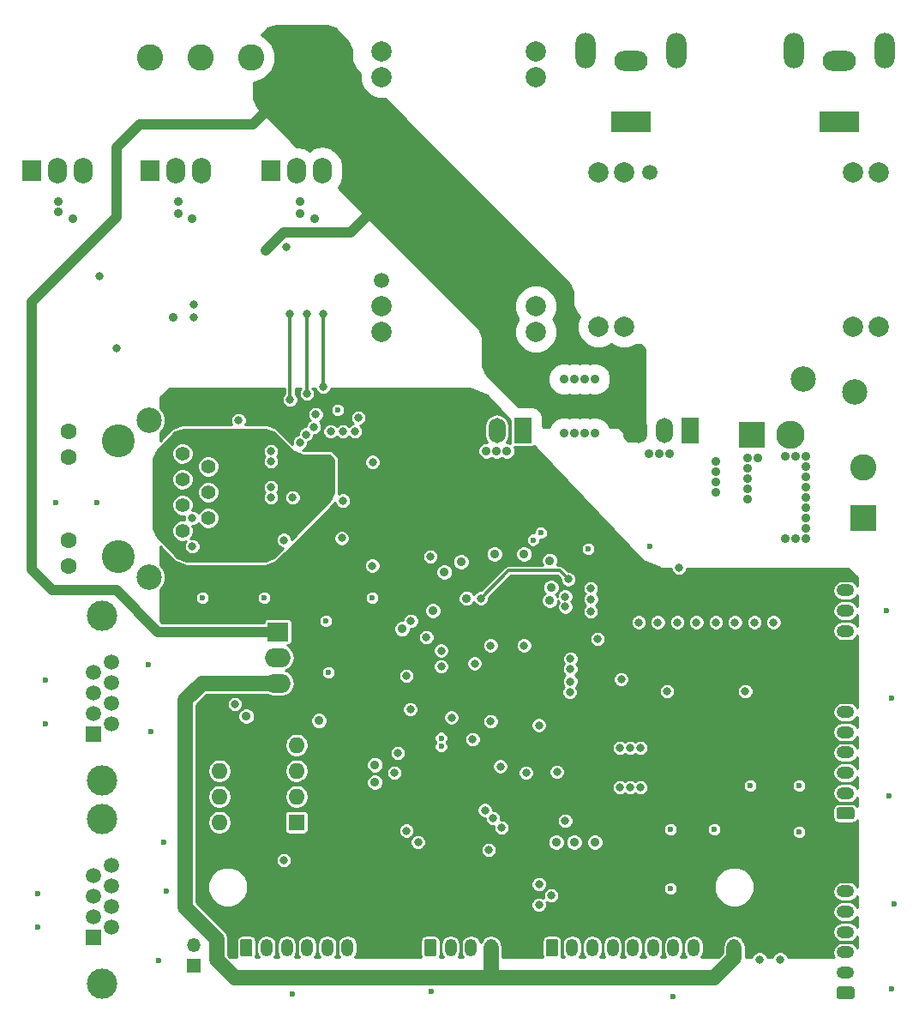
<source format=gbr>
G04 #@! TF.GenerationSoftware,KiCad,Pcbnew,(5.0.1)-rc2*
G04 #@! TF.CreationDate,2018-11-05T04:09:46+01:00*
G04 #@! TF.ProjectId,panel_light_control,70616E656C5F6C696768745F636F6E74,rev?*
G04 #@! TF.SameCoordinates,Original*
G04 #@! TF.FileFunction,Copper,L3,Inr,Plane*
G04 #@! TF.FilePolarity,Positive*
%FSLAX46Y46*%
G04 Gerber Fmt 4.6, Leading zero omitted, Abs format (unit mm)*
G04 Created by KiCad (PCBNEW (5.0.1)-rc2) date 2018/11/05 4:09:46*
%MOMM*%
%LPD*%
G01*
G04 APERTURE LIST*
G04 #@! TA.AperFunction,ViaPad*
%ADD10O,1.200000X1.750000*%
G04 #@! TD*
G04 #@! TA.AperFunction,Conductor*
%ADD11C,0.100000*%
G04 #@! TD*
G04 #@! TA.AperFunction,ViaPad*
%ADD12C,1.200000*%
G04 #@! TD*
G04 #@! TA.AperFunction,ViaPad*
%ADD13O,1.750000X1.200000*%
G04 #@! TD*
G04 #@! TA.AperFunction,ViaPad*
%ADD14O,1.350000X1.350000*%
G04 #@! TD*
G04 #@! TA.AperFunction,ViaPad*
%ADD15R,1.350000X1.350000*%
G04 #@! TD*
G04 #@! TA.AperFunction,ViaPad*
%ADD16O,1.700000X2.500000*%
G04 #@! TD*
G04 #@! TA.AperFunction,ViaPad*
%ADD17R,1.700000X2.500000*%
G04 #@! TD*
G04 #@! TA.AperFunction,ViaPad*
%ADD18O,2.800000X2.800000*%
G04 #@! TD*
G04 #@! TA.AperFunction,ViaPad*
%ADD19R,2.500000X2.500000*%
G04 #@! TD*
G04 #@! TA.AperFunction,ViaPad*
%ADD20C,2.500000*%
G04 #@! TD*
G04 #@! TA.AperFunction,ViaPad*
%ADD21O,1.905000X2.500000*%
G04 #@! TD*
G04 #@! TA.AperFunction,ViaPad*
%ADD22R,1.905000X2.000000*%
G04 #@! TD*
G04 #@! TA.AperFunction,ViaPad*
%ADD23C,3.000000*%
G04 #@! TD*
G04 #@! TA.AperFunction,ViaPad*
%ADD24C,1.500000*%
G04 #@! TD*
G04 #@! TA.AperFunction,ViaPad*
%ADD25R,1.500000X1.500000*%
G04 #@! TD*
G04 #@! TA.AperFunction,ViaPad*
%ADD26R,2.600000X2.600000*%
G04 #@! TD*
G04 #@! TA.AperFunction,ViaPad*
%ADD27C,2.600000*%
G04 #@! TD*
G04 #@! TA.AperFunction,ViaPad*
%ADD28C,3.250000*%
G04 #@! TD*
G04 #@! TA.AperFunction,ViaPad*
%ADD29C,1.600000*%
G04 #@! TD*
G04 #@! TA.AperFunction,ViaPad*
%ADD30C,1.390000*%
G04 #@! TD*
G04 #@! TA.AperFunction,ViaPad*
%ADD31C,2.000000*%
G04 #@! TD*
G04 #@! TA.AperFunction,ViaPad*
%ADD32O,2.500000X1.905000*%
G04 #@! TD*
G04 #@! TA.AperFunction,ViaPad*
%ADD33R,2.000000X1.905000*%
G04 #@! TD*
G04 #@! TA.AperFunction,ViaPad*
%ADD34R,1.600000X1.600000*%
G04 #@! TD*
G04 #@! TA.AperFunction,ViaPad*
%ADD35O,1.600000X1.600000*%
G04 #@! TD*
G04 #@! TA.AperFunction,ViaPad*
%ADD36R,4.000000X2.000000*%
G04 #@! TD*
G04 #@! TA.AperFunction,ViaPad*
%ADD37O,3.300000X2.000000*%
G04 #@! TD*
G04 #@! TA.AperFunction,ViaPad*
%ADD38O,2.000000X3.500000*%
G04 #@! TD*
G04 #@! TA.AperFunction,ViaPad*
%ADD39C,0.900000*%
G04 #@! TD*
G04 #@! TA.AperFunction,ViaPad*
%ADD40C,0.800000*%
G04 #@! TD*
G04 #@! TA.AperFunction,ViaPad*
%ADD41C,0.600000*%
G04 #@! TD*
G04 #@! TA.AperFunction,Conductor*
%ADD42C,1.000000*%
G04 #@! TD*
G04 #@! TA.AperFunction,Conductor*
%ADD43C,1.500000*%
G04 #@! TD*
G04 #@! TA.AperFunction,Conductor*
%ADD44C,0.300000*%
G04 #@! TD*
G04 #@! TA.AperFunction,Conductor*
%ADD45C,0.200000*%
G04 #@! TD*
G04 #@! TA.AperFunction,Conductor*
%ADD46C,0.254000*%
G04 #@! TD*
G04 APERTURE END LIST*
D10*
G04 #@! TO.N,+5V*
G04 #@! TO.C,SPI0*
X172000000Y-143000000D03*
G04 #@! TO.N,+3.3V*
X170000000Y-143000000D03*
G04 #@! TO.N,GND*
X168000000Y-143000000D03*
G04 #@! TO.N,I2S_WS*
X166000000Y-143000000D03*
G04 #@! TO.N,I2S_MCK*
X164000000Y-143000000D03*
G04 #@! TO.N,SPI0_CS1*
X162000000Y-143000000D03*
G04 #@! TO.N,SPI0_CS0*
X160000000Y-143000000D03*
G04 #@! TO.N,SPI0_SCK*
X158000000Y-143000000D03*
G04 #@! TO.N,SPI0_MISO*
X156000000Y-143000000D03*
D11*
G04 #@! TO.N,SPI0_MOSI*
G36*
X154374505Y-142126204D02*
X154398773Y-142129804D01*
X154422572Y-142135765D01*
X154445671Y-142144030D01*
X154467850Y-142154520D01*
X154488893Y-142167132D01*
X154508599Y-142181747D01*
X154526777Y-142198223D01*
X154543253Y-142216401D01*
X154557868Y-142236107D01*
X154570480Y-142257150D01*
X154580970Y-142279329D01*
X154589235Y-142302428D01*
X154595196Y-142326227D01*
X154598796Y-142350495D01*
X154600000Y-142374999D01*
X154600000Y-143625001D01*
X154598796Y-143649505D01*
X154595196Y-143673773D01*
X154589235Y-143697572D01*
X154580970Y-143720671D01*
X154570480Y-143742850D01*
X154557868Y-143763893D01*
X154543253Y-143783599D01*
X154526777Y-143801777D01*
X154508599Y-143818253D01*
X154488893Y-143832868D01*
X154467850Y-143845480D01*
X154445671Y-143855970D01*
X154422572Y-143864235D01*
X154398773Y-143870196D01*
X154374505Y-143873796D01*
X154350001Y-143875000D01*
X153649999Y-143875000D01*
X153625495Y-143873796D01*
X153601227Y-143870196D01*
X153577428Y-143864235D01*
X153554329Y-143855970D01*
X153532150Y-143845480D01*
X153511107Y-143832868D01*
X153491401Y-143818253D01*
X153473223Y-143801777D01*
X153456747Y-143783599D01*
X153442132Y-143763893D01*
X153429520Y-143742850D01*
X153419030Y-143720671D01*
X153410765Y-143697572D01*
X153404804Y-143673773D01*
X153401204Y-143649505D01*
X153400000Y-143625001D01*
X153400000Y-142374999D01*
X153401204Y-142350495D01*
X153404804Y-142326227D01*
X153410765Y-142302428D01*
X153419030Y-142279329D01*
X153429520Y-142257150D01*
X153442132Y-142236107D01*
X153456747Y-142216401D01*
X153473223Y-142198223D01*
X153491401Y-142181747D01*
X153511107Y-142167132D01*
X153532150Y-142154520D01*
X153554329Y-142144030D01*
X153577428Y-142135765D01*
X153601227Y-142129804D01*
X153625495Y-142126204D01*
X153649999Y-142125000D01*
X154350001Y-142125000D01*
X154374505Y-142126204D01*
X154374505Y-142126204D01*
G37*
D12*
X154000000Y-143000000D03*
G04 #@! TD*
D10*
G04 #@! TO.N,+3.3V*
G04 #@! TO.C,SPI1*
X135825000Y-143002000D03*
G04 #@! TO.N,GND*
X133825000Y-143002000D03*
G04 #@! TO.N,SPI1_CS1*
X131825000Y-143002000D03*
G04 #@! TO.N,SPI1_CS0*
X129825000Y-143002000D03*
G04 #@! TO.N,SPI1_SCK*
X127825000Y-143002000D03*
G04 #@! TO.N,SPI1_MISO*
X125825000Y-143002000D03*
D11*
G04 #@! TO.N,SPI1_MOSI*
G36*
X124199505Y-142128204D02*
X124223773Y-142131804D01*
X124247572Y-142137765D01*
X124270671Y-142146030D01*
X124292850Y-142156520D01*
X124313893Y-142169132D01*
X124333599Y-142183747D01*
X124351777Y-142200223D01*
X124368253Y-142218401D01*
X124382868Y-142238107D01*
X124395480Y-142259150D01*
X124405970Y-142281329D01*
X124414235Y-142304428D01*
X124420196Y-142328227D01*
X124423796Y-142352495D01*
X124425000Y-142376999D01*
X124425000Y-143627001D01*
X124423796Y-143651505D01*
X124420196Y-143675773D01*
X124414235Y-143699572D01*
X124405970Y-143722671D01*
X124395480Y-143744850D01*
X124382868Y-143765893D01*
X124368253Y-143785599D01*
X124351777Y-143803777D01*
X124333599Y-143820253D01*
X124313893Y-143834868D01*
X124292850Y-143847480D01*
X124270671Y-143857970D01*
X124247572Y-143866235D01*
X124223773Y-143872196D01*
X124199505Y-143875796D01*
X124175001Y-143877000D01*
X123474999Y-143877000D01*
X123450495Y-143875796D01*
X123426227Y-143872196D01*
X123402428Y-143866235D01*
X123379329Y-143857970D01*
X123357150Y-143847480D01*
X123336107Y-143834868D01*
X123316401Y-143820253D01*
X123298223Y-143803777D01*
X123281747Y-143785599D01*
X123267132Y-143765893D01*
X123254520Y-143744850D01*
X123244030Y-143722671D01*
X123235765Y-143699572D01*
X123229804Y-143675773D01*
X123226204Y-143651505D01*
X123225000Y-143627001D01*
X123225000Y-142376999D01*
X123226204Y-142352495D01*
X123229804Y-142328227D01*
X123235765Y-142304428D01*
X123244030Y-142281329D01*
X123254520Y-142259150D01*
X123267132Y-142238107D01*
X123281747Y-142218401D01*
X123298223Y-142200223D01*
X123316401Y-142183747D01*
X123336107Y-142169132D01*
X123357150Y-142156520D01*
X123379329Y-142146030D01*
X123402428Y-142137765D01*
X123426227Y-142131804D01*
X123450495Y-142128204D01*
X123474999Y-142127000D01*
X124175001Y-142127000D01*
X124199505Y-142128204D01*
X124199505Y-142128204D01*
G37*
D12*
X123825000Y-143002000D03*
G04 #@! TD*
D13*
G04 #@! TO.N,+3.3V*
G04 #@! TO.C,JTAG1*
X183007000Y-135447000D03*
G04 #@! TO.N,GND*
X183007000Y-137447000D03*
G04 #@! TO.N,JTRST*
X183007000Y-139447000D03*
G04 #@! TO.N,JTDO*
X183007000Y-141447000D03*
G04 #@! TO.N,JTDI*
X183007000Y-143447000D03*
G04 #@! TO.N,JTCK*
X183007000Y-145447000D03*
D11*
G04 #@! TO.N,JTMS*
G36*
X183656505Y-146848204D02*
X183680773Y-146851804D01*
X183704572Y-146857765D01*
X183727671Y-146866030D01*
X183749850Y-146876520D01*
X183770893Y-146889132D01*
X183790599Y-146903747D01*
X183808777Y-146920223D01*
X183825253Y-146938401D01*
X183839868Y-146958107D01*
X183852480Y-146979150D01*
X183862970Y-147001329D01*
X183871235Y-147024428D01*
X183877196Y-147048227D01*
X183880796Y-147072495D01*
X183882000Y-147096999D01*
X183882000Y-147797001D01*
X183880796Y-147821505D01*
X183877196Y-147845773D01*
X183871235Y-147869572D01*
X183862970Y-147892671D01*
X183852480Y-147914850D01*
X183839868Y-147935893D01*
X183825253Y-147955599D01*
X183808777Y-147973777D01*
X183790599Y-147990253D01*
X183770893Y-148004868D01*
X183749850Y-148017480D01*
X183727671Y-148027970D01*
X183704572Y-148036235D01*
X183680773Y-148042196D01*
X183656505Y-148045796D01*
X183632001Y-148047000D01*
X182381999Y-148047000D01*
X182357495Y-148045796D01*
X182333227Y-148042196D01*
X182309428Y-148036235D01*
X182286329Y-148027970D01*
X182264150Y-148017480D01*
X182243107Y-148004868D01*
X182223401Y-147990253D01*
X182205223Y-147973777D01*
X182188747Y-147955599D01*
X182174132Y-147935893D01*
X182161520Y-147914850D01*
X182151030Y-147892671D01*
X182142765Y-147869572D01*
X182136804Y-147845773D01*
X182133204Y-147821505D01*
X182132000Y-147797001D01*
X182132000Y-147096999D01*
X182133204Y-147072495D01*
X182136804Y-147048227D01*
X182142765Y-147024428D01*
X182151030Y-147001329D01*
X182161520Y-146979150D01*
X182174132Y-146958107D01*
X182188747Y-146938401D01*
X182205223Y-146920223D01*
X182223401Y-146903747D01*
X182243107Y-146889132D01*
X182264150Y-146876520D01*
X182286329Y-146866030D01*
X182309428Y-146857765D01*
X182333227Y-146851804D01*
X182357495Y-146848204D01*
X182381999Y-146847000D01*
X183632001Y-146847000D01*
X183656505Y-146848204D01*
X183656505Y-146848204D01*
G37*
D12*
X183007000Y-147447000D03*
G04 #@! TD*
D14*
G04 #@! TO.N,Net-(J11-Pad2)*
G04 #@! TO.C,TERM1*
X118618000Y-142780000D03*
D15*
G04 #@! TO.N,Net-(R30-Pad2)*
X118618000Y-144780000D03*
G04 #@! TD*
D16*
G04 #@! TO.N,+3.3V*
G04 #@! TO.C,PS33*
X146050000Y-91948000D03*
G04 #@! TO.N,GND*
X148590000Y-91948000D03*
D17*
G04 #@! TO.N,/12V_FLT*
X151130000Y-91948000D03*
G04 #@! TD*
D18*
G04 #@! TO.N,GND*
G04 #@! TO.C,D12*
X177546000Y-92329000D03*
D19*
G04 #@! TO.N,+24V*
X173736000Y-92329000D03*
G04 #@! TD*
D20*
G04 #@! TO.N,/VIN*
G04 #@! TO.C,F1*
X183906000Y-88103000D03*
G04 #@! TO.N,+24V*
X178806000Y-86903000D03*
G04 #@! TD*
D21*
G04 #@! TO.N,Net-(Q1-Pad3)*
G04 #@! TO.C,Q1*
X131318000Y-66294000D03*
G04 #@! TO.N,LED_R*
X128778000Y-66294000D03*
D22*
G04 #@! TO.N,Net-(Q1-Pad1)*
X126238000Y-66294000D03*
G04 #@! TD*
D23*
G04 #@! TO.N,GND*
G04 #@! TO.C,J2*
X109602000Y-126490000D03*
X109602000Y-110230000D03*
D24*
G04 #@! TO.N,Net-(J2-Pad8)*
X110492000Y-114780000D03*
G04 #@! TO.N,Net-(J2-Pad6)*
X110492000Y-116820000D03*
G04 #@! TO.N,Net-(J2-Pad4)*
X110492000Y-118860000D03*
G04 #@! TO.N,Net-(J11-Pad2)*
X110492000Y-120900000D03*
G04 #@! TO.N,Net-(J2-Pad7)*
X108712000Y-115800000D03*
G04 #@! TO.N,Net-(J2-Pad5)*
X108712000Y-117840000D03*
G04 #@! TO.N,GND*
X108712000Y-119880000D03*
D25*
G04 #@! TO.N,Net-(J11-Pad1)*
X108712000Y-121920000D03*
G04 #@! TD*
D21*
G04 #@! TO.N,Net-(Q3-Pad3)*
G04 #@! TO.C,Q3*
X107696000Y-66294000D03*
G04 #@! TO.N,LED_B*
X105156000Y-66294000D03*
D22*
G04 #@! TO.N,Net-(Q3-Pad1)*
X102616000Y-66294000D03*
G04 #@! TD*
D26*
G04 #@! TO.N,+12V*
G04 #@! TO.C,J6*
X129286000Y-55118000D03*
D27*
G04 #@! TO.N,LED_R*
X124286000Y-55118000D03*
G04 #@! TO.N,LED_G*
X119286000Y-55118000D03*
G04 #@! TO.N,LED_B*
X114286000Y-55118000D03*
G04 #@! TD*
D20*
G04 #@! TO.N,GND*
G04 #@! TO.C,J13*
X114223800Y-90926380D03*
X114223800Y-106416380D03*
D28*
G04 #@! TO.N,N/C*
X111173800Y-104386380D03*
X111173800Y-92956380D03*
D29*
G04 #@! TO.N,LED_YLW-*
X106273800Y-105296380D03*
G04 #@! TO.N,GND*
X106273800Y-102756380D03*
X106273800Y-94586380D03*
G04 #@! TO.N,LED_GRN-*
X106273800Y-92046380D03*
D30*
G04 #@! TO.N,GND*
X120063800Y-103116380D03*
G04 #@! TO.N,Net-(J13-Pad7)*
X117523800Y-101846380D03*
G04 #@! TO.N,RX_N*
X120063800Y-100576380D03*
G04 #@! TO.N,PYH_VDDA*
X117523800Y-99306380D03*
X120063800Y-98036380D03*
G04 #@! TO.N,RX_P*
X117523800Y-96766380D03*
G04 #@! TO.N,TX_N*
X120063800Y-95496380D03*
G04 #@! TO.N,TX_P*
X117523800Y-94226380D03*
G04 #@! TD*
D31*
G04 #@! TO.N,Panel_W+*
G04 #@! TO.C,PS1*
X137166013Y-54538192D03*
X137166013Y-57078192D03*
G04 #@! TO.N,Panel_W-*
X152406013Y-54538192D03*
X152406013Y-57078192D03*
D24*
G04 #@! TO.N,Panel_D1*
X137166013Y-77138192D03*
D31*
G04 #@! TO.N,+24V*
X137166013Y-79678192D03*
X137166013Y-82218192D03*
G04 #@! TO.N,GND*
X152406013Y-79678192D03*
X152406013Y-82218192D03*
G04 #@! TD*
G04 #@! TO.N,GND*
G04 #@! TO.C,PS2*
X158611908Y-81692413D03*
X161151908Y-81692413D03*
G04 #@! TO.N,+24V*
X158611908Y-66452413D03*
X161151908Y-66452413D03*
D24*
G04 #@! TO.N,Panel_D2*
X163691908Y-66452413D03*
D31*
G04 #@! TO.N,Panel_Y-*
X183751908Y-81692413D03*
X186291908Y-81692413D03*
G04 #@! TO.N,Panel_Y+*
X183751908Y-66452413D03*
X186291908Y-66452413D03*
G04 #@! TD*
D13*
G04 #@! TO.N,I2C_SCL*
G04 #@! TO.C,I2C1*
X183000000Y-107730000D03*
G04 #@! TO.N,I2C_SDA*
X183000000Y-109730000D03*
G04 #@! TO.N,GND*
X183000000Y-111730000D03*
D11*
G04 #@! TO.N,+3.3V*
G36*
X183649505Y-113131204D02*
X183673773Y-113134804D01*
X183697572Y-113140765D01*
X183720671Y-113149030D01*
X183742850Y-113159520D01*
X183763893Y-113172132D01*
X183783599Y-113186747D01*
X183801777Y-113203223D01*
X183818253Y-113221401D01*
X183832868Y-113241107D01*
X183845480Y-113262150D01*
X183855970Y-113284329D01*
X183864235Y-113307428D01*
X183870196Y-113331227D01*
X183873796Y-113355495D01*
X183875000Y-113379999D01*
X183875000Y-114080001D01*
X183873796Y-114104505D01*
X183870196Y-114128773D01*
X183864235Y-114152572D01*
X183855970Y-114175671D01*
X183845480Y-114197850D01*
X183832868Y-114218893D01*
X183818253Y-114238599D01*
X183801777Y-114256777D01*
X183783599Y-114273253D01*
X183763893Y-114287868D01*
X183742850Y-114300480D01*
X183720671Y-114310970D01*
X183697572Y-114319235D01*
X183673773Y-114325196D01*
X183649505Y-114328796D01*
X183625001Y-114330000D01*
X182374999Y-114330000D01*
X182350495Y-114328796D01*
X182326227Y-114325196D01*
X182302428Y-114319235D01*
X182279329Y-114310970D01*
X182257150Y-114300480D01*
X182236107Y-114287868D01*
X182216401Y-114273253D01*
X182198223Y-114256777D01*
X182181747Y-114238599D01*
X182167132Y-114218893D01*
X182154520Y-114197850D01*
X182144030Y-114175671D01*
X182135765Y-114152572D01*
X182129804Y-114128773D01*
X182126204Y-114104505D01*
X182125000Y-114080001D01*
X182125000Y-113379999D01*
X182126204Y-113355495D01*
X182129804Y-113331227D01*
X182135765Y-113307428D01*
X182144030Y-113284329D01*
X182154520Y-113262150D01*
X182167132Y-113241107D01*
X182181747Y-113221401D01*
X182198223Y-113203223D01*
X182216401Y-113186747D01*
X182236107Y-113172132D01*
X182257150Y-113159520D01*
X182279329Y-113149030D01*
X182302428Y-113140765D01*
X182326227Y-113134804D01*
X182350495Y-113131204D01*
X182374999Y-113130000D01*
X183625001Y-113130000D01*
X183649505Y-113131204D01*
X183649505Y-113131204D01*
G37*
D12*
X183000000Y-113730000D03*
G04 #@! TD*
D13*
G04 #@! TO.N,GND*
G04 #@! TO.C,DBG1*
X183000000Y-119730000D03*
G04 #@! TO.N,DBG_RX*
X183000000Y-121730000D03*
G04 #@! TO.N,DBG_TX*
X183000000Y-123730000D03*
G04 #@! TO.N,DBG_RTS*
X183000000Y-125730000D03*
G04 #@! TO.N,DBG_CTS*
X183000000Y-127730000D03*
D11*
G04 #@! TO.N,DBG_CK*
G36*
X183649505Y-129131204D02*
X183673773Y-129134804D01*
X183697572Y-129140765D01*
X183720671Y-129149030D01*
X183742850Y-129159520D01*
X183763893Y-129172132D01*
X183783599Y-129186747D01*
X183801777Y-129203223D01*
X183818253Y-129221401D01*
X183832868Y-129241107D01*
X183845480Y-129262150D01*
X183855970Y-129284329D01*
X183864235Y-129307428D01*
X183870196Y-129331227D01*
X183873796Y-129355495D01*
X183875000Y-129379999D01*
X183875000Y-130080001D01*
X183873796Y-130104505D01*
X183870196Y-130128773D01*
X183864235Y-130152572D01*
X183855970Y-130175671D01*
X183845480Y-130197850D01*
X183832868Y-130218893D01*
X183818253Y-130238599D01*
X183801777Y-130256777D01*
X183783599Y-130273253D01*
X183763893Y-130287868D01*
X183742850Y-130300480D01*
X183720671Y-130310970D01*
X183697572Y-130319235D01*
X183673773Y-130325196D01*
X183649505Y-130328796D01*
X183625001Y-130330000D01*
X182374999Y-130330000D01*
X182350495Y-130328796D01*
X182326227Y-130325196D01*
X182302428Y-130319235D01*
X182279329Y-130310970D01*
X182257150Y-130300480D01*
X182236107Y-130287868D01*
X182216401Y-130273253D01*
X182198223Y-130256777D01*
X182181747Y-130238599D01*
X182167132Y-130218893D01*
X182154520Y-130197850D01*
X182144030Y-130175671D01*
X182135765Y-130152572D01*
X182129804Y-130128773D01*
X182126204Y-130104505D01*
X182125000Y-130080001D01*
X182125000Y-129379999D01*
X182126204Y-129355495D01*
X182129804Y-129331227D01*
X182135765Y-129307428D01*
X182144030Y-129284329D01*
X182154520Y-129262150D01*
X182167132Y-129241107D01*
X182181747Y-129221401D01*
X182198223Y-129203223D01*
X182216401Y-129186747D01*
X182236107Y-129172132D01*
X182257150Y-129159520D01*
X182279329Y-129149030D01*
X182302428Y-129140765D01*
X182326227Y-129134804D01*
X182350495Y-129131204D01*
X182374999Y-129130000D01*
X183625001Y-129130000D01*
X183649505Y-129131204D01*
X183649505Y-129131204D01*
G37*
D12*
X183000000Y-129730000D03*
G04 #@! TD*
D11*
G04 #@! TO.N,EXT_TX*
G04 #@! TO.C,UART1*
G36*
X142374505Y-142126204D02*
X142398773Y-142129804D01*
X142422572Y-142135765D01*
X142445671Y-142144030D01*
X142467850Y-142154520D01*
X142488893Y-142167132D01*
X142508599Y-142181747D01*
X142526777Y-142198223D01*
X142543253Y-142216401D01*
X142557868Y-142236107D01*
X142570480Y-142257150D01*
X142580970Y-142279329D01*
X142589235Y-142302428D01*
X142595196Y-142326227D01*
X142598796Y-142350495D01*
X142600000Y-142374999D01*
X142600000Y-143625001D01*
X142598796Y-143649505D01*
X142595196Y-143673773D01*
X142589235Y-143697572D01*
X142580970Y-143720671D01*
X142570480Y-143742850D01*
X142557868Y-143763893D01*
X142543253Y-143783599D01*
X142526777Y-143801777D01*
X142508599Y-143818253D01*
X142488893Y-143832868D01*
X142467850Y-143845480D01*
X142445671Y-143855970D01*
X142422572Y-143864235D01*
X142398773Y-143870196D01*
X142374505Y-143873796D01*
X142350001Y-143875000D01*
X141649999Y-143875000D01*
X141625495Y-143873796D01*
X141601227Y-143870196D01*
X141577428Y-143864235D01*
X141554329Y-143855970D01*
X141532150Y-143845480D01*
X141511107Y-143832868D01*
X141491401Y-143818253D01*
X141473223Y-143801777D01*
X141456747Y-143783599D01*
X141442132Y-143763893D01*
X141429520Y-143742850D01*
X141419030Y-143720671D01*
X141410765Y-143697572D01*
X141404804Y-143673773D01*
X141401204Y-143649505D01*
X141400000Y-143625001D01*
X141400000Y-142374999D01*
X141401204Y-142350495D01*
X141404804Y-142326227D01*
X141410765Y-142302428D01*
X141419030Y-142279329D01*
X141429520Y-142257150D01*
X141442132Y-142236107D01*
X141456747Y-142216401D01*
X141473223Y-142198223D01*
X141491401Y-142181747D01*
X141511107Y-142167132D01*
X141532150Y-142154520D01*
X141554329Y-142144030D01*
X141577428Y-142135765D01*
X141601227Y-142129804D01*
X141625495Y-142126204D01*
X141649999Y-142125000D01*
X142350001Y-142125000D01*
X142374505Y-142126204D01*
X142374505Y-142126204D01*
G37*
D12*
X142000000Y-143000000D03*
D10*
G04 #@! TO.N,EXT_RX*
X144000000Y-143000000D03*
G04 #@! TO.N,GND*
X146000000Y-143000000D03*
G04 #@! TO.N,+5V*
X148000000Y-143000000D03*
G04 #@! TD*
D23*
G04 #@! TO.N,GND*
G04 #@! TO.C,J11*
X109614700Y-146543300D03*
X109614700Y-130283300D03*
D24*
G04 #@! TO.N,Net-(J11-Pad8)*
X110504700Y-134833300D03*
G04 #@! TO.N,Net-(J11-Pad6)*
X110504700Y-136873300D03*
G04 #@! TO.N,Net-(J11-Pad4)*
X110504700Y-138913300D03*
G04 #@! TO.N,Net-(J11-Pad2)*
X110504700Y-140953300D03*
G04 #@! TO.N,Net-(J11-Pad7)*
X108724700Y-135853300D03*
G04 #@! TO.N,Net-(J11-Pad5)*
X108724700Y-137893300D03*
G04 #@! TO.N,GND*
X108724700Y-139933300D03*
D25*
G04 #@! TO.N,Net-(J11-Pad1)*
X108724700Y-141973300D03*
G04 #@! TD*
D22*
G04 #@! TO.N,Net-(Q2-Pad1)*
G04 #@! TO.C,Q2*
X114300000Y-66294000D03*
D21*
G04 #@! TO.N,LED_G*
X116840000Y-66294000D03*
G04 #@! TO.N,Net-(Q2-Pad3)*
X119380000Y-66294000D03*
G04 #@! TD*
D32*
G04 #@! TO.N,+5V*
G04 #@! TO.C,U1*
X126944380Y-116889520D03*
G04 #@! TO.N,GND*
X126944380Y-114349520D03*
D33*
G04 #@! TO.N,+12V*
X126944380Y-111809520D03*
G04 #@! TD*
D34*
G04 #@! TO.N,CAN_TX*
G04 #@! TO.C,U4*
X128778000Y-130603000D03*
D35*
G04 #@! TO.N,+3.3V*
X121158000Y-122983000D03*
G04 #@! TO.N,GND*
X128778000Y-128063000D03*
G04 #@! TO.N,Net-(J11-Pad2)*
X121158000Y-125523000D03*
G04 #@! TO.N,+5V*
X128778000Y-125523000D03*
G04 #@! TO.N,Net-(J11-Pad1)*
X121158000Y-128063000D03*
G04 #@! TO.N,CAN_RX*
X128778000Y-122983000D03*
G04 #@! TO.N,CAN_STBY*
X121158000Y-130603000D03*
G04 #@! TD*
D26*
G04 #@! TO.N,GND*
G04 #@! TO.C,J1*
X184785000Y-100584000D03*
D27*
G04 #@! TO.N,/VIN*
X184785000Y-95584000D03*
G04 #@! TD*
D17*
G04 #@! TO.N,/24V_FLT*
G04 #@! TO.C,PS12*
X167640000Y-91948000D03*
D16*
G04 #@! TO.N,GND*
X165100000Y-91948000D03*
G04 #@! TO.N,+12V*
X162560000Y-91948000D03*
G04 #@! TD*
D36*
G04 #@! TO.N,Panel_W+*
G04 #@! TO.C,PANEL1*
X161798000Y-61468000D03*
D37*
G04 #@! TO.N,Panel_W-*
X161798000Y-55468000D03*
D38*
G04 #@! TO.N,GND*
X166298000Y-54468000D03*
X157298000Y-54468000D03*
G04 #@! TD*
G04 #@! TO.N,GND*
G04 #@! TO.C,PANEL2*
X177872000Y-54468000D03*
X186872000Y-54468000D03*
D37*
G04 #@! TO.N,Panel_Y-*
X182372000Y-55468000D03*
D36*
G04 #@! TO.N,Panel_Y+*
X182372000Y-61468000D03*
G04 #@! TD*
D39*
G04 #@! TO.N,GND*
X151257000Y-104140000D03*
X153797000Y-104775000D03*
X145034000Y-104902000D03*
D40*
X146367500Y-114935008D03*
X152717500Y-121031008D03*
X147955000Y-120650000D03*
X144081500Y-120269008D03*
X146177000Y-122428000D03*
X148907500Y-125095008D03*
X127127000Y-96266000D03*
X126111000Y-96266000D03*
X119253000Y-93726000D03*
X116205000Y-98044000D03*
X116205000Y-95758000D03*
X116205000Y-100584000D03*
D39*
X164602112Y-94199022D03*
X163586112Y-94199022D03*
X165618112Y-94199022D03*
X148539200Y-93954600D03*
X147523200Y-93954600D03*
X149555200Y-93954600D03*
D40*
X130683000Y-97155000D03*
X130683000Y-95377000D03*
X130683000Y-96266000D03*
X129794000Y-96266000D03*
D39*
X178054000Y-94488000D03*
X177038000Y-102616000D03*
X179070000Y-94488000D03*
X178054000Y-102616000D03*
X155194000Y-92202000D03*
X177038000Y-94488000D03*
X157226000Y-86868000D03*
X156210000Y-86868000D03*
X158242000Y-86868000D03*
X155194000Y-86868000D03*
X179070000Y-95504000D03*
X179070000Y-97536000D03*
X179070000Y-96520000D03*
X179070000Y-98552000D03*
X179070000Y-99568000D03*
X179070000Y-101600000D03*
X179070000Y-100584000D03*
X179070000Y-102616000D03*
X170180000Y-98044000D03*
X170180000Y-97028000D03*
X170180000Y-96012000D03*
X170180000Y-94996000D03*
D40*
X131572000Y-97155000D03*
X129794000Y-97155000D03*
X129794000Y-95377000D03*
X131572000Y-95377000D03*
X131572000Y-96266000D03*
X123063000Y-90932000D03*
X123063000Y-101600000D03*
X127762004Y-101219000D03*
X124714000Y-101600000D03*
X133248400Y-102565192D03*
X133342595Y-98864205D03*
X118618000Y-79502000D03*
X118618000Y-80772000D03*
D39*
X105283000Y-69342000D03*
X106680000Y-70993000D03*
X118491000Y-70993000D03*
X117094000Y-69342000D03*
X129159000Y-69342000D03*
X130556000Y-70993000D03*
D40*
X109347000Y-76708000D03*
X110998000Y-83820000D03*
X127772232Y-73797232D03*
D39*
X105283000Y-70358000D03*
X117094000Y-70485000D03*
X129159000Y-70485000D03*
X157226000Y-92202000D03*
X156210000Y-92202000D03*
X158242000Y-92202000D03*
D40*
X121158000Y-93726000D03*
D39*
X131000500Y-120586500D03*
X154432000Y-132588000D03*
X156210000Y-132588000D03*
X153924000Y-107442000D03*
X148336000Y-104140000D03*
D40*
X165379404Y-117693196D03*
X173101000Y-117693196D03*
X158496000Y-112522000D03*
X127507996Y-134366000D03*
X160845500Y-116522500D03*
X143065500Y-113665008D03*
X154495500Y-125666502D03*
D39*
X136525000Y-124947680D03*
X136524996Y-126674880D03*
D40*
X176530000Y-144145000D03*
X174498000Y-144145000D03*
X122682000Y-118935500D03*
D39*
X142246175Y-109723019D03*
D40*
X136295335Y-95053581D03*
D39*
X139210732Y-111524732D03*
D40*
X151258510Y-113157000D03*
D41*
X165735000Y-131318000D03*
X165735000Y-137160000D03*
X178435000Y-127000000D03*
X178435000Y-131572000D03*
X170053000Y-131318000D03*
X173609000Y-127000000D03*
X165989000Y-147828000D03*
X187579000Y-147066000D03*
X187833000Y-138684000D03*
X187579000Y-118364000D03*
X187325000Y-128016000D03*
X187071000Y-109728000D03*
X115189000Y-144272000D03*
X103251000Y-137668000D03*
X128397000Y-147574000D03*
X142113000Y-147320000D03*
X157607000Y-103632000D03*
X163703000Y-103378000D03*
X131699000Y-110744000D03*
X131953000Y-115824000D03*
X136271000Y-108458000D03*
X104013000Y-116586000D03*
X104013000Y-120904000D03*
X103251000Y-140970000D03*
X115697000Y-132588000D03*
X115951000Y-137414000D03*
X114427000Y-121666000D03*
X114173000Y-115062000D03*
X105029000Y-99060000D03*
X109093000Y-99060000D03*
X121793000Y-98806000D03*
X119507000Y-108458000D03*
X125603000Y-108458000D03*
X132842000Y-89916000D03*
D39*
X123825000Y-120142000D03*
X143383000Y-105918000D03*
X153797000Y-108712000D03*
D40*
X166547800Y-105511600D03*
D39*
X145567400Y-108508804D03*
X158250000Y-132588004D03*
G04 #@! TO.N,+24V*
X174371000Y-94615000D03*
X173355000Y-94615000D03*
X173355000Y-95631000D03*
X173355000Y-96647000D03*
X173355000Y-97663000D03*
X173355000Y-98679000D03*
G04 #@! TO.N,+3.3V*
X147701000Y-117348000D03*
D40*
X126619000Y-90678000D03*
D39*
X144208500Y-91948000D03*
X144208500Y-92964000D03*
X144208500Y-93980000D03*
X144208500Y-94996000D03*
X144208500Y-90932000D03*
D40*
X138112500Y-96519994D03*
D39*
X147701000Y-118872000D03*
X146177000Y-118872000D03*
X146177000Y-117348000D03*
D41*
X137287000Y-135128000D03*
X131699000Y-130302000D03*
X132715000Y-124206000D03*
X125095000Y-123698000D03*
X125095000Y-129032000D03*
X145161000Y-135890000D03*
X138557000Y-139954000D03*
X130683000Y-140462000D03*
X121031000Y-134112000D03*
D39*
G04 #@! TO.N,+12V*
X153670000Y-88138000D03*
X153670000Y-89154000D03*
X153670000Y-90170000D03*
X159766000Y-88138000D03*
X159766000Y-89154000D03*
X159766000Y-90170000D03*
X116586000Y-80772000D03*
X125730000Y-74168000D03*
D40*
G04 #@! TO.N,Net-(C18-Pad1)*
X146989800Y-108508800D03*
X155625800Y-106629200D03*
G04 #@! TO.N,Net-(C19-Pad1)*
X155321000Y-130492500D03*
X138430000Y-125730000D03*
G04 #@! TO.N,SPI1_CS1*
X155773117Y-117792295D03*
G04 #@! TO.N,SPI1_CS0*
X155828976Y-116713000D03*
G04 #@! TO.N,I2S_WS*
X143065500Y-115252500D03*
X147764500Y-133350000D03*
G04 #@! TO.N,SPI0_SCK*
X162750506Y-123253500D03*
X162750500Y-127190500D03*
G04 #@! TO.N,SPI0_MISO*
X161734500Y-123253500D03*
X161734500Y-127190500D03*
G04 #@! TO.N,SPI0_MOSI*
X160718500Y-123253500D03*
X160718500Y-127190500D03*
D41*
G04 #@! TO.N,Panel_D1*
X143065500Y-122301000D03*
X152146000Y-102743000D03*
G04 #@! TO.N,Panel_D2*
X143065500Y-123126500D03*
X152908000Y-102044500D03*
D40*
G04 #@! TO.N,PWM_R*
X128143000Y-80454522D03*
X128142998Y-88900000D03*
X147383498Y-129413000D03*
G04 #@! TO.N,PWM_G*
X129794000Y-80391000D03*
X129794000Y-88328500D03*
X148164520Y-130219480D03*
G04 #@! TO.N,PWM_B*
X131445000Y-80391000D03*
X131433687Y-87628490D03*
X149034500Y-131127500D03*
G04 #@! TO.N,RMII_TXD1*
X129157729Y-93092723D03*
X140779500Y-132588000D03*
G04 #@! TO.N,RMII_TXD0*
X129721679Y-92328208D03*
X139636500Y-131445000D03*
G04 #@! TO.N,RMII_CRS*
X139636500Y-116141500D03*
X140081001Y-110744000D03*
G04 #@! TO.N,Net-(R26-Pad1)*
X132143500Y-92011508D03*
X134874000Y-90678000D03*
G04 #@! TO.N,25MHz*
X151447500Y-125730000D03*
X136270998Y-105283000D03*
G04 #@! TO.N,RMII_MDIO*
X134556508Y-92011500D03*
X141986000Y-104394000D03*
G04 #@! TO.N,Net-(R33-Pad1)*
X128397000Y-98552000D03*
X127508000Y-102743000D03*
G04 #@! TO.N,CAN_TX*
X153924000Y-137858516D03*
G04 #@! TO.N,CAN_RX*
X152730518Y-136734200D03*
G04 #@! TO.N,CAN_STBY*
X152717500Y-138747500D03*
G04 #@! TO.N,RMII_TXEN*
X130510382Y-91585000D03*
X138772312Y-123802892D03*
G04 #@! TO.N,RMII_MDC*
X147955000Y-113157000D03*
X133350000Y-92011500D03*
G04 #@! TO.N,RX_N*
X126238000Y-97519000D03*
G04 #@! TO.N,RX_P*
X126238000Y-98569000D03*
G04 #@! TO.N,TX_N*
X126238000Y-93963000D03*
G04 #@! TO.N,TX_P*
X126238000Y-95013000D03*
G04 #@! TO.N,LED0*
X175895000Y-110871000D03*
X155829000Y-115506500D03*
G04 #@! TO.N,LED1*
X173990000Y-110871000D03*
X155841530Y-114494868D03*
G04 #@! TO.N,LED2*
X172085000Y-110871000D03*
X157855110Y-107510526D03*
G04 #@! TO.N,LED3*
X170180000Y-110871000D03*
X157860996Y-108585000D03*
G04 #@! TO.N,LED4*
X168275000Y-110871000D03*
X157856805Y-109789002D03*
G04 #@! TO.N,LED5*
X166370000Y-110871000D03*
X155325185Y-109342098D03*
G04 #@! TO.N,LED6*
X155321000Y-108330998D03*
X164465000Y-110871000D03*
G04 #@! TO.N,LED7*
X162560000Y-110871000D03*
X140017500Y-119443500D03*
G04 #@! TO.N,Net-(J3-Pad8)*
X118491000Y-103378000D03*
G04 #@! TO.N,Net-(J3-Pad6)*
X118491000Y-100584000D03*
G04 #@! TO.N,PHY_RST*
X130683000Y-90362010D03*
X141605000Y-112331500D03*
G04 #@! TD*
D42*
G04 #@! TO.N,+12V*
X134112000Y-72390000D02*
X136906000Y-69596000D01*
X125730000Y-74168000D02*
X127508000Y-72390000D01*
X127508000Y-72390000D02*
X134112000Y-72390000D01*
X104648000Y-107696000D02*
X110998000Y-107696000D01*
X115111520Y-111809520D02*
X126944380Y-111809520D01*
X102616000Y-105664000D02*
X104648000Y-107696000D01*
X102616000Y-103784582D02*
X102616000Y-105664000D01*
X113284000Y-61722000D02*
X110998000Y-64008000D01*
X110998000Y-107696000D02*
X115111520Y-111809520D01*
X110998000Y-64008000D02*
X110998000Y-70866000D01*
X110998000Y-70866000D02*
X102616000Y-79248000D01*
X102616000Y-79248000D02*
X102616000Y-103784582D01*
X113284000Y-61722000D02*
X124460000Y-61722000D01*
X124460000Y-61722000D02*
X126238000Y-59944000D01*
D43*
G04 #@! TO.N,+5V*
X172000000Y-143000000D02*
X172000000Y-143976000D01*
X172000000Y-143976000D02*
X169989500Y-145986500D01*
X169989500Y-145986500D02*
X148018500Y-145986500D01*
X148018500Y-145986500D02*
X146875500Y-145986500D01*
X148000000Y-145968000D02*
X148000000Y-143000000D01*
X148018500Y-145986500D02*
X148000000Y-145968000D01*
X122682000Y-145986500D02*
X147388500Y-145986500D01*
X119457480Y-116889520D02*
X117792500Y-118554500D01*
X126944380Y-116889520D02*
X119457480Y-116889520D01*
X117792500Y-118554500D02*
X117792500Y-139001500D01*
X117792500Y-139001500D02*
X120904000Y-142113000D01*
X120904000Y-142113000D02*
X120904000Y-144208500D01*
X120904000Y-144208500D02*
X122682000Y-145986500D01*
D44*
G04 #@! TO.N,Net-(C18-Pad1)*
X149733000Y-105765600D02*
X146989800Y-108508800D01*
X155625800Y-106629200D02*
X154762200Y-105765600D01*
X154762200Y-105765600D02*
X149733000Y-105765600D01*
D45*
G04 #@! TO.N,PWM_R*
X128143000Y-88899998D02*
X128142998Y-88900000D01*
D44*
X128143000Y-80454522D02*
X128143000Y-88899998D01*
G04 #@! TO.N,PWM_G*
X129794000Y-80391000D02*
X129794000Y-88328500D01*
D45*
G04 #@! TO.N,PWM_B*
X131445000Y-87617177D02*
X131433687Y-87628490D01*
D44*
X131445000Y-80391000D02*
X131445000Y-87617177D01*
G04 #@! TD*
D46*
G04 #@! TO.N,GND*
G36*
X126519612Y-92155218D02*
X128334644Y-93970250D01*
X128375846Y-93997780D01*
X129229399Y-94351333D01*
X129278000Y-94361000D01*
X132035394Y-94361000D01*
X132461000Y-94786606D01*
X132461000Y-98026737D01*
X132126782Y-98833612D01*
X128289000Y-102671394D01*
X128289000Y-102587649D01*
X128170100Y-102300599D01*
X127950401Y-102080900D01*
X127663351Y-101962000D01*
X127352649Y-101962000D01*
X127065599Y-102080900D01*
X126845900Y-102300599D01*
X126727000Y-102587649D01*
X126727000Y-102898351D01*
X126845900Y-103185401D01*
X127065599Y-103405100D01*
X127352649Y-103524000D01*
X127436394Y-103524000D01*
X126519612Y-104440782D01*
X125712737Y-104775000D01*
X117873263Y-104775000D01*
X117066388Y-104440782D01*
X115015218Y-102389612D01*
X114681000Y-101582737D01*
X114681000Y-99092350D01*
X116447800Y-99092350D01*
X116447800Y-99520410D01*
X116611611Y-99915885D01*
X116914295Y-100218569D01*
X117309770Y-100382380D01*
X117729165Y-100382380D01*
X117710000Y-100428649D01*
X117710000Y-100739351D01*
X117722853Y-100770380D01*
X117309770Y-100770380D01*
X116914295Y-100934191D01*
X116611611Y-101236875D01*
X116447800Y-101632350D01*
X116447800Y-102060410D01*
X116611611Y-102455885D01*
X116914295Y-102758569D01*
X117309770Y-102922380D01*
X117737830Y-102922380D01*
X117915862Y-102848637D01*
X117828900Y-102935599D01*
X117710000Y-103222649D01*
X117710000Y-103533351D01*
X117828900Y-103820401D01*
X118048599Y-104040100D01*
X118335649Y-104159000D01*
X118646351Y-104159000D01*
X118933401Y-104040100D01*
X119153100Y-103820401D01*
X119272000Y-103533351D01*
X119272000Y-103222649D01*
X119153100Y-102935599D01*
X118933401Y-102715900D01*
X118646351Y-102597000D01*
X118335649Y-102597000D01*
X118266042Y-102625832D01*
X118435989Y-102455885D01*
X118599800Y-102060410D01*
X118599800Y-101632350D01*
X118489060Y-101365000D01*
X118646351Y-101365000D01*
X118933401Y-101246100D01*
X119105335Y-101074166D01*
X119151611Y-101185885D01*
X119454295Y-101488569D01*
X119849770Y-101652380D01*
X120277830Y-101652380D01*
X120673305Y-101488569D01*
X120975989Y-101185885D01*
X121139800Y-100790410D01*
X121139800Y-100362350D01*
X120975989Y-99966875D01*
X120673305Y-99664191D01*
X120277830Y-99500380D01*
X119849770Y-99500380D01*
X119454295Y-99664191D01*
X119151611Y-99966875D01*
X119100872Y-100089371D01*
X118933401Y-99921900D01*
X118646351Y-99803000D01*
X118482747Y-99803000D01*
X118599800Y-99520410D01*
X118599800Y-99092350D01*
X118435989Y-98696875D01*
X118133305Y-98394191D01*
X117737830Y-98230380D01*
X117309770Y-98230380D01*
X116914295Y-98394191D01*
X116611611Y-98696875D01*
X116447800Y-99092350D01*
X114681000Y-99092350D01*
X114681000Y-96552350D01*
X116447800Y-96552350D01*
X116447800Y-96980410D01*
X116611611Y-97375885D01*
X116914295Y-97678569D01*
X117309770Y-97842380D01*
X117737830Y-97842380D01*
X117786186Y-97822350D01*
X118987800Y-97822350D01*
X118987800Y-98250410D01*
X119151611Y-98645885D01*
X119454295Y-98948569D01*
X119849770Y-99112380D01*
X120277830Y-99112380D01*
X120673305Y-98948569D01*
X120975989Y-98645885D01*
X121139800Y-98250410D01*
X121139800Y-97822350D01*
X120975989Y-97426875D01*
X120912763Y-97363649D01*
X125457000Y-97363649D01*
X125457000Y-97674351D01*
X125575900Y-97961401D01*
X125658499Y-98044000D01*
X125575900Y-98126599D01*
X125457000Y-98413649D01*
X125457000Y-98724351D01*
X125575900Y-99011401D01*
X125795599Y-99231100D01*
X126082649Y-99350000D01*
X126393351Y-99350000D01*
X126680401Y-99231100D01*
X126900100Y-99011401D01*
X127019000Y-98724351D01*
X127019000Y-98413649D01*
X127011959Y-98396649D01*
X127616000Y-98396649D01*
X127616000Y-98707351D01*
X127734900Y-98994401D01*
X127954599Y-99214100D01*
X128241649Y-99333000D01*
X128552351Y-99333000D01*
X128839401Y-99214100D01*
X129059100Y-98994401D01*
X129178000Y-98707351D01*
X129178000Y-98396649D01*
X129059100Y-98109599D01*
X128839401Y-97889900D01*
X128552351Y-97771000D01*
X128241649Y-97771000D01*
X127954599Y-97889900D01*
X127734900Y-98109599D01*
X127616000Y-98396649D01*
X127011959Y-98396649D01*
X126900100Y-98126599D01*
X126817501Y-98044000D01*
X126900100Y-97961401D01*
X127019000Y-97674351D01*
X127019000Y-97363649D01*
X126900100Y-97076599D01*
X126680401Y-96856900D01*
X126393351Y-96738000D01*
X126082649Y-96738000D01*
X125795599Y-96856900D01*
X125575900Y-97076599D01*
X125457000Y-97363649D01*
X120912763Y-97363649D01*
X120673305Y-97124191D01*
X120277830Y-96960380D01*
X119849770Y-96960380D01*
X119454295Y-97124191D01*
X119151611Y-97426875D01*
X118987800Y-97822350D01*
X117786186Y-97822350D01*
X118133305Y-97678569D01*
X118435989Y-97375885D01*
X118599800Y-96980410D01*
X118599800Y-96552350D01*
X118435989Y-96156875D01*
X118133305Y-95854191D01*
X117737830Y-95690380D01*
X117309770Y-95690380D01*
X116914295Y-95854191D01*
X116611611Y-96156875D01*
X116447800Y-96552350D01*
X114681000Y-96552350D01*
X114681000Y-94759263D01*
X114990380Y-94012350D01*
X116447800Y-94012350D01*
X116447800Y-94440410D01*
X116611611Y-94835885D01*
X116914295Y-95138569D01*
X117309770Y-95302380D01*
X117737830Y-95302380D01*
X117786186Y-95282350D01*
X118987800Y-95282350D01*
X118987800Y-95710410D01*
X119151611Y-96105885D01*
X119454295Y-96408569D01*
X119849770Y-96572380D01*
X120277830Y-96572380D01*
X120673305Y-96408569D01*
X120975989Y-96105885D01*
X121139800Y-95710410D01*
X121139800Y-95282350D01*
X120975989Y-94886875D01*
X120673305Y-94584191D01*
X120277830Y-94420380D01*
X119849770Y-94420380D01*
X119454295Y-94584191D01*
X119151611Y-94886875D01*
X118987800Y-95282350D01*
X117786186Y-95282350D01*
X118133305Y-95138569D01*
X118435989Y-94835885D01*
X118599800Y-94440410D01*
X118599800Y-94012350D01*
X118515011Y-93807649D01*
X125457000Y-93807649D01*
X125457000Y-94118351D01*
X125575900Y-94405401D01*
X125658499Y-94488000D01*
X125575900Y-94570599D01*
X125457000Y-94857649D01*
X125457000Y-95168351D01*
X125575900Y-95455401D01*
X125795599Y-95675100D01*
X126082649Y-95794000D01*
X126393351Y-95794000D01*
X126680401Y-95675100D01*
X126900100Y-95455401D01*
X127019000Y-95168351D01*
X127019000Y-94857649D01*
X126900100Y-94570599D01*
X126817501Y-94488000D01*
X126900100Y-94405401D01*
X127019000Y-94118351D01*
X127019000Y-93807649D01*
X126900100Y-93520599D01*
X126680401Y-93300900D01*
X126393351Y-93182000D01*
X126082649Y-93182000D01*
X125795599Y-93300900D01*
X125575900Y-93520599D01*
X125457000Y-93807649D01*
X118515011Y-93807649D01*
X118435989Y-93616875D01*
X118133305Y-93314191D01*
X117737830Y-93150380D01*
X117309770Y-93150380D01*
X116914295Y-93314191D01*
X116611611Y-93616875D01*
X116447800Y-94012350D01*
X114990380Y-94012350D01*
X115015218Y-93952388D01*
X116812388Y-92155218D01*
X117619263Y-91821000D01*
X125712737Y-91821000D01*
X126519612Y-92155218D01*
X126519612Y-92155218D01*
G37*
X126519612Y-92155218D02*
X128334644Y-93970250D01*
X128375846Y-93997780D01*
X129229399Y-94351333D01*
X129278000Y-94361000D01*
X132035394Y-94361000D01*
X132461000Y-94786606D01*
X132461000Y-98026737D01*
X132126782Y-98833612D01*
X128289000Y-102671394D01*
X128289000Y-102587649D01*
X128170100Y-102300599D01*
X127950401Y-102080900D01*
X127663351Y-101962000D01*
X127352649Y-101962000D01*
X127065599Y-102080900D01*
X126845900Y-102300599D01*
X126727000Y-102587649D01*
X126727000Y-102898351D01*
X126845900Y-103185401D01*
X127065599Y-103405100D01*
X127352649Y-103524000D01*
X127436394Y-103524000D01*
X126519612Y-104440782D01*
X125712737Y-104775000D01*
X117873263Y-104775000D01*
X117066388Y-104440782D01*
X115015218Y-102389612D01*
X114681000Y-101582737D01*
X114681000Y-99092350D01*
X116447800Y-99092350D01*
X116447800Y-99520410D01*
X116611611Y-99915885D01*
X116914295Y-100218569D01*
X117309770Y-100382380D01*
X117729165Y-100382380D01*
X117710000Y-100428649D01*
X117710000Y-100739351D01*
X117722853Y-100770380D01*
X117309770Y-100770380D01*
X116914295Y-100934191D01*
X116611611Y-101236875D01*
X116447800Y-101632350D01*
X116447800Y-102060410D01*
X116611611Y-102455885D01*
X116914295Y-102758569D01*
X117309770Y-102922380D01*
X117737830Y-102922380D01*
X117915862Y-102848637D01*
X117828900Y-102935599D01*
X117710000Y-103222649D01*
X117710000Y-103533351D01*
X117828900Y-103820401D01*
X118048599Y-104040100D01*
X118335649Y-104159000D01*
X118646351Y-104159000D01*
X118933401Y-104040100D01*
X119153100Y-103820401D01*
X119272000Y-103533351D01*
X119272000Y-103222649D01*
X119153100Y-102935599D01*
X118933401Y-102715900D01*
X118646351Y-102597000D01*
X118335649Y-102597000D01*
X118266042Y-102625832D01*
X118435989Y-102455885D01*
X118599800Y-102060410D01*
X118599800Y-101632350D01*
X118489060Y-101365000D01*
X118646351Y-101365000D01*
X118933401Y-101246100D01*
X119105335Y-101074166D01*
X119151611Y-101185885D01*
X119454295Y-101488569D01*
X119849770Y-101652380D01*
X120277830Y-101652380D01*
X120673305Y-101488569D01*
X120975989Y-101185885D01*
X121139800Y-100790410D01*
X121139800Y-100362350D01*
X120975989Y-99966875D01*
X120673305Y-99664191D01*
X120277830Y-99500380D01*
X119849770Y-99500380D01*
X119454295Y-99664191D01*
X119151611Y-99966875D01*
X119100872Y-100089371D01*
X118933401Y-99921900D01*
X118646351Y-99803000D01*
X118482747Y-99803000D01*
X118599800Y-99520410D01*
X118599800Y-99092350D01*
X118435989Y-98696875D01*
X118133305Y-98394191D01*
X117737830Y-98230380D01*
X117309770Y-98230380D01*
X116914295Y-98394191D01*
X116611611Y-98696875D01*
X116447800Y-99092350D01*
X114681000Y-99092350D01*
X114681000Y-96552350D01*
X116447800Y-96552350D01*
X116447800Y-96980410D01*
X116611611Y-97375885D01*
X116914295Y-97678569D01*
X117309770Y-97842380D01*
X117737830Y-97842380D01*
X117786186Y-97822350D01*
X118987800Y-97822350D01*
X118987800Y-98250410D01*
X119151611Y-98645885D01*
X119454295Y-98948569D01*
X119849770Y-99112380D01*
X120277830Y-99112380D01*
X120673305Y-98948569D01*
X120975989Y-98645885D01*
X121139800Y-98250410D01*
X121139800Y-97822350D01*
X120975989Y-97426875D01*
X120912763Y-97363649D01*
X125457000Y-97363649D01*
X125457000Y-97674351D01*
X125575900Y-97961401D01*
X125658499Y-98044000D01*
X125575900Y-98126599D01*
X125457000Y-98413649D01*
X125457000Y-98724351D01*
X125575900Y-99011401D01*
X125795599Y-99231100D01*
X126082649Y-99350000D01*
X126393351Y-99350000D01*
X126680401Y-99231100D01*
X126900100Y-99011401D01*
X127019000Y-98724351D01*
X127019000Y-98413649D01*
X127011959Y-98396649D01*
X127616000Y-98396649D01*
X127616000Y-98707351D01*
X127734900Y-98994401D01*
X127954599Y-99214100D01*
X128241649Y-99333000D01*
X128552351Y-99333000D01*
X128839401Y-99214100D01*
X129059100Y-98994401D01*
X129178000Y-98707351D01*
X129178000Y-98396649D01*
X129059100Y-98109599D01*
X128839401Y-97889900D01*
X128552351Y-97771000D01*
X128241649Y-97771000D01*
X127954599Y-97889900D01*
X127734900Y-98109599D01*
X127616000Y-98396649D01*
X127011959Y-98396649D01*
X126900100Y-98126599D01*
X126817501Y-98044000D01*
X126900100Y-97961401D01*
X127019000Y-97674351D01*
X127019000Y-97363649D01*
X126900100Y-97076599D01*
X126680401Y-96856900D01*
X126393351Y-96738000D01*
X126082649Y-96738000D01*
X125795599Y-96856900D01*
X125575900Y-97076599D01*
X125457000Y-97363649D01*
X120912763Y-97363649D01*
X120673305Y-97124191D01*
X120277830Y-96960380D01*
X119849770Y-96960380D01*
X119454295Y-97124191D01*
X119151611Y-97426875D01*
X118987800Y-97822350D01*
X117786186Y-97822350D01*
X118133305Y-97678569D01*
X118435989Y-97375885D01*
X118599800Y-96980410D01*
X118599800Y-96552350D01*
X118435989Y-96156875D01*
X118133305Y-95854191D01*
X117737830Y-95690380D01*
X117309770Y-95690380D01*
X116914295Y-95854191D01*
X116611611Y-96156875D01*
X116447800Y-96552350D01*
X114681000Y-96552350D01*
X114681000Y-94759263D01*
X114990380Y-94012350D01*
X116447800Y-94012350D01*
X116447800Y-94440410D01*
X116611611Y-94835885D01*
X116914295Y-95138569D01*
X117309770Y-95302380D01*
X117737830Y-95302380D01*
X117786186Y-95282350D01*
X118987800Y-95282350D01*
X118987800Y-95710410D01*
X119151611Y-96105885D01*
X119454295Y-96408569D01*
X119849770Y-96572380D01*
X120277830Y-96572380D01*
X120673305Y-96408569D01*
X120975989Y-96105885D01*
X121139800Y-95710410D01*
X121139800Y-95282350D01*
X120975989Y-94886875D01*
X120673305Y-94584191D01*
X120277830Y-94420380D01*
X119849770Y-94420380D01*
X119454295Y-94584191D01*
X119151611Y-94886875D01*
X118987800Y-95282350D01*
X117786186Y-95282350D01*
X118133305Y-95138569D01*
X118435989Y-94835885D01*
X118599800Y-94440410D01*
X118599800Y-94012350D01*
X118515011Y-93807649D01*
X125457000Y-93807649D01*
X125457000Y-94118351D01*
X125575900Y-94405401D01*
X125658499Y-94488000D01*
X125575900Y-94570599D01*
X125457000Y-94857649D01*
X125457000Y-95168351D01*
X125575900Y-95455401D01*
X125795599Y-95675100D01*
X126082649Y-95794000D01*
X126393351Y-95794000D01*
X126680401Y-95675100D01*
X126900100Y-95455401D01*
X127019000Y-95168351D01*
X127019000Y-94857649D01*
X126900100Y-94570599D01*
X126817501Y-94488000D01*
X126900100Y-94405401D01*
X127019000Y-94118351D01*
X127019000Y-93807649D01*
X126900100Y-93520599D01*
X126680401Y-93300900D01*
X126393351Y-93182000D01*
X126082649Y-93182000D01*
X125795599Y-93300900D01*
X125575900Y-93520599D01*
X125457000Y-93807649D01*
X118515011Y-93807649D01*
X118435989Y-93616875D01*
X118133305Y-93314191D01*
X117737830Y-93150380D01*
X117309770Y-93150380D01*
X116914295Y-93314191D01*
X116611611Y-93616875D01*
X116447800Y-94012350D01*
X114990380Y-94012350D01*
X115015218Y-93952388D01*
X116812388Y-92155218D01*
X117619263Y-91821000D01*
X125712737Y-91821000D01*
X126519612Y-92155218D01*
G04 #@! TO.N,+12V*
G36*
X132615612Y-52277218D02*
X133904782Y-53566388D01*
X134239000Y-54373263D01*
X134239000Y-55380000D01*
X134248667Y-55428601D01*
X134602220Y-56282154D01*
X134629750Y-56323356D01*
X135039013Y-56732619D01*
X135039013Y-57501279D01*
X135362830Y-58283040D01*
X135961165Y-58881375D01*
X136742926Y-59205192D01*
X137511586Y-59205192D01*
X155748782Y-77442388D01*
X156083000Y-78249263D01*
X156083000Y-79510000D01*
X156092900Y-79559159D01*
X156449804Y-80409329D01*
X156477961Y-80450824D01*
X156723967Y-80692188D01*
X156484908Y-81269326D01*
X156484908Y-82115500D01*
X156808725Y-82897261D01*
X157407060Y-83495596D01*
X158188821Y-83819413D01*
X159034995Y-83819413D01*
X159816756Y-83495596D01*
X159881908Y-83430444D01*
X159947060Y-83495596D01*
X160728821Y-83819413D01*
X161574995Y-83819413D01*
X162356756Y-83495596D01*
X162413352Y-83439000D01*
X162769394Y-83439000D01*
X163195000Y-83864606D01*
X163195000Y-90991316D01*
X163123000Y-91353286D01*
X163123000Y-92542713D01*
X163134229Y-92599165D01*
X162997489Y-92735905D01*
X162692813Y-92862106D01*
X162590919Y-92964000D01*
X161588606Y-92964000D01*
X161163000Y-92538394D01*
X161163000Y-92194000D01*
X161153333Y-92145399D01*
X161125803Y-92104197D01*
X160625803Y-91604197D01*
X160584601Y-91576667D01*
X160536000Y-91567000D01*
X159685907Y-91567000D01*
X159578916Y-91308701D01*
X159135299Y-90865084D01*
X158555685Y-90625000D01*
X157928315Y-90625000D01*
X157734000Y-90705488D01*
X157539685Y-90625000D01*
X156912315Y-90625000D01*
X156718000Y-90705488D01*
X156523685Y-90625000D01*
X155896315Y-90625000D01*
X155702000Y-90705488D01*
X155507685Y-90625000D01*
X154880315Y-90625000D01*
X154300701Y-90865084D01*
X153857084Y-91308701D01*
X153750093Y-91567000D01*
X153179263Y-91567000D01*
X153129079Y-91546213D01*
X153129079Y-90698000D01*
X153041611Y-90258267D01*
X152792522Y-89885478D01*
X152419733Y-89636389D01*
X151980000Y-89548921D01*
X150688527Y-89548921D01*
X147693921Y-86554315D01*
X153617000Y-86554315D01*
X153617000Y-87181685D01*
X153857084Y-87761299D01*
X154300701Y-88204916D01*
X154880315Y-88445000D01*
X155507685Y-88445000D01*
X155702000Y-88364512D01*
X155896315Y-88445000D01*
X156523685Y-88445000D01*
X156718000Y-88364512D01*
X156912315Y-88445000D01*
X157539685Y-88445000D01*
X157734000Y-88364512D01*
X157928315Y-88445000D01*
X158555685Y-88445000D01*
X159135299Y-88204916D01*
X159578916Y-87761299D01*
X159819000Y-87181685D01*
X159819000Y-86554315D01*
X159578916Y-85974701D01*
X159135299Y-85531084D01*
X158555685Y-85291000D01*
X157928315Y-85291000D01*
X157734000Y-85371488D01*
X157539685Y-85291000D01*
X156912315Y-85291000D01*
X156718000Y-85371488D01*
X156523685Y-85291000D01*
X155896315Y-85291000D01*
X155702000Y-85371488D01*
X155507685Y-85291000D01*
X154880315Y-85291000D01*
X154300701Y-85531084D01*
X153857084Y-85974701D01*
X153617000Y-86554315D01*
X147693921Y-86554315D01*
X147527218Y-86387612D01*
X147193000Y-85580737D01*
X147193000Y-82796000D01*
X147183333Y-82747399D01*
X146829780Y-81893846D01*
X146802250Y-81852644D01*
X144204711Y-79255105D01*
X150279013Y-79255105D01*
X150279013Y-80101279D01*
X150602830Y-80883040D01*
X150667982Y-80948192D01*
X150602830Y-81013344D01*
X150279013Y-81795105D01*
X150279013Y-82641279D01*
X150602830Y-83423040D01*
X151201165Y-84021375D01*
X151982926Y-84345192D01*
X152829100Y-84345192D01*
X153610861Y-84021375D01*
X154209196Y-83423040D01*
X154533013Y-82641279D01*
X154533013Y-81795105D01*
X154209196Y-81013344D01*
X154144044Y-80948192D01*
X154209196Y-80883040D01*
X154533013Y-80101279D01*
X154533013Y-79255105D01*
X154209196Y-78473344D01*
X153610861Y-77875009D01*
X152829100Y-77551192D01*
X151982926Y-77551192D01*
X151201165Y-77875009D01*
X150602830Y-78473344D01*
X150279013Y-79255105D01*
X144204711Y-79255105D01*
X132906599Y-67956993D01*
X133276845Y-67402879D01*
X133397500Y-66796307D01*
X133397500Y-65791692D01*
X133276845Y-65185120D01*
X132817235Y-64497265D01*
X132129379Y-64037655D01*
X131318000Y-63876261D01*
X130506620Y-64037655D01*
X130048000Y-64344095D01*
X129589379Y-64037655D01*
X128837753Y-63888147D01*
X124921218Y-59971612D01*
X124587000Y-59164737D01*
X124587000Y-57545000D01*
X124768760Y-57545000D01*
X125660785Y-57175511D01*
X126343511Y-56492785D01*
X126713000Y-55600760D01*
X126713000Y-54635240D01*
X126343511Y-53743215D01*
X125660785Y-53060489D01*
X125309141Y-52914833D01*
X125954309Y-52275766D01*
X126763106Y-51943000D01*
X131808737Y-51943000D01*
X132615612Y-52277218D01*
X132615612Y-52277218D01*
G37*
X132615612Y-52277218D02*
X133904782Y-53566388D01*
X134239000Y-54373263D01*
X134239000Y-55380000D01*
X134248667Y-55428601D01*
X134602220Y-56282154D01*
X134629750Y-56323356D01*
X135039013Y-56732619D01*
X135039013Y-57501279D01*
X135362830Y-58283040D01*
X135961165Y-58881375D01*
X136742926Y-59205192D01*
X137511586Y-59205192D01*
X155748782Y-77442388D01*
X156083000Y-78249263D01*
X156083000Y-79510000D01*
X156092900Y-79559159D01*
X156449804Y-80409329D01*
X156477961Y-80450824D01*
X156723967Y-80692188D01*
X156484908Y-81269326D01*
X156484908Y-82115500D01*
X156808725Y-82897261D01*
X157407060Y-83495596D01*
X158188821Y-83819413D01*
X159034995Y-83819413D01*
X159816756Y-83495596D01*
X159881908Y-83430444D01*
X159947060Y-83495596D01*
X160728821Y-83819413D01*
X161574995Y-83819413D01*
X162356756Y-83495596D01*
X162413352Y-83439000D01*
X162769394Y-83439000D01*
X163195000Y-83864606D01*
X163195000Y-90991316D01*
X163123000Y-91353286D01*
X163123000Y-92542713D01*
X163134229Y-92599165D01*
X162997489Y-92735905D01*
X162692813Y-92862106D01*
X162590919Y-92964000D01*
X161588606Y-92964000D01*
X161163000Y-92538394D01*
X161163000Y-92194000D01*
X161153333Y-92145399D01*
X161125803Y-92104197D01*
X160625803Y-91604197D01*
X160584601Y-91576667D01*
X160536000Y-91567000D01*
X159685907Y-91567000D01*
X159578916Y-91308701D01*
X159135299Y-90865084D01*
X158555685Y-90625000D01*
X157928315Y-90625000D01*
X157734000Y-90705488D01*
X157539685Y-90625000D01*
X156912315Y-90625000D01*
X156718000Y-90705488D01*
X156523685Y-90625000D01*
X155896315Y-90625000D01*
X155702000Y-90705488D01*
X155507685Y-90625000D01*
X154880315Y-90625000D01*
X154300701Y-90865084D01*
X153857084Y-91308701D01*
X153750093Y-91567000D01*
X153179263Y-91567000D01*
X153129079Y-91546213D01*
X153129079Y-90698000D01*
X153041611Y-90258267D01*
X152792522Y-89885478D01*
X152419733Y-89636389D01*
X151980000Y-89548921D01*
X150688527Y-89548921D01*
X147693921Y-86554315D01*
X153617000Y-86554315D01*
X153617000Y-87181685D01*
X153857084Y-87761299D01*
X154300701Y-88204916D01*
X154880315Y-88445000D01*
X155507685Y-88445000D01*
X155702000Y-88364512D01*
X155896315Y-88445000D01*
X156523685Y-88445000D01*
X156718000Y-88364512D01*
X156912315Y-88445000D01*
X157539685Y-88445000D01*
X157734000Y-88364512D01*
X157928315Y-88445000D01*
X158555685Y-88445000D01*
X159135299Y-88204916D01*
X159578916Y-87761299D01*
X159819000Y-87181685D01*
X159819000Y-86554315D01*
X159578916Y-85974701D01*
X159135299Y-85531084D01*
X158555685Y-85291000D01*
X157928315Y-85291000D01*
X157734000Y-85371488D01*
X157539685Y-85291000D01*
X156912315Y-85291000D01*
X156718000Y-85371488D01*
X156523685Y-85291000D01*
X155896315Y-85291000D01*
X155702000Y-85371488D01*
X155507685Y-85291000D01*
X154880315Y-85291000D01*
X154300701Y-85531084D01*
X153857084Y-85974701D01*
X153617000Y-86554315D01*
X147693921Y-86554315D01*
X147527218Y-86387612D01*
X147193000Y-85580737D01*
X147193000Y-82796000D01*
X147183333Y-82747399D01*
X146829780Y-81893846D01*
X146802250Y-81852644D01*
X144204711Y-79255105D01*
X150279013Y-79255105D01*
X150279013Y-80101279D01*
X150602830Y-80883040D01*
X150667982Y-80948192D01*
X150602830Y-81013344D01*
X150279013Y-81795105D01*
X150279013Y-82641279D01*
X150602830Y-83423040D01*
X151201165Y-84021375D01*
X151982926Y-84345192D01*
X152829100Y-84345192D01*
X153610861Y-84021375D01*
X154209196Y-83423040D01*
X154533013Y-82641279D01*
X154533013Y-81795105D01*
X154209196Y-81013344D01*
X154144044Y-80948192D01*
X154209196Y-80883040D01*
X154533013Y-80101279D01*
X154533013Y-79255105D01*
X154209196Y-78473344D01*
X153610861Y-77875009D01*
X152829100Y-77551192D01*
X151982926Y-77551192D01*
X151201165Y-77875009D01*
X150602830Y-78473344D01*
X150279013Y-79255105D01*
X144204711Y-79255105D01*
X132906599Y-67956993D01*
X133276845Y-67402879D01*
X133397500Y-66796307D01*
X133397500Y-65791692D01*
X133276845Y-65185120D01*
X132817235Y-64497265D01*
X132129379Y-64037655D01*
X131318000Y-63876261D01*
X130506620Y-64037655D01*
X130048000Y-64344095D01*
X129589379Y-64037655D01*
X128837753Y-63888147D01*
X124921218Y-59971612D01*
X124587000Y-59164737D01*
X124587000Y-57545000D01*
X124768760Y-57545000D01*
X125660785Y-57175511D01*
X126343511Y-56492785D01*
X126713000Y-55600760D01*
X126713000Y-54635240D01*
X126343511Y-53743215D01*
X125660785Y-53060489D01*
X125309141Y-52914833D01*
X125954309Y-52275766D01*
X126763106Y-51943000D01*
X131808737Y-51943000D01*
X132615612Y-52277218D01*
G04 #@! TO.N,+3.3V*
G36*
X127612001Y-88326496D02*
X127480898Y-88457599D01*
X127361998Y-88744649D01*
X127361998Y-89055351D01*
X127480898Y-89342401D01*
X127700597Y-89562100D01*
X127987647Y-89681000D01*
X128298349Y-89681000D01*
X128585399Y-89562100D01*
X128805098Y-89342401D01*
X128923998Y-89055351D01*
X128923998Y-88744649D01*
X128805098Y-88457599D01*
X128674000Y-88326501D01*
X128674000Y-87757000D01*
X129260999Y-87757000D01*
X129131900Y-87886099D01*
X129013000Y-88173149D01*
X129013000Y-88483851D01*
X129131900Y-88770901D01*
X129351599Y-88990600D01*
X129638649Y-89109500D01*
X129949351Y-89109500D01*
X130236401Y-88990600D01*
X130456100Y-88770901D01*
X130575000Y-88483851D01*
X130575000Y-88173149D01*
X130456100Y-87886099D01*
X130327001Y-87757000D01*
X130652687Y-87757000D01*
X130652687Y-87783841D01*
X130771587Y-88070891D01*
X130991286Y-88290590D01*
X131278336Y-88409490D01*
X131589038Y-88409490D01*
X131876088Y-88290590D01*
X132095787Y-88070891D01*
X132214687Y-87783841D01*
X132214687Y-87757000D01*
X145912766Y-87757000D01*
X147550605Y-88463800D01*
X149891536Y-90946606D01*
X149891536Y-93194447D01*
X149720496Y-93123600D01*
X149552271Y-93123600D01*
X149749576Y-92828312D01*
X149821000Y-92469239D01*
X149821000Y-91426762D01*
X149749576Y-91067688D01*
X149477501Y-90660499D01*
X149070312Y-90388424D01*
X148590000Y-90292884D01*
X148109689Y-90388424D01*
X147702500Y-90660499D01*
X147430424Y-91067688D01*
X147359000Y-91426761D01*
X147359000Y-92469238D01*
X147430424Y-92828311D01*
X147627729Y-93123600D01*
X147357904Y-93123600D01*
X147052476Y-93250112D01*
X146818712Y-93483876D01*
X146692200Y-93789304D01*
X146692200Y-94119896D01*
X146818712Y-94425324D01*
X147052476Y-94659088D01*
X147357904Y-94785600D01*
X147688496Y-94785600D01*
X147993924Y-94659088D01*
X148031200Y-94621812D01*
X148068476Y-94659088D01*
X148373904Y-94785600D01*
X148704496Y-94785600D01*
X149009924Y-94659088D01*
X149047200Y-94621812D01*
X149084476Y-94659088D01*
X149389904Y-94785600D01*
X149720496Y-94785600D01*
X150025924Y-94659088D01*
X150259688Y-94425324D01*
X150386200Y-94119896D01*
X150386200Y-93789304D01*
X150302181Y-93586464D01*
X151980000Y-93586464D01*
X152128659Y-93556894D01*
X152254686Y-93472686D01*
X152262393Y-93461151D01*
X162924583Y-104769535D01*
X162966667Y-104799017D01*
X164652680Y-105526606D01*
X164703000Y-105537000D01*
X165766800Y-105537000D01*
X165766800Y-105666951D01*
X165885700Y-105954001D01*
X166105399Y-106173700D01*
X166392449Y-106292600D01*
X166703151Y-106292600D01*
X166990201Y-106173700D01*
X167209900Y-105954001D01*
X167328800Y-105666951D01*
X167328800Y-105537000D01*
X183224394Y-105537000D01*
X184150000Y-106462606D01*
X184150000Y-107273778D01*
X183982261Y-107022739D01*
X183657767Y-106805919D01*
X183371616Y-106749000D01*
X182628384Y-106749000D01*
X182342233Y-106805919D01*
X182017739Y-107022739D01*
X181800919Y-107347233D01*
X181724782Y-107730000D01*
X181800919Y-108112767D01*
X182017739Y-108437261D01*
X182342233Y-108654081D01*
X182628384Y-108711000D01*
X183371616Y-108711000D01*
X183657767Y-108654081D01*
X183982261Y-108437261D01*
X184150000Y-108186222D01*
X184150000Y-109273778D01*
X183982261Y-109022739D01*
X183657767Y-108805919D01*
X183371616Y-108749000D01*
X182628384Y-108749000D01*
X182342233Y-108805919D01*
X182017739Y-109022739D01*
X181800919Y-109347233D01*
X181724782Y-109730000D01*
X181800919Y-110112767D01*
X182017739Y-110437261D01*
X182342233Y-110654081D01*
X182628384Y-110711000D01*
X183371616Y-110711000D01*
X183657767Y-110654081D01*
X183982261Y-110437261D01*
X184150000Y-110186222D01*
X184150000Y-111273778D01*
X183982261Y-111022739D01*
X183657767Y-110805919D01*
X183371616Y-110749000D01*
X182628384Y-110749000D01*
X182342233Y-110805919D01*
X182017739Y-111022739D01*
X181800919Y-111347233D01*
X181724782Y-111730000D01*
X181800919Y-112112767D01*
X182017739Y-112437261D01*
X182342233Y-112654081D01*
X182628384Y-112711000D01*
X183371616Y-112711000D01*
X183657767Y-112654081D01*
X183982261Y-112437261D01*
X184150000Y-112186222D01*
X184150000Y-119273778D01*
X183982261Y-119022739D01*
X183657767Y-118805919D01*
X183371616Y-118749000D01*
X182628384Y-118749000D01*
X182342233Y-118805919D01*
X182017739Y-119022739D01*
X181800919Y-119347233D01*
X181724782Y-119730000D01*
X181800919Y-120112767D01*
X182017739Y-120437261D01*
X182342233Y-120654081D01*
X182628384Y-120711000D01*
X183371616Y-120711000D01*
X183657767Y-120654081D01*
X183982261Y-120437261D01*
X184150000Y-120186222D01*
X184150000Y-121273778D01*
X183982261Y-121022739D01*
X183657767Y-120805919D01*
X183371616Y-120749000D01*
X182628384Y-120749000D01*
X182342233Y-120805919D01*
X182017739Y-121022739D01*
X181800919Y-121347233D01*
X181724782Y-121730000D01*
X181800919Y-122112767D01*
X182017739Y-122437261D01*
X182342233Y-122654081D01*
X182628384Y-122711000D01*
X183371616Y-122711000D01*
X183657767Y-122654081D01*
X183982261Y-122437261D01*
X184150000Y-122186222D01*
X184150000Y-123273778D01*
X183982261Y-123022739D01*
X183657767Y-122805919D01*
X183371616Y-122749000D01*
X182628384Y-122749000D01*
X182342233Y-122805919D01*
X182017739Y-123022739D01*
X181800919Y-123347233D01*
X181724782Y-123730000D01*
X181800919Y-124112767D01*
X182017739Y-124437261D01*
X182342233Y-124654081D01*
X182628384Y-124711000D01*
X183371616Y-124711000D01*
X183657767Y-124654081D01*
X183982261Y-124437261D01*
X184150000Y-124186222D01*
X184150000Y-125273778D01*
X183982261Y-125022739D01*
X183657767Y-124805919D01*
X183371616Y-124749000D01*
X182628384Y-124749000D01*
X182342233Y-124805919D01*
X182017739Y-125022739D01*
X181800919Y-125347233D01*
X181724782Y-125730000D01*
X181800919Y-126112767D01*
X182017739Y-126437261D01*
X182342233Y-126654081D01*
X182628384Y-126711000D01*
X183371616Y-126711000D01*
X183657767Y-126654081D01*
X183982261Y-126437261D01*
X184150000Y-126186222D01*
X184150000Y-127273778D01*
X183982261Y-127022739D01*
X183657767Y-126805919D01*
X183371616Y-126749000D01*
X182628384Y-126749000D01*
X182342233Y-126805919D01*
X182017739Y-127022739D01*
X181800919Y-127347233D01*
X181724782Y-127730000D01*
X181800919Y-128112767D01*
X182017739Y-128437261D01*
X182342233Y-128654081D01*
X182628384Y-128711000D01*
X183371616Y-128711000D01*
X183657767Y-128654081D01*
X183982261Y-128437261D01*
X184150000Y-128186222D01*
X184150000Y-129038594D01*
X184076463Y-128928537D01*
X183869330Y-128790136D01*
X183625001Y-128741536D01*
X182374999Y-128741536D01*
X182130670Y-128790136D01*
X181923537Y-128928537D01*
X181785136Y-129135670D01*
X181736536Y-129379999D01*
X181736536Y-130080001D01*
X181785136Y-130324330D01*
X181923537Y-130531463D01*
X182130670Y-130669864D01*
X182374999Y-130718464D01*
X183625001Y-130718464D01*
X183869330Y-130669864D01*
X184076463Y-130531463D01*
X184150000Y-130421406D01*
X184150000Y-136980302D01*
X183989261Y-136739739D01*
X183664767Y-136522919D01*
X183378616Y-136466000D01*
X182635384Y-136466000D01*
X182349233Y-136522919D01*
X182024739Y-136739739D01*
X181807919Y-137064233D01*
X181731782Y-137447000D01*
X181807919Y-137829767D01*
X182024739Y-138154261D01*
X182349233Y-138371081D01*
X182635384Y-138428000D01*
X183378616Y-138428000D01*
X183664767Y-138371081D01*
X183989261Y-138154261D01*
X184150000Y-137913698D01*
X184150000Y-138980302D01*
X183989261Y-138739739D01*
X183664767Y-138522919D01*
X183378616Y-138466000D01*
X182635384Y-138466000D01*
X182349233Y-138522919D01*
X182024739Y-138739739D01*
X181807919Y-139064233D01*
X181731782Y-139447000D01*
X181807919Y-139829767D01*
X182024739Y-140154261D01*
X182349233Y-140371081D01*
X182635384Y-140428000D01*
X183378616Y-140428000D01*
X183664767Y-140371081D01*
X183989261Y-140154261D01*
X184150000Y-139913698D01*
X184150000Y-140980302D01*
X183989261Y-140739739D01*
X183664767Y-140522919D01*
X183378616Y-140466000D01*
X182635384Y-140466000D01*
X182349233Y-140522919D01*
X182024739Y-140739739D01*
X181807919Y-141064233D01*
X181731782Y-141447000D01*
X181807919Y-141829767D01*
X182024739Y-142154261D01*
X182349233Y-142371081D01*
X182635384Y-142428000D01*
X183378616Y-142428000D01*
X183664767Y-142371081D01*
X183989261Y-142154261D01*
X184150000Y-141913698D01*
X184150000Y-142965394D01*
X184144029Y-142971365D01*
X183989261Y-142739739D01*
X183664767Y-142522919D01*
X183378616Y-142466000D01*
X182635384Y-142466000D01*
X182349233Y-142522919D01*
X182024739Y-142739739D01*
X181807919Y-143064233D01*
X181731782Y-143447000D01*
X181807919Y-143829767D01*
X181848834Y-143891000D01*
X177270138Y-143891000D01*
X177192100Y-143702599D01*
X176972401Y-143482900D01*
X176685351Y-143364000D01*
X176374649Y-143364000D01*
X176087599Y-143482900D01*
X175867900Y-143702599D01*
X175789862Y-143891000D01*
X175238138Y-143891000D01*
X175160100Y-143702599D01*
X174940401Y-143482900D01*
X174653351Y-143364000D01*
X174342649Y-143364000D01*
X174055599Y-143482900D01*
X173835900Y-143702599D01*
X173757862Y-143891000D01*
X173136248Y-143891000D01*
X173131000Y-143864615D01*
X173131000Y-142888609D01*
X173065378Y-142558706D01*
X172925499Y-142349363D01*
X172924081Y-142342233D01*
X172707261Y-142017739D01*
X172382766Y-141800919D01*
X172000000Y-141724782D01*
X171617233Y-141800919D01*
X171292739Y-142017739D01*
X171075919Y-142342234D01*
X171074501Y-142349363D01*
X170934622Y-142558707D01*
X170869000Y-142888610D01*
X170869000Y-143507525D01*
X170485525Y-143891000D01*
X168768240Y-143891000D01*
X168924081Y-143657767D01*
X168981000Y-143371615D01*
X168981000Y-142628384D01*
X168924081Y-142342233D01*
X168707261Y-142017739D01*
X168382766Y-141800919D01*
X168000000Y-141724782D01*
X167617233Y-141800919D01*
X167292739Y-142017739D01*
X167075919Y-142342234D01*
X167019000Y-142628385D01*
X167019000Y-143371616D01*
X167075919Y-143657767D01*
X167231761Y-143891000D01*
X166768240Y-143891000D01*
X166924081Y-143657767D01*
X166981000Y-143371615D01*
X166981000Y-142628384D01*
X166924081Y-142342233D01*
X166707261Y-142017739D01*
X166382766Y-141800919D01*
X166000000Y-141724782D01*
X165617233Y-141800919D01*
X165292739Y-142017739D01*
X165075919Y-142342234D01*
X165019000Y-142628385D01*
X165019000Y-143371616D01*
X165075919Y-143657767D01*
X165231761Y-143891000D01*
X164768240Y-143891000D01*
X164924081Y-143657767D01*
X164981000Y-143371615D01*
X164981000Y-142628384D01*
X164924081Y-142342233D01*
X164707261Y-142017739D01*
X164382766Y-141800919D01*
X164000000Y-141724782D01*
X163617233Y-141800919D01*
X163292739Y-142017739D01*
X163075919Y-142342234D01*
X163019000Y-142628385D01*
X163019000Y-143371616D01*
X163075919Y-143657767D01*
X163231761Y-143891000D01*
X162768240Y-143891000D01*
X162924081Y-143657767D01*
X162981000Y-143371615D01*
X162981000Y-142628384D01*
X162924081Y-142342233D01*
X162707261Y-142017739D01*
X162382766Y-141800919D01*
X162000000Y-141724782D01*
X161617233Y-141800919D01*
X161292739Y-142017739D01*
X161075919Y-142342234D01*
X161019000Y-142628385D01*
X161019000Y-143371616D01*
X161075919Y-143657767D01*
X161231761Y-143891000D01*
X160768240Y-143891000D01*
X160924081Y-143657767D01*
X160981000Y-143371615D01*
X160981000Y-142628384D01*
X160924081Y-142342233D01*
X160707261Y-142017739D01*
X160382766Y-141800919D01*
X160000000Y-141724782D01*
X159617233Y-141800919D01*
X159292739Y-142017739D01*
X159075919Y-142342234D01*
X159019000Y-142628385D01*
X159019000Y-143371616D01*
X159075919Y-143657767D01*
X159231761Y-143891000D01*
X158768240Y-143891000D01*
X158924081Y-143657767D01*
X158981000Y-143371615D01*
X158981000Y-142628384D01*
X158924081Y-142342233D01*
X158707261Y-142017739D01*
X158382766Y-141800919D01*
X158000000Y-141724782D01*
X157617233Y-141800919D01*
X157292739Y-142017739D01*
X157075919Y-142342234D01*
X157019000Y-142628385D01*
X157019000Y-143371616D01*
X157075919Y-143657767D01*
X157231761Y-143891000D01*
X156768240Y-143891000D01*
X156924081Y-143657767D01*
X156981000Y-143371615D01*
X156981000Y-142628384D01*
X156924081Y-142342233D01*
X156707261Y-142017739D01*
X156382766Y-141800919D01*
X156000000Y-141724782D01*
X155617233Y-141800919D01*
X155292739Y-142017739D01*
X155075919Y-142342234D01*
X155019000Y-142628385D01*
X155019000Y-143371616D01*
X155075919Y-143657767D01*
X155231761Y-143891000D01*
X154925385Y-143891000D01*
X154939864Y-143869330D01*
X154988464Y-143625001D01*
X154988464Y-142374999D01*
X154939864Y-142130670D01*
X154801463Y-141923537D01*
X154594330Y-141785136D01*
X154350001Y-141736536D01*
X153649999Y-141736536D01*
X153405670Y-141785136D01*
X153198537Y-141923537D01*
X153060136Y-142130670D01*
X153011536Y-142374999D01*
X153011536Y-143625001D01*
X153060136Y-143869330D01*
X153074615Y-143891000D01*
X149131000Y-143891000D01*
X149131000Y-142888609D01*
X149065378Y-142558706D01*
X148925499Y-142349363D01*
X148924081Y-142342233D01*
X148707261Y-142017739D01*
X148382766Y-141800919D01*
X148000000Y-141724782D01*
X147617233Y-141800919D01*
X147292739Y-142017739D01*
X147075919Y-142342234D01*
X147074501Y-142349364D01*
X146959681Y-142521205D01*
X146924081Y-142342233D01*
X146707261Y-142017739D01*
X146382766Y-141800919D01*
X146000000Y-141724782D01*
X145617233Y-141800919D01*
X145292739Y-142017739D01*
X145075919Y-142342234D01*
X145019000Y-142628385D01*
X145019000Y-143371616D01*
X145075919Y-143657767D01*
X145231761Y-143891000D01*
X144768240Y-143891000D01*
X144924081Y-143657767D01*
X144981000Y-143371615D01*
X144981000Y-142628384D01*
X144924081Y-142342233D01*
X144707261Y-142017739D01*
X144382766Y-141800919D01*
X144000000Y-141724782D01*
X143617233Y-141800919D01*
X143292739Y-142017739D01*
X143075919Y-142342234D01*
X143019000Y-142628385D01*
X143019000Y-143371616D01*
X143075919Y-143657767D01*
X143231761Y-143891000D01*
X142925385Y-143891000D01*
X142939864Y-143869330D01*
X142988464Y-143625001D01*
X142988464Y-142374999D01*
X142939864Y-142130670D01*
X142801463Y-141923537D01*
X142594330Y-141785136D01*
X142350001Y-141736536D01*
X141649999Y-141736536D01*
X141405670Y-141785136D01*
X141198537Y-141923537D01*
X141060136Y-142130670D01*
X141011536Y-142374999D01*
X141011536Y-143625001D01*
X141060136Y-143869330D01*
X141074615Y-143891000D01*
X134594576Y-143891000D01*
X134749081Y-143659767D01*
X134806000Y-143373615D01*
X134806000Y-142630384D01*
X134749081Y-142344233D01*
X134532261Y-142019739D01*
X134207766Y-141802919D01*
X133825000Y-141726782D01*
X133442233Y-141802919D01*
X133117739Y-142019739D01*
X132900919Y-142344234D01*
X132844000Y-142630385D01*
X132844000Y-143373616D01*
X132900919Y-143659767D01*
X133055425Y-143891000D01*
X132594576Y-143891000D01*
X132749081Y-143659767D01*
X132806000Y-143373615D01*
X132806000Y-142630384D01*
X132749081Y-142344233D01*
X132532261Y-142019739D01*
X132207766Y-141802919D01*
X131825000Y-141726782D01*
X131442233Y-141802919D01*
X131117739Y-142019739D01*
X130900919Y-142344234D01*
X130844000Y-142630385D01*
X130844000Y-143373616D01*
X130900919Y-143659767D01*
X131055425Y-143891000D01*
X130594576Y-143891000D01*
X130749081Y-143659767D01*
X130806000Y-143373615D01*
X130806000Y-142630384D01*
X130749081Y-142344233D01*
X130532261Y-142019739D01*
X130207766Y-141802919D01*
X129825000Y-141726782D01*
X129442233Y-141802919D01*
X129117739Y-142019739D01*
X128900919Y-142344234D01*
X128844000Y-142630385D01*
X128844000Y-143373616D01*
X128900919Y-143659767D01*
X129055425Y-143891000D01*
X128594576Y-143891000D01*
X128749081Y-143659767D01*
X128806000Y-143373615D01*
X128806000Y-142630384D01*
X128749081Y-142344233D01*
X128532261Y-142019739D01*
X128207766Y-141802919D01*
X127825000Y-141726782D01*
X127442233Y-141802919D01*
X127117739Y-142019739D01*
X126900919Y-142344234D01*
X126844000Y-142630385D01*
X126844000Y-143373616D01*
X126900919Y-143659767D01*
X127055425Y-143891000D01*
X126594576Y-143891000D01*
X126749081Y-143659767D01*
X126806000Y-143373615D01*
X126806000Y-142630384D01*
X126749081Y-142344233D01*
X126532261Y-142019739D01*
X126207766Y-141802919D01*
X125825000Y-141726782D01*
X125442233Y-141802919D01*
X125117739Y-142019739D01*
X124900919Y-142344234D01*
X124844000Y-142630385D01*
X124844000Y-143373616D01*
X124900919Y-143659767D01*
X125055425Y-143891000D01*
X124751721Y-143891000D01*
X124764864Y-143871330D01*
X124813464Y-143627001D01*
X124813464Y-142376999D01*
X124764864Y-142132670D01*
X124626463Y-141925537D01*
X124419330Y-141787136D01*
X124175001Y-141738536D01*
X123474999Y-141738536D01*
X123230670Y-141787136D01*
X123023537Y-141925537D01*
X122885136Y-142132670D01*
X122836536Y-142376999D01*
X122836536Y-143627001D01*
X122885136Y-143871330D01*
X122898279Y-143891000D01*
X122185975Y-143891000D01*
X122035000Y-143740025D01*
X122035000Y-142224385D01*
X122057156Y-142112999D01*
X122035000Y-142001613D01*
X122035000Y-142001609D01*
X121969378Y-141671706D01*
X121719405Y-141297595D01*
X121624972Y-141234497D01*
X118923500Y-138533025D01*
X118923500Y-136605955D01*
X120019000Y-136605955D01*
X120019000Y-137394045D01*
X120320589Y-138122146D01*
X120877854Y-138679411D01*
X121605955Y-138981000D01*
X122394045Y-138981000D01*
X123122146Y-138679411D01*
X123209408Y-138592149D01*
X151936500Y-138592149D01*
X151936500Y-138902851D01*
X152055400Y-139189901D01*
X152275099Y-139409600D01*
X152562149Y-139528500D01*
X152872851Y-139528500D01*
X153159901Y-139409600D01*
X153379600Y-139189901D01*
X153498500Y-138902851D01*
X153498500Y-138592149D01*
X153459869Y-138498886D01*
X153481599Y-138520616D01*
X153768649Y-138639516D01*
X154079351Y-138639516D01*
X154366401Y-138520616D01*
X154586100Y-138300917D01*
X154705000Y-138013867D01*
X154705000Y-137703165D01*
X154586100Y-137416115D01*
X154366401Y-137196416D01*
X154079351Y-137077516D01*
X153768649Y-137077516D01*
X153481599Y-137196416D01*
X153261900Y-137416115D01*
X153143000Y-137703165D01*
X153143000Y-138013867D01*
X153181631Y-138107130D01*
X153159901Y-138085400D01*
X152872851Y-137966500D01*
X152562149Y-137966500D01*
X152275099Y-138085400D01*
X152055400Y-138305099D01*
X151936500Y-138592149D01*
X123209408Y-138592149D01*
X123679411Y-138122146D01*
X123981000Y-137394045D01*
X123981000Y-136605955D01*
X123969773Y-136578849D01*
X151949518Y-136578849D01*
X151949518Y-136889551D01*
X152068418Y-137176601D01*
X152288117Y-137396300D01*
X152575167Y-137515200D01*
X152885869Y-137515200D01*
X153172919Y-137396300D01*
X153392618Y-137176601D01*
X153455603Y-137024541D01*
X165054000Y-137024541D01*
X165054000Y-137295459D01*
X165157676Y-137545756D01*
X165349244Y-137737324D01*
X165599541Y-137841000D01*
X165870459Y-137841000D01*
X166120756Y-137737324D01*
X166312324Y-137545756D01*
X166416000Y-137295459D01*
X166416000Y-137024541D01*
X166312324Y-136774244D01*
X166144035Y-136605955D01*
X170019000Y-136605955D01*
X170019000Y-137394045D01*
X170320589Y-138122146D01*
X170877854Y-138679411D01*
X171605955Y-138981000D01*
X172394045Y-138981000D01*
X173122146Y-138679411D01*
X173679411Y-138122146D01*
X173981000Y-137394045D01*
X173981000Y-136605955D01*
X173679411Y-135877854D01*
X173122146Y-135320589D01*
X172394045Y-135019000D01*
X171605955Y-135019000D01*
X170877854Y-135320589D01*
X170320589Y-135877854D01*
X170019000Y-136605955D01*
X166144035Y-136605955D01*
X166120756Y-136582676D01*
X165870459Y-136479000D01*
X165599541Y-136479000D01*
X165349244Y-136582676D01*
X165157676Y-136774244D01*
X165054000Y-137024541D01*
X153455603Y-137024541D01*
X153511518Y-136889551D01*
X153511518Y-136578849D01*
X153392618Y-136291799D01*
X153172919Y-136072100D01*
X152885869Y-135953200D01*
X152575167Y-135953200D01*
X152288117Y-136072100D01*
X152068418Y-136291799D01*
X151949518Y-136578849D01*
X123969773Y-136578849D01*
X123679411Y-135877854D01*
X123122146Y-135320589D01*
X122394045Y-135019000D01*
X121605955Y-135019000D01*
X120877854Y-135320589D01*
X120320589Y-135877854D01*
X120019000Y-136605955D01*
X118923500Y-136605955D01*
X118923500Y-134210649D01*
X126726996Y-134210649D01*
X126726996Y-134521351D01*
X126845896Y-134808401D01*
X127065595Y-135028100D01*
X127352645Y-135147000D01*
X127663347Y-135147000D01*
X127950397Y-135028100D01*
X128170096Y-134808401D01*
X128288996Y-134521351D01*
X128288996Y-134210649D01*
X128170096Y-133923599D01*
X127950397Y-133703900D01*
X127663347Y-133585000D01*
X127352645Y-133585000D01*
X127065595Y-133703900D01*
X126845896Y-133923599D01*
X126726996Y-134210649D01*
X118923500Y-134210649D01*
X118923500Y-132432649D01*
X139998500Y-132432649D01*
X139998500Y-132743351D01*
X140117400Y-133030401D01*
X140337099Y-133250100D01*
X140624149Y-133369000D01*
X140934851Y-133369000D01*
X141221901Y-133250100D01*
X141277352Y-133194649D01*
X146983500Y-133194649D01*
X146983500Y-133505351D01*
X147102400Y-133792401D01*
X147322099Y-134012100D01*
X147609149Y-134131000D01*
X147919851Y-134131000D01*
X148206901Y-134012100D01*
X148426600Y-133792401D01*
X148545500Y-133505351D01*
X148545500Y-133194649D01*
X148426600Y-132907599D01*
X148206901Y-132687900D01*
X147919851Y-132569000D01*
X147609149Y-132569000D01*
X147322099Y-132687900D01*
X147102400Y-132907599D01*
X146983500Y-133194649D01*
X141277352Y-133194649D01*
X141441600Y-133030401D01*
X141560500Y-132743351D01*
X141560500Y-132432649D01*
X141556381Y-132422704D01*
X153601000Y-132422704D01*
X153601000Y-132753296D01*
X153727512Y-133058724D01*
X153961276Y-133292488D01*
X154266704Y-133419000D01*
X154597296Y-133419000D01*
X154902724Y-133292488D01*
X155136488Y-133058724D01*
X155263000Y-132753296D01*
X155263000Y-132422704D01*
X155379000Y-132422704D01*
X155379000Y-132753296D01*
X155505512Y-133058724D01*
X155739276Y-133292488D01*
X156044704Y-133419000D01*
X156375296Y-133419000D01*
X156680724Y-133292488D01*
X156914488Y-133058724D01*
X157041000Y-132753296D01*
X157041000Y-132422708D01*
X157419000Y-132422708D01*
X157419000Y-132753300D01*
X157545512Y-133058728D01*
X157779276Y-133292492D01*
X158084704Y-133419004D01*
X158415296Y-133419004D01*
X158720724Y-133292492D01*
X158954488Y-133058728D01*
X159081000Y-132753300D01*
X159081000Y-132422708D01*
X158954488Y-132117280D01*
X158720724Y-131883516D01*
X158415296Y-131757004D01*
X158084704Y-131757004D01*
X157779276Y-131883516D01*
X157545512Y-132117280D01*
X157419000Y-132422708D01*
X157041000Y-132422708D01*
X157041000Y-132422704D01*
X156914488Y-132117276D01*
X156680724Y-131883512D01*
X156375296Y-131757000D01*
X156044704Y-131757000D01*
X155739276Y-131883512D01*
X155505512Y-132117276D01*
X155379000Y-132422704D01*
X155263000Y-132422704D01*
X155136488Y-132117276D01*
X154902724Y-131883512D01*
X154597296Y-131757000D01*
X154266704Y-131757000D01*
X153961276Y-131883512D01*
X153727512Y-132117276D01*
X153601000Y-132422704D01*
X141556381Y-132422704D01*
X141441600Y-132145599D01*
X141221901Y-131925900D01*
X140934851Y-131807000D01*
X140624149Y-131807000D01*
X140337099Y-131925900D01*
X140117400Y-132145599D01*
X139998500Y-132432649D01*
X118923500Y-132432649D01*
X118923500Y-130603000D01*
X119953863Y-130603000D01*
X120045522Y-131063803D01*
X120306547Y-131454453D01*
X120697197Y-131715478D01*
X121041682Y-131784000D01*
X121274318Y-131784000D01*
X121618803Y-131715478D01*
X122009453Y-131454453D01*
X122270478Y-131063803D01*
X122362137Y-130603000D01*
X122270478Y-130142197D01*
X122043833Y-129803000D01*
X127589536Y-129803000D01*
X127589536Y-131403000D01*
X127619106Y-131551659D01*
X127703314Y-131677686D01*
X127829341Y-131761894D01*
X127978000Y-131791464D01*
X129578000Y-131791464D01*
X129726659Y-131761894D01*
X129852686Y-131677686D01*
X129936894Y-131551659D01*
X129966464Y-131403000D01*
X129966464Y-131289649D01*
X138855500Y-131289649D01*
X138855500Y-131600351D01*
X138974400Y-131887401D01*
X139194099Y-132107100D01*
X139481149Y-132226000D01*
X139791851Y-132226000D01*
X140078901Y-132107100D01*
X140298600Y-131887401D01*
X140417500Y-131600351D01*
X140417500Y-131289649D01*
X140298600Y-131002599D01*
X140078901Y-130782900D01*
X139791851Y-130664000D01*
X139481149Y-130664000D01*
X139194099Y-130782900D01*
X138974400Y-131002599D01*
X138855500Y-131289649D01*
X129966464Y-131289649D01*
X129966464Y-129803000D01*
X129936894Y-129654341D01*
X129852686Y-129528314D01*
X129726659Y-129444106D01*
X129578000Y-129414536D01*
X127978000Y-129414536D01*
X127829341Y-129444106D01*
X127703314Y-129528314D01*
X127619106Y-129654341D01*
X127589536Y-129803000D01*
X122043833Y-129803000D01*
X122009453Y-129751547D01*
X121618803Y-129490522D01*
X121274318Y-129422000D01*
X121041682Y-129422000D01*
X120697197Y-129490522D01*
X120306547Y-129751547D01*
X120045522Y-130142197D01*
X119953863Y-130603000D01*
X118923500Y-130603000D01*
X118923500Y-129257649D01*
X146602498Y-129257649D01*
X146602498Y-129568351D01*
X146721398Y-129855401D01*
X146941097Y-130075100D01*
X147228147Y-130194000D01*
X147383520Y-130194000D01*
X147383520Y-130374831D01*
X147502420Y-130661881D01*
X147722119Y-130881580D01*
X148009169Y-131000480D01*
X148253500Y-131000480D01*
X148253500Y-131282851D01*
X148372400Y-131569901D01*
X148592099Y-131789600D01*
X148879149Y-131908500D01*
X149189851Y-131908500D01*
X149476901Y-131789600D01*
X149696600Y-131569901D01*
X149815500Y-131282851D01*
X149815500Y-130972149D01*
X149696600Y-130685099D01*
X149476901Y-130465400D01*
X149189851Y-130346500D01*
X148945520Y-130346500D01*
X148945520Y-130337149D01*
X154540000Y-130337149D01*
X154540000Y-130647851D01*
X154658900Y-130934901D01*
X154878599Y-131154600D01*
X155165649Y-131273500D01*
X155476351Y-131273500D01*
X155695945Y-131182541D01*
X165054000Y-131182541D01*
X165054000Y-131453459D01*
X165157676Y-131703756D01*
X165349244Y-131895324D01*
X165599541Y-131999000D01*
X165870459Y-131999000D01*
X166120756Y-131895324D01*
X166312324Y-131703756D01*
X166416000Y-131453459D01*
X166416000Y-131182541D01*
X169372000Y-131182541D01*
X169372000Y-131453459D01*
X169475676Y-131703756D01*
X169667244Y-131895324D01*
X169917541Y-131999000D01*
X170188459Y-131999000D01*
X170438756Y-131895324D01*
X170630324Y-131703756D01*
X170734000Y-131453459D01*
X170734000Y-131436541D01*
X177754000Y-131436541D01*
X177754000Y-131707459D01*
X177857676Y-131957756D01*
X178049244Y-132149324D01*
X178299541Y-132253000D01*
X178570459Y-132253000D01*
X178820756Y-132149324D01*
X179012324Y-131957756D01*
X179116000Y-131707459D01*
X179116000Y-131436541D01*
X179012324Y-131186244D01*
X178820756Y-130994676D01*
X178570459Y-130891000D01*
X178299541Y-130891000D01*
X178049244Y-130994676D01*
X177857676Y-131186244D01*
X177754000Y-131436541D01*
X170734000Y-131436541D01*
X170734000Y-131182541D01*
X170630324Y-130932244D01*
X170438756Y-130740676D01*
X170188459Y-130637000D01*
X169917541Y-130637000D01*
X169667244Y-130740676D01*
X169475676Y-130932244D01*
X169372000Y-131182541D01*
X166416000Y-131182541D01*
X166312324Y-130932244D01*
X166120756Y-130740676D01*
X165870459Y-130637000D01*
X165599541Y-130637000D01*
X165349244Y-130740676D01*
X165157676Y-130932244D01*
X165054000Y-131182541D01*
X155695945Y-131182541D01*
X155763401Y-131154600D01*
X155983100Y-130934901D01*
X156102000Y-130647851D01*
X156102000Y-130337149D01*
X155983100Y-130050099D01*
X155763401Y-129830400D01*
X155476351Y-129711500D01*
X155165649Y-129711500D01*
X154878599Y-129830400D01*
X154658900Y-130050099D01*
X154540000Y-130337149D01*
X148945520Y-130337149D01*
X148945520Y-130064129D01*
X148826620Y-129777079D01*
X148606921Y-129557380D01*
X148319871Y-129438480D01*
X148164498Y-129438480D01*
X148164498Y-129257649D01*
X148045598Y-128970599D01*
X147825899Y-128750900D01*
X147538849Y-128632000D01*
X147228147Y-128632000D01*
X146941097Y-128750900D01*
X146721398Y-128970599D01*
X146602498Y-129257649D01*
X118923500Y-129257649D01*
X118923500Y-128063000D01*
X119953863Y-128063000D01*
X120045522Y-128523803D01*
X120306547Y-128914453D01*
X120697197Y-129175478D01*
X121041682Y-129244000D01*
X121274318Y-129244000D01*
X121618803Y-129175478D01*
X122009453Y-128914453D01*
X122270478Y-128523803D01*
X122362137Y-128063000D01*
X127573863Y-128063000D01*
X127665522Y-128523803D01*
X127926547Y-128914453D01*
X128317197Y-129175478D01*
X128661682Y-129244000D01*
X128894318Y-129244000D01*
X129238803Y-129175478D01*
X129629453Y-128914453D01*
X129890478Y-128523803D01*
X129982137Y-128063000D01*
X129890478Y-127602197D01*
X129629453Y-127211547D01*
X129238803Y-126950522D01*
X128894318Y-126882000D01*
X128661682Y-126882000D01*
X128317197Y-126950522D01*
X127926547Y-127211547D01*
X127665522Y-127602197D01*
X127573863Y-128063000D01*
X122362137Y-128063000D01*
X122270478Y-127602197D01*
X122009453Y-127211547D01*
X121618803Y-126950522D01*
X121274318Y-126882000D01*
X121041682Y-126882000D01*
X120697197Y-126950522D01*
X120306547Y-127211547D01*
X120045522Y-127602197D01*
X119953863Y-128063000D01*
X118923500Y-128063000D01*
X118923500Y-125523000D01*
X119953863Y-125523000D01*
X120045522Y-125983803D01*
X120306547Y-126374453D01*
X120697197Y-126635478D01*
X121041682Y-126704000D01*
X121274318Y-126704000D01*
X121618803Y-126635478D01*
X122009453Y-126374453D01*
X122270478Y-125983803D01*
X122362137Y-125523000D01*
X127573863Y-125523000D01*
X127665522Y-125983803D01*
X127926547Y-126374453D01*
X128317197Y-126635478D01*
X128661682Y-126704000D01*
X128894318Y-126704000D01*
X129238803Y-126635478D01*
X129427215Y-126509584D01*
X135693996Y-126509584D01*
X135693996Y-126840176D01*
X135820508Y-127145604D01*
X136054272Y-127379368D01*
X136359700Y-127505880D01*
X136690292Y-127505880D01*
X136995720Y-127379368D01*
X137229484Y-127145604D01*
X137275235Y-127035149D01*
X159937500Y-127035149D01*
X159937500Y-127345851D01*
X160056400Y-127632901D01*
X160276099Y-127852600D01*
X160563149Y-127971500D01*
X160873851Y-127971500D01*
X161160901Y-127852600D01*
X161226500Y-127787001D01*
X161292099Y-127852600D01*
X161579149Y-127971500D01*
X161889851Y-127971500D01*
X162176901Y-127852600D01*
X162242500Y-127787001D01*
X162308099Y-127852600D01*
X162595149Y-127971500D01*
X162905851Y-127971500D01*
X163192901Y-127852600D01*
X163412600Y-127632901D01*
X163531500Y-127345851D01*
X163531500Y-127035149D01*
X163460832Y-126864541D01*
X172928000Y-126864541D01*
X172928000Y-127135459D01*
X173031676Y-127385756D01*
X173223244Y-127577324D01*
X173473541Y-127681000D01*
X173744459Y-127681000D01*
X173994756Y-127577324D01*
X174186324Y-127385756D01*
X174290000Y-127135459D01*
X174290000Y-126864541D01*
X177754000Y-126864541D01*
X177754000Y-127135459D01*
X177857676Y-127385756D01*
X178049244Y-127577324D01*
X178299541Y-127681000D01*
X178570459Y-127681000D01*
X178820756Y-127577324D01*
X179012324Y-127385756D01*
X179116000Y-127135459D01*
X179116000Y-126864541D01*
X179012324Y-126614244D01*
X178820756Y-126422676D01*
X178570459Y-126319000D01*
X178299541Y-126319000D01*
X178049244Y-126422676D01*
X177857676Y-126614244D01*
X177754000Y-126864541D01*
X174290000Y-126864541D01*
X174186324Y-126614244D01*
X173994756Y-126422676D01*
X173744459Y-126319000D01*
X173473541Y-126319000D01*
X173223244Y-126422676D01*
X173031676Y-126614244D01*
X172928000Y-126864541D01*
X163460832Y-126864541D01*
X163412600Y-126748099D01*
X163192901Y-126528400D01*
X162905851Y-126409500D01*
X162595149Y-126409500D01*
X162308099Y-126528400D01*
X162242500Y-126593999D01*
X162176901Y-126528400D01*
X161889851Y-126409500D01*
X161579149Y-126409500D01*
X161292099Y-126528400D01*
X161226500Y-126593999D01*
X161160901Y-126528400D01*
X160873851Y-126409500D01*
X160563149Y-126409500D01*
X160276099Y-126528400D01*
X160056400Y-126748099D01*
X159937500Y-127035149D01*
X137275235Y-127035149D01*
X137355996Y-126840176D01*
X137355996Y-126509584D01*
X137229484Y-126204156D01*
X136995720Y-125970392D01*
X136690292Y-125843880D01*
X136359700Y-125843880D01*
X136054272Y-125970392D01*
X135820508Y-126204156D01*
X135693996Y-126509584D01*
X129427215Y-126509584D01*
X129629453Y-126374453D01*
X129890478Y-125983803D01*
X129982137Y-125523000D01*
X129890478Y-125062197D01*
X129703513Y-124782384D01*
X135694000Y-124782384D01*
X135694000Y-125112976D01*
X135820512Y-125418404D01*
X136054276Y-125652168D01*
X136359704Y-125778680D01*
X136690296Y-125778680D01*
X136995724Y-125652168D01*
X137073243Y-125574649D01*
X137649000Y-125574649D01*
X137649000Y-125885351D01*
X137767900Y-126172401D01*
X137987599Y-126392100D01*
X138274649Y-126511000D01*
X138585351Y-126511000D01*
X138872401Y-126392100D01*
X139092100Y-126172401D01*
X139211000Y-125885351D01*
X139211000Y-125574649D01*
X139092100Y-125287599D01*
X138872401Y-125067900D01*
X138585351Y-124949000D01*
X138274649Y-124949000D01*
X137987599Y-125067900D01*
X137767900Y-125287599D01*
X137649000Y-125574649D01*
X137073243Y-125574649D01*
X137229488Y-125418404D01*
X137356000Y-125112976D01*
X137356000Y-124939657D01*
X148126500Y-124939657D01*
X148126500Y-125250359D01*
X148245400Y-125537409D01*
X148465099Y-125757108D01*
X148752149Y-125876008D01*
X149062851Y-125876008D01*
X149349901Y-125757108D01*
X149532360Y-125574649D01*
X150666500Y-125574649D01*
X150666500Y-125885351D01*
X150785400Y-126172401D01*
X151005099Y-126392100D01*
X151292149Y-126511000D01*
X151602851Y-126511000D01*
X151889901Y-126392100D01*
X152109600Y-126172401D01*
X152228500Y-125885351D01*
X152228500Y-125574649D01*
X152202199Y-125511151D01*
X153714500Y-125511151D01*
X153714500Y-125821853D01*
X153833400Y-126108903D01*
X154053099Y-126328602D01*
X154340149Y-126447502D01*
X154650851Y-126447502D01*
X154937901Y-126328602D01*
X155157600Y-126108903D01*
X155276500Y-125821853D01*
X155276500Y-125511151D01*
X155157600Y-125224101D01*
X154937901Y-125004402D01*
X154650851Y-124885502D01*
X154340149Y-124885502D01*
X154053099Y-125004402D01*
X153833400Y-125224101D01*
X153714500Y-125511151D01*
X152202199Y-125511151D01*
X152109600Y-125287599D01*
X151889901Y-125067900D01*
X151602851Y-124949000D01*
X151292149Y-124949000D01*
X151005099Y-125067900D01*
X150785400Y-125287599D01*
X150666500Y-125574649D01*
X149532360Y-125574649D01*
X149569600Y-125537409D01*
X149688500Y-125250359D01*
X149688500Y-124939657D01*
X149569600Y-124652607D01*
X149349901Y-124432908D01*
X149062851Y-124314008D01*
X148752149Y-124314008D01*
X148465099Y-124432908D01*
X148245400Y-124652607D01*
X148126500Y-124939657D01*
X137356000Y-124939657D01*
X137356000Y-124782384D01*
X137229488Y-124476956D01*
X136995724Y-124243192D01*
X136690296Y-124116680D01*
X136359704Y-124116680D01*
X136054276Y-124243192D01*
X135820512Y-124476956D01*
X135694000Y-124782384D01*
X129703513Y-124782384D01*
X129629453Y-124671547D01*
X129238803Y-124410522D01*
X128894318Y-124342000D01*
X128661682Y-124342000D01*
X128317197Y-124410522D01*
X127926547Y-124671547D01*
X127665522Y-125062197D01*
X127573863Y-125523000D01*
X122362137Y-125523000D01*
X122270478Y-125062197D01*
X122009453Y-124671547D01*
X121618803Y-124410522D01*
X121274318Y-124342000D01*
X121041682Y-124342000D01*
X120697197Y-124410522D01*
X120306547Y-124671547D01*
X120045522Y-125062197D01*
X119953863Y-125523000D01*
X118923500Y-125523000D01*
X118923500Y-122983000D01*
X127573863Y-122983000D01*
X127665522Y-123443803D01*
X127926547Y-123834453D01*
X128317197Y-124095478D01*
X128661682Y-124164000D01*
X128894318Y-124164000D01*
X129238803Y-124095478D01*
X129629453Y-123834453D01*
X129754344Y-123647541D01*
X137991312Y-123647541D01*
X137991312Y-123958243D01*
X138110212Y-124245293D01*
X138329911Y-124464992D01*
X138616961Y-124583892D01*
X138927663Y-124583892D01*
X139214713Y-124464992D01*
X139434412Y-124245293D01*
X139553312Y-123958243D01*
X139553312Y-123647541D01*
X139434412Y-123360491D01*
X139214713Y-123140792D01*
X138927663Y-123021892D01*
X138616961Y-123021892D01*
X138329911Y-123140792D01*
X138110212Y-123360491D01*
X137991312Y-123647541D01*
X129754344Y-123647541D01*
X129890478Y-123443803D01*
X129982137Y-122983000D01*
X129890478Y-122522197D01*
X129652168Y-122165541D01*
X142384500Y-122165541D01*
X142384500Y-122436459D01*
X142488176Y-122686756D01*
X142515170Y-122713750D01*
X142488176Y-122740744D01*
X142384500Y-122991041D01*
X142384500Y-123261959D01*
X142488176Y-123512256D01*
X142679744Y-123703824D01*
X142930041Y-123807500D01*
X143200959Y-123807500D01*
X143451256Y-123703824D01*
X143642824Y-123512256D01*
X143746500Y-123261959D01*
X143746500Y-122991041D01*
X143642824Y-122740744D01*
X143615830Y-122713750D01*
X143642824Y-122686756D01*
X143746500Y-122436459D01*
X143746500Y-122272649D01*
X145396000Y-122272649D01*
X145396000Y-122583351D01*
X145514900Y-122870401D01*
X145734599Y-123090100D01*
X146021649Y-123209000D01*
X146332351Y-123209000D01*
X146599968Y-123098149D01*
X159937500Y-123098149D01*
X159937500Y-123408851D01*
X160056400Y-123695901D01*
X160276099Y-123915600D01*
X160563149Y-124034500D01*
X160873851Y-124034500D01*
X161160901Y-123915600D01*
X161226500Y-123850001D01*
X161292099Y-123915600D01*
X161579149Y-124034500D01*
X161889851Y-124034500D01*
X162176901Y-123915600D01*
X162242503Y-123849998D01*
X162308105Y-123915600D01*
X162595155Y-124034500D01*
X162905857Y-124034500D01*
X163192907Y-123915600D01*
X163412606Y-123695901D01*
X163531506Y-123408851D01*
X163531506Y-123098149D01*
X163412606Y-122811099D01*
X163192907Y-122591400D01*
X162905857Y-122472500D01*
X162595155Y-122472500D01*
X162308105Y-122591400D01*
X162242503Y-122657002D01*
X162176901Y-122591400D01*
X161889851Y-122472500D01*
X161579149Y-122472500D01*
X161292099Y-122591400D01*
X161226500Y-122656999D01*
X161160901Y-122591400D01*
X160873851Y-122472500D01*
X160563149Y-122472500D01*
X160276099Y-122591400D01*
X160056400Y-122811099D01*
X159937500Y-123098149D01*
X146599968Y-123098149D01*
X146619401Y-123090100D01*
X146839100Y-122870401D01*
X146958000Y-122583351D01*
X146958000Y-122272649D01*
X146839100Y-121985599D01*
X146619401Y-121765900D01*
X146332351Y-121647000D01*
X146021649Y-121647000D01*
X145734599Y-121765900D01*
X145514900Y-121985599D01*
X145396000Y-122272649D01*
X143746500Y-122272649D01*
X143746500Y-122165541D01*
X143642824Y-121915244D01*
X143451256Y-121723676D01*
X143200959Y-121620000D01*
X142930041Y-121620000D01*
X142679744Y-121723676D01*
X142488176Y-121915244D01*
X142384500Y-122165541D01*
X129652168Y-122165541D01*
X129629453Y-122131547D01*
X129238803Y-121870522D01*
X128894318Y-121802000D01*
X128661682Y-121802000D01*
X128317197Y-121870522D01*
X127926547Y-122131547D01*
X127665522Y-122522197D01*
X127573863Y-122983000D01*
X118923500Y-122983000D01*
X118923500Y-119976704D01*
X122994000Y-119976704D01*
X122994000Y-120307296D01*
X123120512Y-120612724D01*
X123354276Y-120846488D01*
X123659704Y-120973000D01*
X123990296Y-120973000D01*
X124295724Y-120846488D01*
X124529488Y-120612724D01*
X124608817Y-120421204D01*
X130169500Y-120421204D01*
X130169500Y-120751796D01*
X130296012Y-121057224D01*
X130529776Y-121290988D01*
X130835204Y-121417500D01*
X131165796Y-121417500D01*
X131471224Y-121290988D01*
X131704988Y-121057224D01*
X131831500Y-120751796D01*
X131831500Y-120421204D01*
X131704988Y-120115776D01*
X131471224Y-119882012D01*
X131165796Y-119755500D01*
X130835204Y-119755500D01*
X130529776Y-119882012D01*
X130296012Y-120115776D01*
X130169500Y-120421204D01*
X124608817Y-120421204D01*
X124656000Y-120307296D01*
X124656000Y-119976704D01*
X124529488Y-119671276D01*
X124295724Y-119437512D01*
X123990296Y-119311000D01*
X123659704Y-119311000D01*
X123354276Y-119437512D01*
X123120512Y-119671276D01*
X122994000Y-119976704D01*
X118923500Y-119976704D01*
X118923500Y-119022975D01*
X119166326Y-118780149D01*
X121901000Y-118780149D01*
X121901000Y-119090851D01*
X122019900Y-119377901D01*
X122239599Y-119597600D01*
X122526649Y-119716500D01*
X122837351Y-119716500D01*
X123124401Y-119597600D01*
X123344100Y-119377901D01*
X123381276Y-119288149D01*
X139236500Y-119288149D01*
X139236500Y-119598851D01*
X139355400Y-119885901D01*
X139575099Y-120105600D01*
X139862149Y-120224500D01*
X140172851Y-120224500D01*
X140440449Y-120113657D01*
X143300500Y-120113657D01*
X143300500Y-120424359D01*
X143419400Y-120711409D01*
X143639099Y-120931108D01*
X143926149Y-121050008D01*
X144236851Y-121050008D01*
X144523901Y-120931108D01*
X144743600Y-120711409D01*
X144833384Y-120494649D01*
X147174000Y-120494649D01*
X147174000Y-120805351D01*
X147292900Y-121092401D01*
X147512599Y-121312100D01*
X147799649Y-121431000D01*
X148110351Y-121431000D01*
X148397401Y-121312100D01*
X148617100Y-121092401D01*
X148706878Y-120875657D01*
X151936500Y-120875657D01*
X151936500Y-121186359D01*
X152055400Y-121473409D01*
X152275099Y-121693108D01*
X152562149Y-121812008D01*
X152872851Y-121812008D01*
X153159901Y-121693108D01*
X153379600Y-121473409D01*
X153498500Y-121186359D01*
X153498500Y-120875657D01*
X153379600Y-120588607D01*
X153159901Y-120368908D01*
X152872851Y-120250008D01*
X152562149Y-120250008D01*
X152275099Y-120368908D01*
X152055400Y-120588607D01*
X151936500Y-120875657D01*
X148706878Y-120875657D01*
X148736000Y-120805351D01*
X148736000Y-120494649D01*
X148617100Y-120207599D01*
X148397401Y-119987900D01*
X148110351Y-119869000D01*
X147799649Y-119869000D01*
X147512599Y-119987900D01*
X147292900Y-120207599D01*
X147174000Y-120494649D01*
X144833384Y-120494649D01*
X144862500Y-120424359D01*
X144862500Y-120113657D01*
X144743600Y-119826607D01*
X144523901Y-119606908D01*
X144236851Y-119488008D01*
X143926149Y-119488008D01*
X143639099Y-119606908D01*
X143419400Y-119826607D01*
X143300500Y-120113657D01*
X140440449Y-120113657D01*
X140459901Y-120105600D01*
X140679600Y-119885901D01*
X140798500Y-119598851D01*
X140798500Y-119288149D01*
X140679600Y-119001099D01*
X140459901Y-118781400D01*
X140172851Y-118662500D01*
X139862149Y-118662500D01*
X139575099Y-118781400D01*
X139355400Y-119001099D01*
X139236500Y-119288149D01*
X123381276Y-119288149D01*
X123463000Y-119090851D01*
X123463000Y-118780149D01*
X123344100Y-118493099D01*
X123124401Y-118273400D01*
X122837351Y-118154500D01*
X122526649Y-118154500D01*
X122239599Y-118273400D01*
X122019900Y-118493099D01*
X121901000Y-118780149D01*
X119166326Y-118780149D01*
X119925955Y-118020520D01*
X125939306Y-118020520D01*
X126126574Y-118145649D01*
X126515545Y-118223020D01*
X127373215Y-118223020D01*
X127762186Y-118145649D01*
X128203279Y-117850919D01*
X128346253Y-117636944D01*
X154992117Y-117636944D01*
X154992117Y-117947646D01*
X155111017Y-118234696D01*
X155330716Y-118454395D01*
X155617766Y-118573295D01*
X155928468Y-118573295D01*
X156215518Y-118454395D01*
X156435217Y-118234696D01*
X156554117Y-117947646D01*
X156554117Y-117636944D01*
X156513069Y-117537845D01*
X164598404Y-117537845D01*
X164598404Y-117848547D01*
X164717304Y-118135597D01*
X164937003Y-118355296D01*
X165224053Y-118474196D01*
X165534755Y-118474196D01*
X165821805Y-118355296D01*
X166041504Y-118135597D01*
X166160404Y-117848547D01*
X166160404Y-117537845D01*
X172320000Y-117537845D01*
X172320000Y-117848547D01*
X172438900Y-118135597D01*
X172658599Y-118355296D01*
X172945649Y-118474196D01*
X173256351Y-118474196D01*
X173543401Y-118355296D01*
X173763100Y-118135597D01*
X173882000Y-117848547D01*
X173882000Y-117537845D01*
X173763100Y-117250795D01*
X173543401Y-117031096D01*
X173256351Y-116912196D01*
X172945649Y-116912196D01*
X172658599Y-117031096D01*
X172438900Y-117250795D01*
X172320000Y-117537845D01*
X166160404Y-117537845D01*
X166041504Y-117250795D01*
X165821805Y-117031096D01*
X165534755Y-116912196D01*
X165224053Y-116912196D01*
X164937003Y-117031096D01*
X164717304Y-117250795D01*
X164598404Y-117537845D01*
X156513069Y-117537845D01*
X156435217Y-117349894D01*
X156365900Y-117280577D01*
X156491076Y-117155401D01*
X156609976Y-116868351D01*
X156609976Y-116557649D01*
X156531069Y-116367149D01*
X160064500Y-116367149D01*
X160064500Y-116677851D01*
X160183400Y-116964901D01*
X160403099Y-117184600D01*
X160690149Y-117303500D01*
X161000851Y-117303500D01*
X161287901Y-117184600D01*
X161507600Y-116964901D01*
X161626500Y-116677851D01*
X161626500Y-116367149D01*
X161507600Y-116080099D01*
X161287901Y-115860400D01*
X161000851Y-115741500D01*
X160690149Y-115741500D01*
X160403099Y-115860400D01*
X160183400Y-116080099D01*
X160064500Y-116367149D01*
X156531069Y-116367149D01*
X156491076Y-116270599D01*
X156330239Y-116109762D01*
X156491100Y-115948901D01*
X156610000Y-115661851D01*
X156610000Y-115351149D01*
X156491100Y-115064099D01*
X156433950Y-115006949D01*
X156503630Y-114937269D01*
X156622530Y-114650219D01*
X156622530Y-114339517D01*
X156503630Y-114052467D01*
X156283931Y-113832768D01*
X155996881Y-113713868D01*
X155686179Y-113713868D01*
X155399129Y-113832768D01*
X155179430Y-114052467D01*
X155060530Y-114339517D01*
X155060530Y-114650219D01*
X155179430Y-114937269D01*
X155236580Y-114994419D01*
X155166900Y-115064099D01*
X155048000Y-115351149D01*
X155048000Y-115661851D01*
X155166900Y-115948901D01*
X155327737Y-116109738D01*
X155166876Y-116270599D01*
X155047976Y-116557649D01*
X155047976Y-116868351D01*
X155166876Y-117155401D01*
X155236193Y-117224718D01*
X155111017Y-117349894D01*
X154992117Y-117636944D01*
X128346253Y-117636944D01*
X128498009Y-117409826D01*
X128601504Y-116889520D01*
X128498009Y-116369214D01*
X128203279Y-115928121D01*
X127844724Y-115688541D01*
X131272000Y-115688541D01*
X131272000Y-115959459D01*
X131375676Y-116209756D01*
X131567244Y-116401324D01*
X131817541Y-116505000D01*
X132088459Y-116505000D01*
X132338756Y-116401324D01*
X132530324Y-116209756D01*
X132622944Y-115986149D01*
X138855500Y-115986149D01*
X138855500Y-116296851D01*
X138974400Y-116583901D01*
X139194099Y-116803600D01*
X139481149Y-116922500D01*
X139791851Y-116922500D01*
X140078901Y-116803600D01*
X140298600Y-116583901D01*
X140417500Y-116296851D01*
X140417500Y-115986149D01*
X140298600Y-115699099D01*
X140078901Y-115479400D01*
X139791851Y-115360500D01*
X139481149Y-115360500D01*
X139194099Y-115479400D01*
X138974400Y-115699099D01*
X138855500Y-115986149D01*
X132622944Y-115986149D01*
X132634000Y-115959459D01*
X132634000Y-115688541D01*
X132530324Y-115438244D01*
X132338756Y-115246676D01*
X132088459Y-115143000D01*
X131817541Y-115143000D01*
X131567244Y-115246676D01*
X131375676Y-115438244D01*
X131272000Y-115688541D01*
X127844724Y-115688541D01*
X127762186Y-115633391D01*
X127692452Y-115619520D01*
X127762186Y-115605649D01*
X128203279Y-115310919D01*
X128346116Y-115097149D01*
X142284500Y-115097149D01*
X142284500Y-115407851D01*
X142403400Y-115694901D01*
X142623099Y-115914600D01*
X142910149Y-116033500D01*
X143220851Y-116033500D01*
X143507901Y-115914600D01*
X143727600Y-115694901D01*
X143846500Y-115407851D01*
X143846500Y-115097149D01*
X143727600Y-114810099D01*
X143697158Y-114779657D01*
X145586500Y-114779657D01*
X145586500Y-115090359D01*
X145705400Y-115377409D01*
X145925099Y-115597108D01*
X146212149Y-115716008D01*
X146522851Y-115716008D01*
X146809901Y-115597108D01*
X147029600Y-115377409D01*
X147148500Y-115090359D01*
X147148500Y-114779657D01*
X147029600Y-114492607D01*
X146809901Y-114272908D01*
X146522851Y-114154008D01*
X146212149Y-114154008D01*
X145925099Y-114272908D01*
X145705400Y-114492607D01*
X145586500Y-114779657D01*
X143697158Y-114779657D01*
X143507901Y-114590400D01*
X143220851Y-114471500D01*
X142910149Y-114471500D01*
X142623099Y-114590400D01*
X142403400Y-114810099D01*
X142284500Y-115097149D01*
X128346116Y-115097149D01*
X128498009Y-114869826D01*
X128601504Y-114349520D01*
X128498009Y-113829214D01*
X128284488Y-113509657D01*
X142284500Y-113509657D01*
X142284500Y-113820359D01*
X142403400Y-114107409D01*
X142623099Y-114327108D01*
X142910149Y-114446008D01*
X143220851Y-114446008D01*
X143507901Y-114327108D01*
X143727600Y-114107409D01*
X143846500Y-113820359D01*
X143846500Y-113509657D01*
X143727600Y-113222607D01*
X143507901Y-113002908D01*
X143504862Y-113001649D01*
X147174000Y-113001649D01*
X147174000Y-113312351D01*
X147292900Y-113599401D01*
X147512599Y-113819100D01*
X147799649Y-113938000D01*
X148110351Y-113938000D01*
X148397401Y-113819100D01*
X148617100Y-113599401D01*
X148736000Y-113312351D01*
X148736000Y-113001649D01*
X150477510Y-113001649D01*
X150477510Y-113312351D01*
X150596410Y-113599401D01*
X150816109Y-113819100D01*
X151103159Y-113938000D01*
X151413861Y-113938000D01*
X151700911Y-113819100D01*
X151920610Y-113599401D01*
X152039510Y-113312351D01*
X152039510Y-113001649D01*
X151920610Y-112714599D01*
X151700911Y-112494900D01*
X151413861Y-112376000D01*
X151103159Y-112376000D01*
X150816109Y-112494900D01*
X150596410Y-112714599D01*
X150477510Y-113001649D01*
X148736000Y-113001649D01*
X148617100Y-112714599D01*
X148397401Y-112494900D01*
X148110351Y-112376000D01*
X147799649Y-112376000D01*
X147512599Y-112494900D01*
X147292900Y-112714599D01*
X147174000Y-113001649D01*
X143504862Y-113001649D01*
X143220851Y-112884008D01*
X142910149Y-112884008D01*
X142623099Y-113002908D01*
X142403400Y-113222607D01*
X142284500Y-113509657D01*
X128284488Y-113509657D01*
X128203279Y-113388121D01*
X127847631Y-113150484D01*
X127944380Y-113150484D01*
X128093039Y-113120914D01*
X128219066Y-113036706D01*
X128303274Y-112910679D01*
X128332844Y-112762020D01*
X128332844Y-110857020D01*
X128303274Y-110708361D01*
X128236577Y-110608541D01*
X131018000Y-110608541D01*
X131018000Y-110879459D01*
X131121676Y-111129756D01*
X131313244Y-111321324D01*
X131563541Y-111425000D01*
X131834459Y-111425000D01*
X131992745Y-111359436D01*
X138379732Y-111359436D01*
X138379732Y-111690028D01*
X138506244Y-111995456D01*
X138740008Y-112229220D01*
X139045436Y-112355732D01*
X139376028Y-112355732D01*
X139681456Y-112229220D01*
X139734527Y-112176149D01*
X140824000Y-112176149D01*
X140824000Y-112486851D01*
X140942900Y-112773901D01*
X141162599Y-112993600D01*
X141449649Y-113112500D01*
X141760351Y-113112500D01*
X142047401Y-112993600D01*
X142267100Y-112773901D01*
X142386000Y-112486851D01*
X142386000Y-112366649D01*
X157715000Y-112366649D01*
X157715000Y-112677351D01*
X157833900Y-112964401D01*
X158053599Y-113184100D01*
X158340649Y-113303000D01*
X158651351Y-113303000D01*
X158938401Y-113184100D01*
X159158100Y-112964401D01*
X159277000Y-112677351D01*
X159277000Y-112366649D01*
X159158100Y-112079599D01*
X158938401Y-111859900D01*
X158651351Y-111741000D01*
X158340649Y-111741000D01*
X158053599Y-111859900D01*
X157833900Y-112079599D01*
X157715000Y-112366649D01*
X142386000Y-112366649D01*
X142386000Y-112176149D01*
X142267100Y-111889099D01*
X142047401Y-111669400D01*
X141760351Y-111550500D01*
X141449649Y-111550500D01*
X141162599Y-111669400D01*
X140942900Y-111889099D01*
X140824000Y-112176149D01*
X139734527Y-112176149D01*
X139915220Y-111995456D01*
X140041732Y-111690028D01*
X140041732Y-111525000D01*
X140236352Y-111525000D01*
X140523402Y-111406100D01*
X140743101Y-111186401D01*
X140862001Y-110899351D01*
X140862001Y-110715649D01*
X161779000Y-110715649D01*
X161779000Y-111026351D01*
X161897900Y-111313401D01*
X162117599Y-111533100D01*
X162404649Y-111652000D01*
X162715351Y-111652000D01*
X163002401Y-111533100D01*
X163222100Y-111313401D01*
X163341000Y-111026351D01*
X163341000Y-110715649D01*
X163684000Y-110715649D01*
X163684000Y-111026351D01*
X163802900Y-111313401D01*
X164022599Y-111533100D01*
X164309649Y-111652000D01*
X164620351Y-111652000D01*
X164907401Y-111533100D01*
X165127100Y-111313401D01*
X165246000Y-111026351D01*
X165246000Y-110715649D01*
X165589000Y-110715649D01*
X165589000Y-111026351D01*
X165707900Y-111313401D01*
X165927599Y-111533100D01*
X166214649Y-111652000D01*
X166525351Y-111652000D01*
X166812401Y-111533100D01*
X167032100Y-111313401D01*
X167151000Y-111026351D01*
X167151000Y-110715649D01*
X167494000Y-110715649D01*
X167494000Y-111026351D01*
X167612900Y-111313401D01*
X167832599Y-111533100D01*
X168119649Y-111652000D01*
X168430351Y-111652000D01*
X168717401Y-111533100D01*
X168937100Y-111313401D01*
X169056000Y-111026351D01*
X169056000Y-110715649D01*
X169399000Y-110715649D01*
X169399000Y-111026351D01*
X169517900Y-111313401D01*
X169737599Y-111533100D01*
X170024649Y-111652000D01*
X170335351Y-111652000D01*
X170622401Y-111533100D01*
X170842100Y-111313401D01*
X170961000Y-111026351D01*
X170961000Y-110715649D01*
X171304000Y-110715649D01*
X171304000Y-111026351D01*
X171422900Y-111313401D01*
X171642599Y-111533100D01*
X171929649Y-111652000D01*
X172240351Y-111652000D01*
X172527401Y-111533100D01*
X172747100Y-111313401D01*
X172866000Y-111026351D01*
X172866000Y-110715649D01*
X173209000Y-110715649D01*
X173209000Y-111026351D01*
X173327900Y-111313401D01*
X173547599Y-111533100D01*
X173834649Y-111652000D01*
X174145351Y-111652000D01*
X174432401Y-111533100D01*
X174652100Y-111313401D01*
X174771000Y-111026351D01*
X174771000Y-110715649D01*
X175114000Y-110715649D01*
X175114000Y-111026351D01*
X175232900Y-111313401D01*
X175452599Y-111533100D01*
X175739649Y-111652000D01*
X176050351Y-111652000D01*
X176337401Y-111533100D01*
X176557100Y-111313401D01*
X176676000Y-111026351D01*
X176676000Y-110715649D01*
X176557100Y-110428599D01*
X176337401Y-110208900D01*
X176050351Y-110090000D01*
X175739649Y-110090000D01*
X175452599Y-110208900D01*
X175232900Y-110428599D01*
X175114000Y-110715649D01*
X174771000Y-110715649D01*
X174652100Y-110428599D01*
X174432401Y-110208900D01*
X174145351Y-110090000D01*
X173834649Y-110090000D01*
X173547599Y-110208900D01*
X173327900Y-110428599D01*
X173209000Y-110715649D01*
X172866000Y-110715649D01*
X172747100Y-110428599D01*
X172527401Y-110208900D01*
X172240351Y-110090000D01*
X171929649Y-110090000D01*
X171642599Y-110208900D01*
X171422900Y-110428599D01*
X171304000Y-110715649D01*
X170961000Y-110715649D01*
X170842100Y-110428599D01*
X170622401Y-110208900D01*
X170335351Y-110090000D01*
X170024649Y-110090000D01*
X169737599Y-110208900D01*
X169517900Y-110428599D01*
X169399000Y-110715649D01*
X169056000Y-110715649D01*
X168937100Y-110428599D01*
X168717401Y-110208900D01*
X168430351Y-110090000D01*
X168119649Y-110090000D01*
X167832599Y-110208900D01*
X167612900Y-110428599D01*
X167494000Y-110715649D01*
X167151000Y-110715649D01*
X167032100Y-110428599D01*
X166812401Y-110208900D01*
X166525351Y-110090000D01*
X166214649Y-110090000D01*
X165927599Y-110208900D01*
X165707900Y-110428599D01*
X165589000Y-110715649D01*
X165246000Y-110715649D01*
X165127100Y-110428599D01*
X164907401Y-110208900D01*
X164620351Y-110090000D01*
X164309649Y-110090000D01*
X164022599Y-110208900D01*
X163802900Y-110428599D01*
X163684000Y-110715649D01*
X163341000Y-110715649D01*
X163222100Y-110428599D01*
X163002401Y-110208900D01*
X162715351Y-110090000D01*
X162404649Y-110090000D01*
X162117599Y-110208900D01*
X161897900Y-110428599D01*
X161779000Y-110715649D01*
X140862001Y-110715649D01*
X140862001Y-110588649D01*
X140743101Y-110301599D01*
X140523402Y-110081900D01*
X140236352Y-109963000D01*
X139925650Y-109963000D01*
X139638600Y-110081900D01*
X139418901Y-110301599D01*
X139300001Y-110588649D01*
X139300001Y-110693732D01*
X139045436Y-110693732D01*
X138740008Y-110820244D01*
X138506244Y-111054008D01*
X138379732Y-111359436D01*
X131992745Y-111359436D01*
X132084756Y-111321324D01*
X132276324Y-111129756D01*
X132380000Y-110879459D01*
X132380000Y-110608541D01*
X132276324Y-110358244D01*
X132084756Y-110166676D01*
X131834459Y-110063000D01*
X131563541Y-110063000D01*
X131313244Y-110166676D01*
X131121676Y-110358244D01*
X131018000Y-110608541D01*
X128236577Y-110608541D01*
X128219066Y-110582334D01*
X128093039Y-110498126D01*
X127944380Y-110468556D01*
X125944380Y-110468556D01*
X125795721Y-110498126D01*
X125669694Y-110582334D01*
X125585486Y-110708361D01*
X125555916Y-110857020D01*
X125555916Y-110928520D01*
X115476442Y-110928520D01*
X115316000Y-110768078D01*
X115316000Y-109557723D01*
X141415175Y-109557723D01*
X141415175Y-109888315D01*
X141541687Y-110193743D01*
X141775451Y-110427507D01*
X142080879Y-110554019D01*
X142411471Y-110554019D01*
X142716899Y-110427507D01*
X142950663Y-110193743D01*
X143077175Y-109888315D01*
X143077175Y-109557723D01*
X142950663Y-109252295D01*
X142716899Y-109018531D01*
X142411471Y-108892019D01*
X142080879Y-108892019D01*
X141775451Y-109018531D01*
X141541687Y-109252295D01*
X141415175Y-109557723D01*
X115316000Y-109557723D01*
X115316000Y-108322541D01*
X118826000Y-108322541D01*
X118826000Y-108593459D01*
X118929676Y-108843756D01*
X119121244Y-109035324D01*
X119371541Y-109139000D01*
X119642459Y-109139000D01*
X119892756Y-109035324D01*
X120084324Y-108843756D01*
X120188000Y-108593459D01*
X120188000Y-108322541D01*
X124922000Y-108322541D01*
X124922000Y-108593459D01*
X125025676Y-108843756D01*
X125217244Y-109035324D01*
X125467541Y-109139000D01*
X125738459Y-109139000D01*
X125988756Y-109035324D01*
X126180324Y-108843756D01*
X126284000Y-108593459D01*
X126284000Y-108322541D01*
X135590000Y-108322541D01*
X135590000Y-108593459D01*
X135693676Y-108843756D01*
X135885244Y-109035324D01*
X136135541Y-109139000D01*
X136406459Y-109139000D01*
X136656756Y-109035324D01*
X136848324Y-108843756D01*
X136952000Y-108593459D01*
X136952000Y-108343508D01*
X144736400Y-108343508D01*
X144736400Y-108674100D01*
X144862912Y-108979528D01*
X145096676Y-109213292D01*
X145402104Y-109339804D01*
X145732696Y-109339804D01*
X146038124Y-109213292D01*
X146271888Y-108979528D01*
X146305661Y-108897993D01*
X146327700Y-108951201D01*
X146547399Y-109170900D01*
X146834449Y-109289800D01*
X147145151Y-109289800D01*
X147432201Y-109170900D01*
X147651900Y-108951201D01*
X147770800Y-108664151D01*
X147770800Y-108546704D01*
X152966000Y-108546704D01*
X152966000Y-108877296D01*
X153092512Y-109182724D01*
X153326276Y-109416488D01*
X153631704Y-109543000D01*
X153962296Y-109543000D01*
X154267724Y-109416488D01*
X154501488Y-109182724D01*
X154628000Y-108877296D01*
X154628000Y-108698800D01*
X154658900Y-108773399D01*
X154724142Y-108838641D01*
X154663085Y-108899697D01*
X154544185Y-109186747D01*
X154544185Y-109497449D01*
X154663085Y-109784499D01*
X154882784Y-110004198D01*
X155169834Y-110123098D01*
X155480536Y-110123098D01*
X155767586Y-110004198D01*
X155987285Y-109784499D01*
X156106185Y-109497449D01*
X156106185Y-109186747D01*
X155987285Y-108899697D01*
X155922044Y-108834456D01*
X155983100Y-108773399D01*
X156102000Y-108486349D01*
X156102000Y-108175647D01*
X155983100Y-107888597D01*
X155763401Y-107668898D01*
X155476351Y-107549998D01*
X155165649Y-107549998D01*
X154878599Y-107668898D01*
X154658900Y-107888597D01*
X154540000Y-108175647D01*
X154540000Y-108334253D01*
X154501488Y-108241276D01*
X154400712Y-108140500D01*
X154628488Y-107912724D01*
X154755000Y-107607296D01*
X154755000Y-107276704D01*
X154628488Y-106971276D01*
X154394724Y-106737512D01*
X154089296Y-106611000D01*
X153758704Y-106611000D01*
X153453276Y-106737512D01*
X153219512Y-106971276D01*
X153093000Y-107276704D01*
X153093000Y-107607296D01*
X153219512Y-107912724D01*
X153320288Y-108013500D01*
X153092512Y-108241276D01*
X152966000Y-108546704D01*
X147770800Y-108546704D01*
X147770800Y-108478747D01*
X149952948Y-106296600D01*
X154542253Y-106296600D01*
X154844800Y-106599148D01*
X154844800Y-106784551D01*
X154963700Y-107071601D01*
X155183399Y-107291300D01*
X155470449Y-107410200D01*
X155781151Y-107410200D01*
X155913993Y-107355175D01*
X157074110Y-107355175D01*
X157074110Y-107665877D01*
X157193010Y-107952927D01*
X157290789Y-108050706D01*
X157198896Y-108142599D01*
X157079996Y-108429649D01*
X157079996Y-108740351D01*
X157198896Y-109027401D01*
X157356401Y-109184906D01*
X157194705Y-109346601D01*
X157075805Y-109633651D01*
X157075805Y-109944353D01*
X157194705Y-110231403D01*
X157414404Y-110451102D01*
X157701454Y-110570002D01*
X158012156Y-110570002D01*
X158299206Y-110451102D01*
X158518905Y-110231403D01*
X158637805Y-109944353D01*
X158637805Y-109633651D01*
X158518905Y-109346601D01*
X158361401Y-109189097D01*
X158523096Y-109027401D01*
X158641996Y-108740351D01*
X158641996Y-108429649D01*
X158523096Y-108142599D01*
X158425317Y-108044820D01*
X158517210Y-107952927D01*
X158636110Y-107665877D01*
X158636110Y-107355175D01*
X158517210Y-107068125D01*
X158297511Y-106848426D01*
X158010461Y-106729526D01*
X157699759Y-106729526D01*
X157412709Y-106848426D01*
X157193010Y-107068125D01*
X157074110Y-107355175D01*
X155913993Y-107355175D01*
X156068201Y-107291300D01*
X156287900Y-107071601D01*
X156406800Y-106784551D01*
X156406800Y-106473849D01*
X156287900Y-106186799D01*
X156068201Y-105967100D01*
X155781151Y-105848200D01*
X155595748Y-105848200D01*
X155174652Y-105427105D01*
X155145029Y-105382771D01*
X154969386Y-105265410D01*
X154814494Y-105234600D01*
X154814490Y-105234600D01*
X154762200Y-105224199D01*
X154709910Y-105234600D01*
X154506096Y-105234600D01*
X154628000Y-104940296D01*
X154628000Y-104609704D01*
X154501488Y-104304276D01*
X154267724Y-104070512D01*
X153962296Y-103944000D01*
X153631704Y-103944000D01*
X153326276Y-104070512D01*
X153092512Y-104304276D01*
X152966000Y-104609704D01*
X152966000Y-104940296D01*
X153087904Y-105234600D01*
X149785294Y-105234600D01*
X149733000Y-105224198D01*
X149680706Y-105234600D01*
X149525814Y-105265410D01*
X149350171Y-105382771D01*
X149320550Y-105427102D01*
X147019853Y-107727800D01*
X146834449Y-107727800D01*
X146547399Y-107846700D01*
X146327700Y-108066399D01*
X146305659Y-108119611D01*
X146271888Y-108038080D01*
X146038124Y-107804316D01*
X145732696Y-107677804D01*
X145402104Y-107677804D01*
X145096676Y-107804316D01*
X144862912Y-108038080D01*
X144736400Y-108343508D01*
X136952000Y-108343508D01*
X136952000Y-108322541D01*
X136848324Y-108072244D01*
X136656756Y-107880676D01*
X136406459Y-107777000D01*
X136135541Y-107777000D01*
X135885244Y-107880676D01*
X135693676Y-108072244D01*
X135590000Y-108322541D01*
X126284000Y-108322541D01*
X126180324Y-108072244D01*
X125988756Y-107880676D01*
X125738459Y-107777000D01*
X125467541Y-107777000D01*
X125217244Y-107880676D01*
X125025676Y-108072244D01*
X124922000Y-108322541D01*
X120188000Y-108322541D01*
X120084324Y-108072244D01*
X119892756Y-107880676D01*
X119642459Y-107777000D01*
X119371541Y-107777000D01*
X119121244Y-107880676D01*
X118929676Y-108072244D01*
X118826000Y-108322541D01*
X115316000Y-108322541D01*
X115316000Y-107630762D01*
X115606495Y-107340267D01*
X115854800Y-106740806D01*
X115854800Y-106091954D01*
X115606495Y-105492493D01*
X115316000Y-105201998D01*
X115316000Y-103408816D01*
X116725039Y-104817855D01*
X116848645Y-104900445D01*
X117702198Y-105253998D01*
X117848000Y-105283000D01*
X125738000Y-105283000D01*
X125883802Y-105253998D01*
X126188835Y-105127649D01*
X135489998Y-105127649D01*
X135489998Y-105438351D01*
X135608898Y-105725401D01*
X135828597Y-105945100D01*
X136115647Y-106064000D01*
X136426349Y-106064000D01*
X136713399Y-105945100D01*
X136905795Y-105752704D01*
X142552000Y-105752704D01*
X142552000Y-106083296D01*
X142678512Y-106388724D01*
X142912276Y-106622488D01*
X143217704Y-106749000D01*
X143548296Y-106749000D01*
X143853724Y-106622488D01*
X144087488Y-106388724D01*
X144214000Y-106083296D01*
X144214000Y-105752704D01*
X144087488Y-105447276D01*
X143853724Y-105213512D01*
X143548296Y-105087000D01*
X143217704Y-105087000D01*
X142912276Y-105213512D01*
X142678512Y-105447276D01*
X142552000Y-105752704D01*
X136905795Y-105752704D01*
X136933098Y-105725401D01*
X137051998Y-105438351D01*
X137051998Y-105127649D01*
X136933098Y-104840599D01*
X136713399Y-104620900D01*
X136426349Y-104502000D01*
X136115647Y-104502000D01*
X135828597Y-104620900D01*
X135608898Y-104840599D01*
X135489998Y-105127649D01*
X126188835Y-105127649D01*
X126737355Y-104900445D01*
X126860961Y-104817855D01*
X127440167Y-104238649D01*
X141205000Y-104238649D01*
X141205000Y-104549351D01*
X141323900Y-104836401D01*
X141543599Y-105056100D01*
X141830649Y-105175000D01*
X142141351Y-105175000D01*
X142428401Y-105056100D01*
X142648100Y-104836401D01*
X142689395Y-104736704D01*
X144203000Y-104736704D01*
X144203000Y-105067296D01*
X144329512Y-105372724D01*
X144563276Y-105606488D01*
X144868704Y-105733000D01*
X145199296Y-105733000D01*
X145504724Y-105606488D01*
X145738488Y-105372724D01*
X145865000Y-105067296D01*
X145865000Y-104736704D01*
X145738488Y-104431276D01*
X145504724Y-104197512D01*
X145199296Y-104071000D01*
X144868704Y-104071000D01*
X144563276Y-104197512D01*
X144329512Y-104431276D01*
X144203000Y-104736704D01*
X142689395Y-104736704D01*
X142767000Y-104549351D01*
X142767000Y-104238649D01*
X142657671Y-103974704D01*
X147505000Y-103974704D01*
X147505000Y-104305296D01*
X147631512Y-104610724D01*
X147865276Y-104844488D01*
X148170704Y-104971000D01*
X148501296Y-104971000D01*
X148806724Y-104844488D01*
X149040488Y-104610724D01*
X149167000Y-104305296D01*
X149167000Y-103974704D01*
X150426000Y-103974704D01*
X150426000Y-104305296D01*
X150552512Y-104610724D01*
X150786276Y-104844488D01*
X151091704Y-104971000D01*
X151422296Y-104971000D01*
X151727724Y-104844488D01*
X151961488Y-104610724D01*
X152088000Y-104305296D01*
X152088000Y-103974704D01*
X151961488Y-103669276D01*
X151788753Y-103496541D01*
X156926000Y-103496541D01*
X156926000Y-103767459D01*
X157029676Y-104017756D01*
X157221244Y-104209324D01*
X157471541Y-104313000D01*
X157742459Y-104313000D01*
X157992756Y-104209324D01*
X158184324Y-104017756D01*
X158288000Y-103767459D01*
X158288000Y-103496541D01*
X158184324Y-103246244D01*
X157992756Y-103054676D01*
X157742459Y-102951000D01*
X157471541Y-102951000D01*
X157221244Y-103054676D01*
X157029676Y-103246244D01*
X156926000Y-103496541D01*
X151788753Y-103496541D01*
X151727724Y-103435512D01*
X151422296Y-103309000D01*
X151091704Y-103309000D01*
X150786276Y-103435512D01*
X150552512Y-103669276D01*
X150426000Y-103974704D01*
X149167000Y-103974704D01*
X149040488Y-103669276D01*
X148806724Y-103435512D01*
X148501296Y-103309000D01*
X148170704Y-103309000D01*
X147865276Y-103435512D01*
X147631512Y-103669276D01*
X147505000Y-103974704D01*
X142657671Y-103974704D01*
X142648100Y-103951599D01*
X142428401Y-103731900D01*
X142141351Y-103613000D01*
X141830649Y-103613000D01*
X141543599Y-103731900D01*
X141323900Y-103951599D01*
X141205000Y-104238649D01*
X127440167Y-104238649D01*
X129268975Y-102409841D01*
X132467400Y-102409841D01*
X132467400Y-102720543D01*
X132586300Y-103007593D01*
X132805999Y-103227292D01*
X133093049Y-103346192D01*
X133403751Y-103346192D01*
X133690801Y-103227292D01*
X133910500Y-103007593D01*
X134029400Y-102720543D01*
X134029400Y-102607541D01*
X151465000Y-102607541D01*
X151465000Y-102878459D01*
X151568676Y-103128756D01*
X151760244Y-103320324D01*
X152010541Y-103424000D01*
X152281459Y-103424000D01*
X152531756Y-103320324D01*
X152723324Y-103128756D01*
X152827000Y-102878459D01*
X152827000Y-102725500D01*
X153043459Y-102725500D01*
X153293756Y-102621824D01*
X153485324Y-102430256D01*
X153589000Y-102179959D01*
X153589000Y-101909041D01*
X153485324Y-101658744D01*
X153293756Y-101467176D01*
X153043459Y-101363500D01*
X152772541Y-101363500D01*
X152522244Y-101467176D01*
X152330676Y-101658744D01*
X152227000Y-101909041D01*
X152227000Y-102062000D01*
X152010541Y-102062000D01*
X151760244Y-102165676D01*
X151568676Y-102357244D01*
X151465000Y-102607541D01*
X134029400Y-102607541D01*
X134029400Y-102409841D01*
X133910500Y-102122791D01*
X133690801Y-101903092D01*
X133403751Y-101784192D01*
X133093049Y-101784192D01*
X132805999Y-101903092D01*
X132586300Y-102122791D01*
X132467400Y-102409841D01*
X129268975Y-102409841D01*
X132503855Y-99174961D01*
X132579236Y-99062145D01*
X132680495Y-99306606D01*
X132900194Y-99526305D01*
X133187244Y-99645205D01*
X133497946Y-99645205D01*
X133784996Y-99526305D01*
X134004695Y-99306606D01*
X134123595Y-99019556D01*
X134123595Y-98708854D01*
X134004695Y-98421804D01*
X133784996Y-98202105D01*
X133497946Y-98083205D01*
X133187244Y-98083205D01*
X132942639Y-98184524D01*
X132969000Y-98052000D01*
X132969000Y-94898230D01*
X135514335Y-94898230D01*
X135514335Y-95208932D01*
X135633235Y-95495982D01*
X135852934Y-95715681D01*
X136139984Y-95834581D01*
X136450686Y-95834581D01*
X136737736Y-95715681D01*
X136957435Y-95495982D01*
X137076335Y-95208932D01*
X137076335Y-94898230D01*
X136957435Y-94611180D01*
X136737736Y-94391481D01*
X136450686Y-94272581D01*
X136139984Y-94272581D01*
X135852934Y-94391481D01*
X135633235Y-94611180D01*
X135514335Y-94898230D01*
X132969000Y-94898230D01*
X132969000Y-94734000D01*
X132939998Y-94588198D01*
X132857408Y-94464592D01*
X132357408Y-93964592D01*
X132233802Y-93882002D01*
X132088000Y-93853000D01*
X129363110Y-93853000D01*
X129600130Y-93754823D01*
X129819829Y-93535124D01*
X129938729Y-93248074D01*
X129938729Y-93083651D01*
X130164080Y-92990308D01*
X130383779Y-92770609D01*
X130502679Y-92483559D01*
X130502679Y-92366000D01*
X130665733Y-92366000D01*
X130952783Y-92247100D01*
X131172482Y-92027401D01*
X131243413Y-91856157D01*
X131362500Y-91856157D01*
X131362500Y-92166859D01*
X131481400Y-92453909D01*
X131701099Y-92673608D01*
X131988149Y-92792508D01*
X132298851Y-92792508D01*
X132585901Y-92673608D01*
X132746754Y-92512755D01*
X132907599Y-92673600D01*
X133194649Y-92792500D01*
X133505351Y-92792500D01*
X133792401Y-92673600D01*
X133953254Y-92512747D01*
X134114107Y-92673600D01*
X134401157Y-92792500D01*
X134711859Y-92792500D01*
X134998909Y-92673600D01*
X135218608Y-92453901D01*
X135337508Y-92166851D01*
X135337508Y-91856149D01*
X135218608Y-91569099D01*
X135085324Y-91435815D01*
X135316401Y-91340100D01*
X135536100Y-91120401D01*
X135655000Y-90833351D01*
X135655000Y-90522649D01*
X135536100Y-90235599D01*
X135316401Y-90015900D01*
X135029351Y-89897000D01*
X134718649Y-89897000D01*
X134431599Y-90015900D01*
X134211900Y-90235599D01*
X134093000Y-90522649D01*
X134093000Y-90833351D01*
X134211900Y-91120401D01*
X134345184Y-91253685D01*
X134114107Y-91349400D01*
X133953254Y-91510253D01*
X133792401Y-91349400D01*
X133505351Y-91230500D01*
X133194649Y-91230500D01*
X132907599Y-91349400D01*
X132746746Y-91510253D01*
X132585901Y-91349408D01*
X132298851Y-91230508D01*
X131988149Y-91230508D01*
X131701099Y-91349408D01*
X131481400Y-91569107D01*
X131362500Y-91856157D01*
X131243413Y-91856157D01*
X131291382Y-91740351D01*
X131291382Y-91429649D01*
X131172482Y-91142599D01*
X131074908Y-91045025D01*
X131125401Y-91024110D01*
X131345100Y-90804411D01*
X131464000Y-90517361D01*
X131464000Y-90206659D01*
X131345100Y-89919609D01*
X131206032Y-89780541D01*
X132161000Y-89780541D01*
X132161000Y-90051459D01*
X132264676Y-90301756D01*
X132456244Y-90493324D01*
X132706541Y-90597000D01*
X132977459Y-90597000D01*
X133227756Y-90493324D01*
X133419324Y-90301756D01*
X133523000Y-90051459D01*
X133523000Y-89780541D01*
X133419324Y-89530244D01*
X133227756Y-89338676D01*
X132977459Y-89235000D01*
X132706541Y-89235000D01*
X132456244Y-89338676D01*
X132264676Y-89530244D01*
X132161000Y-89780541D01*
X131206032Y-89780541D01*
X131125401Y-89699910D01*
X130838351Y-89581010D01*
X130527649Y-89581010D01*
X130240599Y-89699910D01*
X130020900Y-89919609D01*
X129902000Y-90206659D01*
X129902000Y-90517361D01*
X130020900Y-90804411D01*
X130118474Y-90901985D01*
X130067981Y-90922900D01*
X129848282Y-91142599D01*
X129729382Y-91429649D01*
X129729382Y-91547208D01*
X129566328Y-91547208D01*
X129279278Y-91666108D01*
X129059579Y-91885807D01*
X128940679Y-92172857D01*
X128940679Y-92337280D01*
X128715328Y-92430623D01*
X128495629Y-92650322D01*
X128376729Y-92937372D01*
X128376729Y-93248074D01*
X128409142Y-93326326D01*
X126860961Y-91778145D01*
X126737355Y-91695555D01*
X125883802Y-91342002D01*
X125738000Y-91313000D01*
X123750533Y-91313000D01*
X123844000Y-91087351D01*
X123844000Y-90776649D01*
X123725100Y-90489599D01*
X123505401Y-90269900D01*
X123218351Y-90151000D01*
X122907649Y-90151000D01*
X122620599Y-90269900D01*
X122400900Y-90489599D01*
X122282000Y-90776649D01*
X122282000Y-91087351D01*
X122375467Y-91313000D01*
X117594000Y-91313000D01*
X117448198Y-91342002D01*
X116594645Y-91695555D01*
X116471039Y-91778145D01*
X115316000Y-92933184D01*
X115316000Y-92140762D01*
X115606495Y-91850267D01*
X115854800Y-91250806D01*
X115854800Y-90601954D01*
X115606495Y-90002493D01*
X115316000Y-89711998D01*
X115316000Y-88682606D01*
X116241606Y-87757000D01*
X127612001Y-87757000D01*
X127612001Y-88326496D01*
X127612001Y-88326496D01*
G37*
X127612001Y-88326496D02*
X127480898Y-88457599D01*
X127361998Y-88744649D01*
X127361998Y-89055351D01*
X127480898Y-89342401D01*
X127700597Y-89562100D01*
X127987647Y-89681000D01*
X128298349Y-89681000D01*
X128585399Y-89562100D01*
X128805098Y-89342401D01*
X128923998Y-89055351D01*
X128923998Y-88744649D01*
X128805098Y-88457599D01*
X128674000Y-88326501D01*
X128674000Y-87757000D01*
X129260999Y-87757000D01*
X129131900Y-87886099D01*
X129013000Y-88173149D01*
X129013000Y-88483851D01*
X129131900Y-88770901D01*
X129351599Y-88990600D01*
X129638649Y-89109500D01*
X129949351Y-89109500D01*
X130236401Y-88990600D01*
X130456100Y-88770901D01*
X130575000Y-88483851D01*
X130575000Y-88173149D01*
X130456100Y-87886099D01*
X130327001Y-87757000D01*
X130652687Y-87757000D01*
X130652687Y-87783841D01*
X130771587Y-88070891D01*
X130991286Y-88290590D01*
X131278336Y-88409490D01*
X131589038Y-88409490D01*
X131876088Y-88290590D01*
X132095787Y-88070891D01*
X132214687Y-87783841D01*
X132214687Y-87757000D01*
X145912766Y-87757000D01*
X147550605Y-88463800D01*
X149891536Y-90946606D01*
X149891536Y-93194447D01*
X149720496Y-93123600D01*
X149552271Y-93123600D01*
X149749576Y-92828312D01*
X149821000Y-92469239D01*
X149821000Y-91426762D01*
X149749576Y-91067688D01*
X149477501Y-90660499D01*
X149070312Y-90388424D01*
X148590000Y-90292884D01*
X148109689Y-90388424D01*
X147702500Y-90660499D01*
X147430424Y-91067688D01*
X147359000Y-91426761D01*
X147359000Y-92469238D01*
X147430424Y-92828311D01*
X147627729Y-93123600D01*
X147357904Y-93123600D01*
X147052476Y-93250112D01*
X146818712Y-93483876D01*
X146692200Y-93789304D01*
X146692200Y-94119896D01*
X146818712Y-94425324D01*
X147052476Y-94659088D01*
X147357904Y-94785600D01*
X147688496Y-94785600D01*
X147993924Y-94659088D01*
X148031200Y-94621812D01*
X148068476Y-94659088D01*
X148373904Y-94785600D01*
X148704496Y-94785600D01*
X149009924Y-94659088D01*
X149047200Y-94621812D01*
X149084476Y-94659088D01*
X149389904Y-94785600D01*
X149720496Y-94785600D01*
X150025924Y-94659088D01*
X150259688Y-94425324D01*
X150386200Y-94119896D01*
X150386200Y-93789304D01*
X150302181Y-93586464D01*
X151980000Y-93586464D01*
X152128659Y-93556894D01*
X152254686Y-93472686D01*
X152262393Y-93461151D01*
X162924583Y-104769535D01*
X162966667Y-104799017D01*
X164652680Y-105526606D01*
X164703000Y-105537000D01*
X165766800Y-105537000D01*
X165766800Y-105666951D01*
X165885700Y-105954001D01*
X166105399Y-106173700D01*
X166392449Y-106292600D01*
X166703151Y-106292600D01*
X166990201Y-106173700D01*
X167209900Y-105954001D01*
X167328800Y-105666951D01*
X167328800Y-105537000D01*
X183224394Y-105537000D01*
X184150000Y-106462606D01*
X184150000Y-107273778D01*
X183982261Y-107022739D01*
X183657767Y-106805919D01*
X183371616Y-106749000D01*
X182628384Y-106749000D01*
X182342233Y-106805919D01*
X182017739Y-107022739D01*
X181800919Y-107347233D01*
X181724782Y-107730000D01*
X181800919Y-108112767D01*
X182017739Y-108437261D01*
X182342233Y-108654081D01*
X182628384Y-108711000D01*
X183371616Y-108711000D01*
X183657767Y-108654081D01*
X183982261Y-108437261D01*
X184150000Y-108186222D01*
X184150000Y-109273778D01*
X183982261Y-109022739D01*
X183657767Y-108805919D01*
X183371616Y-108749000D01*
X182628384Y-108749000D01*
X182342233Y-108805919D01*
X182017739Y-109022739D01*
X181800919Y-109347233D01*
X181724782Y-109730000D01*
X181800919Y-110112767D01*
X182017739Y-110437261D01*
X182342233Y-110654081D01*
X182628384Y-110711000D01*
X183371616Y-110711000D01*
X183657767Y-110654081D01*
X183982261Y-110437261D01*
X184150000Y-110186222D01*
X184150000Y-111273778D01*
X183982261Y-111022739D01*
X183657767Y-110805919D01*
X183371616Y-110749000D01*
X182628384Y-110749000D01*
X182342233Y-110805919D01*
X182017739Y-111022739D01*
X181800919Y-111347233D01*
X181724782Y-111730000D01*
X181800919Y-112112767D01*
X182017739Y-112437261D01*
X182342233Y-112654081D01*
X182628384Y-112711000D01*
X183371616Y-112711000D01*
X183657767Y-112654081D01*
X183982261Y-112437261D01*
X184150000Y-112186222D01*
X184150000Y-119273778D01*
X183982261Y-119022739D01*
X183657767Y-118805919D01*
X183371616Y-118749000D01*
X182628384Y-118749000D01*
X182342233Y-118805919D01*
X182017739Y-119022739D01*
X181800919Y-119347233D01*
X181724782Y-119730000D01*
X181800919Y-120112767D01*
X182017739Y-120437261D01*
X182342233Y-120654081D01*
X182628384Y-120711000D01*
X183371616Y-120711000D01*
X183657767Y-120654081D01*
X183982261Y-120437261D01*
X184150000Y-120186222D01*
X184150000Y-121273778D01*
X183982261Y-121022739D01*
X183657767Y-120805919D01*
X183371616Y-120749000D01*
X182628384Y-120749000D01*
X182342233Y-120805919D01*
X182017739Y-121022739D01*
X181800919Y-121347233D01*
X181724782Y-121730000D01*
X181800919Y-122112767D01*
X182017739Y-122437261D01*
X182342233Y-122654081D01*
X182628384Y-122711000D01*
X183371616Y-122711000D01*
X183657767Y-122654081D01*
X183982261Y-122437261D01*
X184150000Y-122186222D01*
X184150000Y-123273778D01*
X183982261Y-123022739D01*
X183657767Y-122805919D01*
X183371616Y-122749000D01*
X182628384Y-122749000D01*
X182342233Y-122805919D01*
X182017739Y-123022739D01*
X181800919Y-123347233D01*
X181724782Y-123730000D01*
X181800919Y-124112767D01*
X182017739Y-124437261D01*
X182342233Y-124654081D01*
X182628384Y-124711000D01*
X183371616Y-124711000D01*
X183657767Y-124654081D01*
X183982261Y-124437261D01*
X184150000Y-124186222D01*
X184150000Y-125273778D01*
X183982261Y-125022739D01*
X183657767Y-124805919D01*
X183371616Y-124749000D01*
X182628384Y-124749000D01*
X182342233Y-124805919D01*
X182017739Y-125022739D01*
X181800919Y-125347233D01*
X181724782Y-125730000D01*
X181800919Y-126112767D01*
X182017739Y-126437261D01*
X182342233Y-126654081D01*
X182628384Y-126711000D01*
X183371616Y-126711000D01*
X183657767Y-126654081D01*
X183982261Y-126437261D01*
X184150000Y-126186222D01*
X184150000Y-127273778D01*
X183982261Y-127022739D01*
X183657767Y-126805919D01*
X183371616Y-126749000D01*
X182628384Y-126749000D01*
X182342233Y-126805919D01*
X182017739Y-127022739D01*
X181800919Y-127347233D01*
X181724782Y-127730000D01*
X181800919Y-128112767D01*
X182017739Y-128437261D01*
X182342233Y-128654081D01*
X182628384Y-128711000D01*
X183371616Y-128711000D01*
X183657767Y-128654081D01*
X183982261Y-128437261D01*
X184150000Y-128186222D01*
X184150000Y-129038594D01*
X184076463Y-128928537D01*
X183869330Y-128790136D01*
X183625001Y-128741536D01*
X182374999Y-128741536D01*
X182130670Y-128790136D01*
X181923537Y-128928537D01*
X181785136Y-129135670D01*
X181736536Y-129379999D01*
X181736536Y-130080001D01*
X181785136Y-130324330D01*
X181923537Y-130531463D01*
X182130670Y-130669864D01*
X182374999Y-130718464D01*
X183625001Y-130718464D01*
X183869330Y-130669864D01*
X184076463Y-130531463D01*
X184150000Y-130421406D01*
X184150000Y-136980302D01*
X183989261Y-136739739D01*
X183664767Y-136522919D01*
X183378616Y-136466000D01*
X182635384Y-136466000D01*
X182349233Y-136522919D01*
X182024739Y-136739739D01*
X181807919Y-137064233D01*
X181731782Y-137447000D01*
X181807919Y-137829767D01*
X182024739Y-138154261D01*
X182349233Y-138371081D01*
X182635384Y-138428000D01*
X183378616Y-138428000D01*
X183664767Y-138371081D01*
X183989261Y-138154261D01*
X184150000Y-137913698D01*
X184150000Y-138980302D01*
X183989261Y-138739739D01*
X183664767Y-138522919D01*
X183378616Y-138466000D01*
X182635384Y-138466000D01*
X182349233Y-138522919D01*
X182024739Y-138739739D01*
X181807919Y-139064233D01*
X181731782Y-139447000D01*
X181807919Y-139829767D01*
X182024739Y-140154261D01*
X182349233Y-140371081D01*
X182635384Y-140428000D01*
X183378616Y-140428000D01*
X183664767Y-140371081D01*
X183989261Y-140154261D01*
X184150000Y-139913698D01*
X184150000Y-140980302D01*
X183989261Y-140739739D01*
X183664767Y-140522919D01*
X183378616Y-140466000D01*
X182635384Y-140466000D01*
X182349233Y-140522919D01*
X182024739Y-140739739D01*
X181807919Y-141064233D01*
X181731782Y-141447000D01*
X181807919Y-141829767D01*
X182024739Y-142154261D01*
X182349233Y-142371081D01*
X182635384Y-142428000D01*
X183378616Y-142428000D01*
X183664767Y-142371081D01*
X183989261Y-142154261D01*
X184150000Y-141913698D01*
X184150000Y-142965394D01*
X184144029Y-142971365D01*
X183989261Y-142739739D01*
X183664767Y-142522919D01*
X183378616Y-142466000D01*
X182635384Y-142466000D01*
X182349233Y-142522919D01*
X182024739Y-142739739D01*
X181807919Y-143064233D01*
X181731782Y-143447000D01*
X181807919Y-143829767D01*
X181848834Y-143891000D01*
X177270138Y-143891000D01*
X177192100Y-143702599D01*
X176972401Y-143482900D01*
X176685351Y-143364000D01*
X176374649Y-143364000D01*
X176087599Y-143482900D01*
X175867900Y-143702599D01*
X175789862Y-143891000D01*
X175238138Y-143891000D01*
X175160100Y-143702599D01*
X174940401Y-143482900D01*
X174653351Y-143364000D01*
X174342649Y-143364000D01*
X174055599Y-143482900D01*
X173835900Y-143702599D01*
X173757862Y-143891000D01*
X173136248Y-143891000D01*
X173131000Y-143864615D01*
X173131000Y-142888609D01*
X173065378Y-142558706D01*
X172925499Y-142349363D01*
X172924081Y-142342233D01*
X172707261Y-142017739D01*
X172382766Y-141800919D01*
X172000000Y-141724782D01*
X171617233Y-141800919D01*
X171292739Y-142017739D01*
X171075919Y-142342234D01*
X171074501Y-142349363D01*
X170934622Y-142558707D01*
X170869000Y-142888610D01*
X170869000Y-143507525D01*
X170485525Y-143891000D01*
X168768240Y-143891000D01*
X168924081Y-143657767D01*
X168981000Y-143371615D01*
X168981000Y-142628384D01*
X168924081Y-142342233D01*
X168707261Y-142017739D01*
X168382766Y-141800919D01*
X168000000Y-141724782D01*
X167617233Y-141800919D01*
X167292739Y-142017739D01*
X167075919Y-142342234D01*
X167019000Y-142628385D01*
X167019000Y-143371616D01*
X167075919Y-143657767D01*
X167231761Y-143891000D01*
X166768240Y-143891000D01*
X166924081Y-143657767D01*
X166981000Y-143371615D01*
X166981000Y-142628384D01*
X166924081Y-142342233D01*
X166707261Y-142017739D01*
X166382766Y-141800919D01*
X166000000Y-141724782D01*
X165617233Y-141800919D01*
X165292739Y-142017739D01*
X165075919Y-142342234D01*
X165019000Y-142628385D01*
X165019000Y-143371616D01*
X165075919Y-143657767D01*
X165231761Y-143891000D01*
X164768240Y-143891000D01*
X164924081Y-143657767D01*
X164981000Y-143371615D01*
X164981000Y-142628384D01*
X164924081Y-142342233D01*
X164707261Y-142017739D01*
X164382766Y-141800919D01*
X164000000Y-141724782D01*
X163617233Y-141800919D01*
X163292739Y-142017739D01*
X163075919Y-142342234D01*
X163019000Y-142628385D01*
X163019000Y-143371616D01*
X163075919Y-143657767D01*
X163231761Y-143891000D01*
X162768240Y-143891000D01*
X162924081Y-143657767D01*
X162981000Y-143371615D01*
X162981000Y-142628384D01*
X162924081Y-142342233D01*
X162707261Y-142017739D01*
X162382766Y-141800919D01*
X162000000Y-141724782D01*
X161617233Y-141800919D01*
X161292739Y-142017739D01*
X161075919Y-142342234D01*
X161019000Y-142628385D01*
X161019000Y-143371616D01*
X161075919Y-143657767D01*
X161231761Y-143891000D01*
X160768240Y-143891000D01*
X160924081Y-143657767D01*
X160981000Y-143371615D01*
X160981000Y-142628384D01*
X160924081Y-142342233D01*
X160707261Y-142017739D01*
X160382766Y-141800919D01*
X160000000Y-141724782D01*
X159617233Y-141800919D01*
X159292739Y-142017739D01*
X159075919Y-142342234D01*
X159019000Y-142628385D01*
X159019000Y-143371616D01*
X159075919Y-143657767D01*
X159231761Y-143891000D01*
X158768240Y-143891000D01*
X158924081Y-143657767D01*
X158981000Y-143371615D01*
X158981000Y-142628384D01*
X158924081Y-142342233D01*
X158707261Y-142017739D01*
X158382766Y-141800919D01*
X158000000Y-141724782D01*
X157617233Y-141800919D01*
X157292739Y-142017739D01*
X157075919Y-142342234D01*
X157019000Y-142628385D01*
X157019000Y-143371616D01*
X157075919Y-143657767D01*
X157231761Y-143891000D01*
X156768240Y-143891000D01*
X156924081Y-143657767D01*
X156981000Y-143371615D01*
X156981000Y-142628384D01*
X156924081Y-142342233D01*
X156707261Y-142017739D01*
X156382766Y-141800919D01*
X156000000Y-141724782D01*
X155617233Y-141800919D01*
X155292739Y-142017739D01*
X155075919Y-142342234D01*
X155019000Y-142628385D01*
X155019000Y-143371616D01*
X155075919Y-143657767D01*
X155231761Y-143891000D01*
X154925385Y-143891000D01*
X154939864Y-143869330D01*
X154988464Y-143625001D01*
X154988464Y-142374999D01*
X154939864Y-142130670D01*
X154801463Y-141923537D01*
X154594330Y-141785136D01*
X154350001Y-141736536D01*
X153649999Y-141736536D01*
X153405670Y-141785136D01*
X153198537Y-141923537D01*
X153060136Y-142130670D01*
X153011536Y-142374999D01*
X153011536Y-143625001D01*
X153060136Y-143869330D01*
X153074615Y-143891000D01*
X149131000Y-143891000D01*
X149131000Y-142888609D01*
X149065378Y-142558706D01*
X148925499Y-142349363D01*
X148924081Y-142342233D01*
X148707261Y-142017739D01*
X148382766Y-141800919D01*
X148000000Y-141724782D01*
X147617233Y-141800919D01*
X147292739Y-142017739D01*
X147075919Y-142342234D01*
X147074501Y-142349364D01*
X146959681Y-142521205D01*
X146924081Y-142342233D01*
X146707261Y-142017739D01*
X146382766Y-141800919D01*
X146000000Y-141724782D01*
X145617233Y-141800919D01*
X145292739Y-142017739D01*
X145075919Y-142342234D01*
X145019000Y-142628385D01*
X145019000Y-143371616D01*
X145075919Y-143657767D01*
X145231761Y-143891000D01*
X144768240Y-143891000D01*
X144924081Y-143657767D01*
X144981000Y-143371615D01*
X144981000Y-142628384D01*
X144924081Y-142342233D01*
X144707261Y-142017739D01*
X144382766Y-141800919D01*
X144000000Y-141724782D01*
X143617233Y-141800919D01*
X143292739Y-142017739D01*
X143075919Y-142342234D01*
X143019000Y-142628385D01*
X143019000Y-143371616D01*
X143075919Y-143657767D01*
X143231761Y-143891000D01*
X142925385Y-143891000D01*
X142939864Y-143869330D01*
X142988464Y-143625001D01*
X142988464Y-142374999D01*
X142939864Y-142130670D01*
X142801463Y-141923537D01*
X142594330Y-141785136D01*
X142350001Y-141736536D01*
X141649999Y-141736536D01*
X141405670Y-141785136D01*
X141198537Y-141923537D01*
X141060136Y-142130670D01*
X141011536Y-142374999D01*
X141011536Y-143625001D01*
X141060136Y-143869330D01*
X141074615Y-143891000D01*
X134594576Y-143891000D01*
X134749081Y-143659767D01*
X134806000Y-143373615D01*
X134806000Y-142630384D01*
X134749081Y-142344233D01*
X134532261Y-142019739D01*
X134207766Y-141802919D01*
X133825000Y-141726782D01*
X133442233Y-141802919D01*
X133117739Y-142019739D01*
X132900919Y-142344234D01*
X132844000Y-142630385D01*
X132844000Y-143373616D01*
X132900919Y-143659767D01*
X133055425Y-143891000D01*
X132594576Y-143891000D01*
X132749081Y-143659767D01*
X132806000Y-143373615D01*
X132806000Y-142630384D01*
X132749081Y-142344233D01*
X132532261Y-142019739D01*
X132207766Y-141802919D01*
X131825000Y-141726782D01*
X131442233Y-141802919D01*
X131117739Y-142019739D01*
X130900919Y-142344234D01*
X130844000Y-142630385D01*
X130844000Y-143373616D01*
X130900919Y-143659767D01*
X131055425Y-143891000D01*
X130594576Y-143891000D01*
X130749081Y-143659767D01*
X130806000Y-143373615D01*
X130806000Y-142630384D01*
X130749081Y-142344233D01*
X130532261Y-142019739D01*
X130207766Y-141802919D01*
X129825000Y-141726782D01*
X129442233Y-141802919D01*
X129117739Y-142019739D01*
X128900919Y-142344234D01*
X128844000Y-142630385D01*
X128844000Y-143373616D01*
X128900919Y-143659767D01*
X129055425Y-143891000D01*
X128594576Y-143891000D01*
X128749081Y-143659767D01*
X128806000Y-143373615D01*
X128806000Y-142630384D01*
X128749081Y-142344233D01*
X128532261Y-142019739D01*
X128207766Y-141802919D01*
X127825000Y-141726782D01*
X127442233Y-141802919D01*
X127117739Y-142019739D01*
X126900919Y-142344234D01*
X126844000Y-142630385D01*
X126844000Y-143373616D01*
X126900919Y-143659767D01*
X127055425Y-143891000D01*
X126594576Y-143891000D01*
X126749081Y-143659767D01*
X126806000Y-143373615D01*
X126806000Y-142630384D01*
X126749081Y-142344233D01*
X126532261Y-142019739D01*
X126207766Y-141802919D01*
X125825000Y-141726782D01*
X125442233Y-141802919D01*
X125117739Y-142019739D01*
X124900919Y-142344234D01*
X124844000Y-142630385D01*
X124844000Y-143373616D01*
X124900919Y-143659767D01*
X125055425Y-143891000D01*
X124751721Y-143891000D01*
X124764864Y-143871330D01*
X124813464Y-143627001D01*
X124813464Y-142376999D01*
X124764864Y-142132670D01*
X124626463Y-141925537D01*
X124419330Y-141787136D01*
X124175001Y-141738536D01*
X123474999Y-141738536D01*
X123230670Y-141787136D01*
X123023537Y-141925537D01*
X122885136Y-142132670D01*
X122836536Y-142376999D01*
X122836536Y-143627001D01*
X122885136Y-143871330D01*
X122898279Y-143891000D01*
X122185975Y-143891000D01*
X122035000Y-143740025D01*
X122035000Y-142224385D01*
X122057156Y-142112999D01*
X122035000Y-142001613D01*
X122035000Y-142001609D01*
X121969378Y-141671706D01*
X121719405Y-141297595D01*
X121624972Y-141234497D01*
X118923500Y-138533025D01*
X118923500Y-136605955D01*
X120019000Y-136605955D01*
X120019000Y-137394045D01*
X120320589Y-138122146D01*
X120877854Y-138679411D01*
X121605955Y-138981000D01*
X122394045Y-138981000D01*
X123122146Y-138679411D01*
X123209408Y-138592149D01*
X151936500Y-138592149D01*
X151936500Y-138902851D01*
X152055400Y-139189901D01*
X152275099Y-139409600D01*
X152562149Y-139528500D01*
X152872851Y-139528500D01*
X153159901Y-139409600D01*
X153379600Y-139189901D01*
X153498500Y-138902851D01*
X153498500Y-138592149D01*
X153459869Y-138498886D01*
X153481599Y-138520616D01*
X153768649Y-138639516D01*
X154079351Y-138639516D01*
X154366401Y-138520616D01*
X154586100Y-138300917D01*
X154705000Y-138013867D01*
X154705000Y-137703165D01*
X154586100Y-137416115D01*
X154366401Y-137196416D01*
X154079351Y-137077516D01*
X153768649Y-137077516D01*
X153481599Y-137196416D01*
X153261900Y-137416115D01*
X153143000Y-137703165D01*
X153143000Y-138013867D01*
X153181631Y-138107130D01*
X153159901Y-138085400D01*
X152872851Y-137966500D01*
X152562149Y-137966500D01*
X152275099Y-138085400D01*
X152055400Y-138305099D01*
X151936500Y-138592149D01*
X123209408Y-138592149D01*
X123679411Y-138122146D01*
X123981000Y-137394045D01*
X123981000Y-136605955D01*
X123969773Y-136578849D01*
X151949518Y-136578849D01*
X151949518Y-136889551D01*
X152068418Y-137176601D01*
X152288117Y-137396300D01*
X152575167Y-137515200D01*
X152885869Y-137515200D01*
X153172919Y-137396300D01*
X153392618Y-137176601D01*
X153455603Y-137024541D01*
X165054000Y-137024541D01*
X165054000Y-137295459D01*
X165157676Y-137545756D01*
X165349244Y-137737324D01*
X165599541Y-137841000D01*
X165870459Y-137841000D01*
X166120756Y-137737324D01*
X166312324Y-137545756D01*
X166416000Y-137295459D01*
X166416000Y-137024541D01*
X166312324Y-136774244D01*
X166144035Y-136605955D01*
X170019000Y-136605955D01*
X170019000Y-137394045D01*
X170320589Y-138122146D01*
X170877854Y-138679411D01*
X171605955Y-138981000D01*
X172394045Y-138981000D01*
X173122146Y-138679411D01*
X173679411Y-138122146D01*
X173981000Y-137394045D01*
X173981000Y-136605955D01*
X173679411Y-135877854D01*
X173122146Y-135320589D01*
X172394045Y-135019000D01*
X171605955Y-135019000D01*
X170877854Y-135320589D01*
X170320589Y-135877854D01*
X170019000Y-136605955D01*
X166144035Y-136605955D01*
X166120756Y-136582676D01*
X165870459Y-136479000D01*
X165599541Y-136479000D01*
X165349244Y-136582676D01*
X165157676Y-136774244D01*
X165054000Y-137024541D01*
X153455603Y-137024541D01*
X153511518Y-136889551D01*
X153511518Y-136578849D01*
X153392618Y-136291799D01*
X153172919Y-136072100D01*
X152885869Y-135953200D01*
X152575167Y-135953200D01*
X152288117Y-136072100D01*
X152068418Y-136291799D01*
X151949518Y-136578849D01*
X123969773Y-136578849D01*
X123679411Y-135877854D01*
X123122146Y-135320589D01*
X122394045Y-135019000D01*
X121605955Y-135019000D01*
X120877854Y-135320589D01*
X120320589Y-135877854D01*
X120019000Y-136605955D01*
X118923500Y-136605955D01*
X118923500Y-134210649D01*
X126726996Y-134210649D01*
X126726996Y-134521351D01*
X126845896Y-134808401D01*
X127065595Y-135028100D01*
X127352645Y-135147000D01*
X127663347Y-135147000D01*
X127950397Y-135028100D01*
X128170096Y-134808401D01*
X128288996Y-134521351D01*
X128288996Y-134210649D01*
X128170096Y-133923599D01*
X127950397Y-133703900D01*
X127663347Y-133585000D01*
X127352645Y-133585000D01*
X127065595Y-133703900D01*
X126845896Y-133923599D01*
X126726996Y-134210649D01*
X118923500Y-134210649D01*
X118923500Y-132432649D01*
X139998500Y-132432649D01*
X139998500Y-132743351D01*
X140117400Y-133030401D01*
X140337099Y-133250100D01*
X140624149Y-133369000D01*
X140934851Y-133369000D01*
X141221901Y-133250100D01*
X141277352Y-133194649D01*
X146983500Y-133194649D01*
X146983500Y-133505351D01*
X147102400Y-133792401D01*
X147322099Y-134012100D01*
X147609149Y-134131000D01*
X147919851Y-134131000D01*
X148206901Y-134012100D01*
X148426600Y-133792401D01*
X148545500Y-133505351D01*
X148545500Y-133194649D01*
X148426600Y-132907599D01*
X148206901Y-132687900D01*
X147919851Y-132569000D01*
X147609149Y-132569000D01*
X147322099Y-132687900D01*
X147102400Y-132907599D01*
X146983500Y-133194649D01*
X141277352Y-133194649D01*
X141441600Y-133030401D01*
X141560500Y-132743351D01*
X141560500Y-132432649D01*
X141556381Y-132422704D01*
X153601000Y-132422704D01*
X153601000Y-132753296D01*
X153727512Y-133058724D01*
X153961276Y-133292488D01*
X154266704Y-133419000D01*
X154597296Y-133419000D01*
X154902724Y-133292488D01*
X155136488Y-133058724D01*
X155263000Y-132753296D01*
X155263000Y-132422704D01*
X155379000Y-132422704D01*
X155379000Y-132753296D01*
X155505512Y-133058724D01*
X155739276Y-133292488D01*
X156044704Y-133419000D01*
X156375296Y-133419000D01*
X156680724Y-133292488D01*
X156914488Y-133058724D01*
X157041000Y-132753296D01*
X157041000Y-132422708D01*
X157419000Y-132422708D01*
X157419000Y-132753300D01*
X157545512Y-133058728D01*
X157779276Y-133292492D01*
X158084704Y-133419004D01*
X158415296Y-133419004D01*
X158720724Y-133292492D01*
X158954488Y-133058728D01*
X159081000Y-132753300D01*
X159081000Y-132422708D01*
X158954488Y-132117280D01*
X158720724Y-131883516D01*
X158415296Y-131757004D01*
X158084704Y-131757004D01*
X157779276Y-131883516D01*
X157545512Y-132117280D01*
X157419000Y-132422708D01*
X157041000Y-132422708D01*
X157041000Y-132422704D01*
X156914488Y-132117276D01*
X156680724Y-131883512D01*
X156375296Y-131757000D01*
X156044704Y-131757000D01*
X155739276Y-131883512D01*
X155505512Y-132117276D01*
X155379000Y-132422704D01*
X155263000Y-132422704D01*
X155136488Y-132117276D01*
X154902724Y-131883512D01*
X154597296Y-131757000D01*
X154266704Y-131757000D01*
X153961276Y-131883512D01*
X153727512Y-132117276D01*
X153601000Y-132422704D01*
X141556381Y-132422704D01*
X141441600Y-132145599D01*
X141221901Y-131925900D01*
X140934851Y-131807000D01*
X140624149Y-131807000D01*
X140337099Y-131925900D01*
X140117400Y-132145599D01*
X139998500Y-132432649D01*
X118923500Y-132432649D01*
X118923500Y-130603000D01*
X119953863Y-130603000D01*
X120045522Y-131063803D01*
X120306547Y-131454453D01*
X120697197Y-131715478D01*
X121041682Y-131784000D01*
X121274318Y-131784000D01*
X121618803Y-131715478D01*
X122009453Y-131454453D01*
X122270478Y-131063803D01*
X122362137Y-130603000D01*
X122270478Y-130142197D01*
X122043833Y-129803000D01*
X127589536Y-129803000D01*
X127589536Y-131403000D01*
X127619106Y-131551659D01*
X127703314Y-131677686D01*
X127829341Y-131761894D01*
X127978000Y-131791464D01*
X129578000Y-131791464D01*
X129726659Y-131761894D01*
X129852686Y-131677686D01*
X129936894Y-131551659D01*
X129966464Y-131403000D01*
X129966464Y-131289649D01*
X138855500Y-131289649D01*
X138855500Y-131600351D01*
X138974400Y-131887401D01*
X139194099Y-132107100D01*
X139481149Y-132226000D01*
X139791851Y-132226000D01*
X140078901Y-132107100D01*
X140298600Y-131887401D01*
X140417500Y-131600351D01*
X140417500Y-131289649D01*
X140298600Y-131002599D01*
X140078901Y-130782900D01*
X139791851Y-130664000D01*
X139481149Y-130664000D01*
X139194099Y-130782900D01*
X138974400Y-131002599D01*
X138855500Y-131289649D01*
X129966464Y-131289649D01*
X129966464Y-129803000D01*
X129936894Y-129654341D01*
X129852686Y-129528314D01*
X129726659Y-129444106D01*
X129578000Y-129414536D01*
X127978000Y-129414536D01*
X127829341Y-129444106D01*
X127703314Y-129528314D01*
X127619106Y-129654341D01*
X127589536Y-129803000D01*
X122043833Y-129803000D01*
X122009453Y-129751547D01*
X121618803Y-129490522D01*
X121274318Y-129422000D01*
X121041682Y-129422000D01*
X120697197Y-129490522D01*
X120306547Y-129751547D01*
X120045522Y-130142197D01*
X119953863Y-130603000D01*
X118923500Y-130603000D01*
X118923500Y-129257649D01*
X146602498Y-129257649D01*
X146602498Y-129568351D01*
X146721398Y-129855401D01*
X146941097Y-130075100D01*
X147228147Y-130194000D01*
X147383520Y-130194000D01*
X147383520Y-130374831D01*
X147502420Y-130661881D01*
X147722119Y-130881580D01*
X148009169Y-131000480D01*
X148253500Y-131000480D01*
X148253500Y-131282851D01*
X148372400Y-131569901D01*
X148592099Y-131789600D01*
X148879149Y-131908500D01*
X149189851Y-131908500D01*
X149476901Y-131789600D01*
X149696600Y-131569901D01*
X149815500Y-131282851D01*
X149815500Y-130972149D01*
X149696600Y-130685099D01*
X149476901Y-130465400D01*
X149189851Y-130346500D01*
X148945520Y-130346500D01*
X148945520Y-130337149D01*
X154540000Y-130337149D01*
X154540000Y-130647851D01*
X154658900Y-130934901D01*
X154878599Y-131154600D01*
X155165649Y-131273500D01*
X155476351Y-131273500D01*
X155695945Y-131182541D01*
X165054000Y-131182541D01*
X165054000Y-131453459D01*
X165157676Y-131703756D01*
X165349244Y-131895324D01*
X165599541Y-131999000D01*
X165870459Y-131999000D01*
X166120756Y-131895324D01*
X166312324Y-131703756D01*
X166416000Y-131453459D01*
X166416000Y-131182541D01*
X169372000Y-131182541D01*
X169372000Y-131453459D01*
X169475676Y-131703756D01*
X169667244Y-131895324D01*
X169917541Y-131999000D01*
X170188459Y-131999000D01*
X170438756Y-131895324D01*
X170630324Y-131703756D01*
X170734000Y-131453459D01*
X170734000Y-131436541D01*
X177754000Y-131436541D01*
X177754000Y-131707459D01*
X177857676Y-131957756D01*
X178049244Y-132149324D01*
X178299541Y-132253000D01*
X178570459Y-132253000D01*
X178820756Y-132149324D01*
X179012324Y-131957756D01*
X179116000Y-131707459D01*
X179116000Y-131436541D01*
X179012324Y-131186244D01*
X178820756Y-130994676D01*
X178570459Y-130891000D01*
X178299541Y-130891000D01*
X178049244Y-130994676D01*
X177857676Y-131186244D01*
X177754000Y-131436541D01*
X170734000Y-131436541D01*
X170734000Y-131182541D01*
X170630324Y-130932244D01*
X170438756Y-130740676D01*
X170188459Y-130637000D01*
X169917541Y-130637000D01*
X169667244Y-130740676D01*
X169475676Y-130932244D01*
X169372000Y-131182541D01*
X166416000Y-131182541D01*
X166312324Y-130932244D01*
X166120756Y-130740676D01*
X165870459Y-130637000D01*
X165599541Y-130637000D01*
X165349244Y-130740676D01*
X165157676Y-130932244D01*
X165054000Y-131182541D01*
X155695945Y-131182541D01*
X155763401Y-131154600D01*
X155983100Y-130934901D01*
X156102000Y-130647851D01*
X156102000Y-130337149D01*
X155983100Y-130050099D01*
X155763401Y-129830400D01*
X155476351Y-129711500D01*
X155165649Y-129711500D01*
X154878599Y-129830400D01*
X154658900Y-130050099D01*
X154540000Y-130337149D01*
X148945520Y-130337149D01*
X148945520Y-130064129D01*
X148826620Y-129777079D01*
X148606921Y-129557380D01*
X148319871Y-129438480D01*
X148164498Y-129438480D01*
X148164498Y-129257649D01*
X148045598Y-128970599D01*
X147825899Y-128750900D01*
X147538849Y-128632000D01*
X147228147Y-128632000D01*
X146941097Y-128750900D01*
X146721398Y-128970599D01*
X146602498Y-129257649D01*
X118923500Y-129257649D01*
X118923500Y-128063000D01*
X119953863Y-128063000D01*
X120045522Y-128523803D01*
X120306547Y-128914453D01*
X120697197Y-129175478D01*
X121041682Y-129244000D01*
X121274318Y-129244000D01*
X121618803Y-129175478D01*
X122009453Y-128914453D01*
X122270478Y-128523803D01*
X122362137Y-128063000D01*
X127573863Y-128063000D01*
X127665522Y-128523803D01*
X127926547Y-128914453D01*
X128317197Y-129175478D01*
X128661682Y-129244000D01*
X128894318Y-129244000D01*
X129238803Y-129175478D01*
X129629453Y-128914453D01*
X129890478Y-128523803D01*
X129982137Y-128063000D01*
X129890478Y-127602197D01*
X129629453Y-127211547D01*
X129238803Y-126950522D01*
X128894318Y-126882000D01*
X128661682Y-126882000D01*
X128317197Y-126950522D01*
X127926547Y-127211547D01*
X127665522Y-127602197D01*
X127573863Y-128063000D01*
X122362137Y-128063000D01*
X122270478Y-127602197D01*
X122009453Y-127211547D01*
X121618803Y-126950522D01*
X121274318Y-126882000D01*
X121041682Y-126882000D01*
X120697197Y-126950522D01*
X120306547Y-127211547D01*
X120045522Y-127602197D01*
X119953863Y-128063000D01*
X118923500Y-128063000D01*
X118923500Y-125523000D01*
X119953863Y-125523000D01*
X120045522Y-125983803D01*
X120306547Y-126374453D01*
X120697197Y-126635478D01*
X121041682Y-126704000D01*
X121274318Y-126704000D01*
X121618803Y-126635478D01*
X122009453Y-126374453D01*
X122270478Y-125983803D01*
X122362137Y-125523000D01*
X127573863Y-125523000D01*
X127665522Y-125983803D01*
X127926547Y-126374453D01*
X128317197Y-126635478D01*
X128661682Y-126704000D01*
X128894318Y-126704000D01*
X129238803Y-126635478D01*
X129427215Y-126509584D01*
X135693996Y-126509584D01*
X135693996Y-126840176D01*
X135820508Y-127145604D01*
X136054272Y-127379368D01*
X136359700Y-127505880D01*
X136690292Y-127505880D01*
X136995720Y-127379368D01*
X137229484Y-127145604D01*
X137275235Y-127035149D01*
X159937500Y-127035149D01*
X159937500Y-127345851D01*
X160056400Y-127632901D01*
X160276099Y-127852600D01*
X160563149Y-127971500D01*
X160873851Y-127971500D01*
X161160901Y-127852600D01*
X161226500Y-127787001D01*
X161292099Y-127852600D01*
X161579149Y-127971500D01*
X161889851Y-127971500D01*
X162176901Y-127852600D01*
X162242500Y-127787001D01*
X162308099Y-127852600D01*
X162595149Y-127971500D01*
X162905851Y-127971500D01*
X163192901Y-127852600D01*
X163412600Y-127632901D01*
X163531500Y-127345851D01*
X163531500Y-127035149D01*
X163460832Y-126864541D01*
X172928000Y-126864541D01*
X172928000Y-127135459D01*
X173031676Y-127385756D01*
X173223244Y-127577324D01*
X173473541Y-127681000D01*
X173744459Y-127681000D01*
X173994756Y-127577324D01*
X174186324Y-127385756D01*
X174290000Y-127135459D01*
X174290000Y-126864541D01*
X177754000Y-126864541D01*
X177754000Y-127135459D01*
X177857676Y-127385756D01*
X178049244Y-127577324D01*
X178299541Y-127681000D01*
X178570459Y-127681000D01*
X178820756Y-127577324D01*
X179012324Y-127385756D01*
X179116000Y-127135459D01*
X179116000Y-126864541D01*
X179012324Y-126614244D01*
X178820756Y-126422676D01*
X178570459Y-126319000D01*
X178299541Y-126319000D01*
X178049244Y-126422676D01*
X177857676Y-126614244D01*
X177754000Y-126864541D01*
X174290000Y-126864541D01*
X174186324Y-126614244D01*
X173994756Y-126422676D01*
X173744459Y-126319000D01*
X173473541Y-126319000D01*
X173223244Y-126422676D01*
X173031676Y-126614244D01*
X172928000Y-126864541D01*
X163460832Y-126864541D01*
X163412600Y-126748099D01*
X163192901Y-126528400D01*
X162905851Y-126409500D01*
X162595149Y-126409500D01*
X162308099Y-126528400D01*
X162242500Y-126593999D01*
X162176901Y-126528400D01*
X161889851Y-126409500D01*
X161579149Y-126409500D01*
X161292099Y-126528400D01*
X161226500Y-126593999D01*
X161160901Y-126528400D01*
X160873851Y-126409500D01*
X160563149Y-126409500D01*
X160276099Y-126528400D01*
X160056400Y-126748099D01*
X159937500Y-127035149D01*
X137275235Y-127035149D01*
X137355996Y-126840176D01*
X137355996Y-126509584D01*
X137229484Y-126204156D01*
X136995720Y-125970392D01*
X136690292Y-125843880D01*
X136359700Y-125843880D01*
X136054272Y-125970392D01*
X135820508Y-126204156D01*
X135693996Y-126509584D01*
X129427215Y-126509584D01*
X129629453Y-126374453D01*
X129890478Y-125983803D01*
X129982137Y-125523000D01*
X129890478Y-125062197D01*
X129703513Y-124782384D01*
X135694000Y-124782384D01*
X135694000Y-125112976D01*
X135820512Y-125418404D01*
X136054276Y-125652168D01*
X136359704Y-125778680D01*
X136690296Y-125778680D01*
X136995724Y-125652168D01*
X137073243Y-125574649D01*
X137649000Y-125574649D01*
X137649000Y-125885351D01*
X137767900Y-126172401D01*
X137987599Y-126392100D01*
X138274649Y-126511000D01*
X138585351Y-126511000D01*
X138872401Y-126392100D01*
X139092100Y-126172401D01*
X139211000Y-125885351D01*
X139211000Y-125574649D01*
X139092100Y-125287599D01*
X138872401Y-125067900D01*
X138585351Y-124949000D01*
X138274649Y-124949000D01*
X137987599Y-125067900D01*
X137767900Y-125287599D01*
X137649000Y-125574649D01*
X137073243Y-125574649D01*
X137229488Y-125418404D01*
X137356000Y-125112976D01*
X137356000Y-124939657D01*
X148126500Y-124939657D01*
X148126500Y-125250359D01*
X148245400Y-125537409D01*
X148465099Y-125757108D01*
X148752149Y-125876008D01*
X149062851Y-125876008D01*
X149349901Y-125757108D01*
X149532360Y-125574649D01*
X150666500Y-125574649D01*
X150666500Y-125885351D01*
X150785400Y-126172401D01*
X151005099Y-126392100D01*
X151292149Y-126511000D01*
X151602851Y-126511000D01*
X151889901Y-126392100D01*
X152109600Y-126172401D01*
X152228500Y-125885351D01*
X152228500Y-125574649D01*
X152202199Y-125511151D01*
X153714500Y-125511151D01*
X153714500Y-125821853D01*
X153833400Y-126108903D01*
X154053099Y-126328602D01*
X154340149Y-126447502D01*
X154650851Y-126447502D01*
X154937901Y-126328602D01*
X155157600Y-126108903D01*
X155276500Y-125821853D01*
X155276500Y-125511151D01*
X155157600Y-125224101D01*
X154937901Y-125004402D01*
X154650851Y-124885502D01*
X154340149Y-124885502D01*
X154053099Y-125004402D01*
X153833400Y-125224101D01*
X153714500Y-125511151D01*
X152202199Y-125511151D01*
X152109600Y-125287599D01*
X151889901Y-125067900D01*
X151602851Y-124949000D01*
X151292149Y-124949000D01*
X151005099Y-125067900D01*
X150785400Y-125287599D01*
X150666500Y-125574649D01*
X149532360Y-125574649D01*
X149569600Y-125537409D01*
X149688500Y-125250359D01*
X149688500Y-124939657D01*
X149569600Y-124652607D01*
X149349901Y-124432908D01*
X149062851Y-124314008D01*
X148752149Y-124314008D01*
X148465099Y-124432908D01*
X148245400Y-124652607D01*
X148126500Y-124939657D01*
X137356000Y-124939657D01*
X137356000Y-124782384D01*
X137229488Y-124476956D01*
X136995724Y-124243192D01*
X136690296Y-124116680D01*
X136359704Y-124116680D01*
X136054276Y-124243192D01*
X135820512Y-124476956D01*
X135694000Y-124782384D01*
X129703513Y-124782384D01*
X129629453Y-124671547D01*
X129238803Y-124410522D01*
X128894318Y-124342000D01*
X128661682Y-124342000D01*
X128317197Y-124410522D01*
X127926547Y-124671547D01*
X127665522Y-125062197D01*
X127573863Y-125523000D01*
X122362137Y-125523000D01*
X122270478Y-125062197D01*
X122009453Y-124671547D01*
X121618803Y-124410522D01*
X121274318Y-124342000D01*
X121041682Y-124342000D01*
X120697197Y-124410522D01*
X120306547Y-124671547D01*
X120045522Y-125062197D01*
X119953863Y-125523000D01*
X118923500Y-125523000D01*
X118923500Y-122983000D01*
X127573863Y-122983000D01*
X127665522Y-123443803D01*
X127926547Y-123834453D01*
X128317197Y-124095478D01*
X128661682Y-124164000D01*
X128894318Y-124164000D01*
X129238803Y-124095478D01*
X129629453Y-123834453D01*
X129754344Y-123647541D01*
X137991312Y-123647541D01*
X137991312Y-123958243D01*
X138110212Y-124245293D01*
X138329911Y-124464992D01*
X138616961Y-124583892D01*
X138927663Y-124583892D01*
X139214713Y-124464992D01*
X139434412Y-124245293D01*
X139553312Y-123958243D01*
X139553312Y-123647541D01*
X139434412Y-123360491D01*
X139214713Y-123140792D01*
X138927663Y-123021892D01*
X138616961Y-123021892D01*
X138329911Y-123140792D01*
X138110212Y-123360491D01*
X137991312Y-123647541D01*
X129754344Y-123647541D01*
X129890478Y-123443803D01*
X129982137Y-122983000D01*
X129890478Y-122522197D01*
X129652168Y-122165541D01*
X142384500Y-122165541D01*
X142384500Y-122436459D01*
X142488176Y-122686756D01*
X142515170Y-122713750D01*
X142488176Y-122740744D01*
X142384500Y-122991041D01*
X142384500Y-123261959D01*
X142488176Y-123512256D01*
X142679744Y-123703824D01*
X142930041Y-123807500D01*
X143200959Y-123807500D01*
X143451256Y-123703824D01*
X143642824Y-123512256D01*
X143746500Y-123261959D01*
X143746500Y-122991041D01*
X143642824Y-122740744D01*
X143615830Y-122713750D01*
X143642824Y-122686756D01*
X143746500Y-122436459D01*
X143746500Y-122272649D01*
X145396000Y-122272649D01*
X145396000Y-122583351D01*
X145514900Y-122870401D01*
X145734599Y-123090100D01*
X146021649Y-123209000D01*
X146332351Y-123209000D01*
X146599968Y-123098149D01*
X159937500Y-123098149D01*
X159937500Y-123408851D01*
X160056400Y-123695901D01*
X160276099Y-123915600D01*
X160563149Y-124034500D01*
X160873851Y-124034500D01*
X161160901Y-123915600D01*
X161226500Y-123850001D01*
X161292099Y-123915600D01*
X161579149Y-124034500D01*
X161889851Y-124034500D01*
X162176901Y-123915600D01*
X162242503Y-123849998D01*
X162308105Y-123915600D01*
X162595155Y-124034500D01*
X162905857Y-124034500D01*
X163192907Y-123915600D01*
X163412606Y-123695901D01*
X163531506Y-123408851D01*
X163531506Y-123098149D01*
X163412606Y-122811099D01*
X163192907Y-122591400D01*
X162905857Y-122472500D01*
X162595155Y-122472500D01*
X162308105Y-122591400D01*
X162242503Y-122657002D01*
X162176901Y-122591400D01*
X161889851Y-122472500D01*
X161579149Y-122472500D01*
X161292099Y-122591400D01*
X161226500Y-122656999D01*
X161160901Y-122591400D01*
X160873851Y-122472500D01*
X160563149Y-122472500D01*
X160276099Y-122591400D01*
X160056400Y-122811099D01*
X159937500Y-123098149D01*
X146599968Y-123098149D01*
X146619401Y-123090100D01*
X146839100Y-122870401D01*
X146958000Y-122583351D01*
X146958000Y-122272649D01*
X146839100Y-121985599D01*
X146619401Y-121765900D01*
X146332351Y-121647000D01*
X146021649Y-121647000D01*
X145734599Y-121765900D01*
X145514900Y-121985599D01*
X145396000Y-122272649D01*
X143746500Y-122272649D01*
X143746500Y-122165541D01*
X143642824Y-121915244D01*
X143451256Y-121723676D01*
X143200959Y-121620000D01*
X142930041Y-121620000D01*
X142679744Y-121723676D01*
X142488176Y-121915244D01*
X142384500Y-122165541D01*
X129652168Y-122165541D01*
X129629453Y-122131547D01*
X129238803Y-121870522D01*
X128894318Y-121802000D01*
X128661682Y-121802000D01*
X128317197Y-121870522D01*
X127926547Y-122131547D01*
X127665522Y-122522197D01*
X127573863Y-122983000D01*
X118923500Y-122983000D01*
X118923500Y-119976704D01*
X122994000Y-119976704D01*
X122994000Y-120307296D01*
X123120512Y-120612724D01*
X123354276Y-120846488D01*
X123659704Y-120973000D01*
X123990296Y-120973000D01*
X124295724Y-120846488D01*
X124529488Y-120612724D01*
X124608817Y-120421204D01*
X130169500Y-120421204D01*
X130169500Y-120751796D01*
X130296012Y-121057224D01*
X130529776Y-121290988D01*
X130835204Y-121417500D01*
X131165796Y-121417500D01*
X131471224Y-121290988D01*
X131704988Y-121057224D01*
X131831500Y-120751796D01*
X131831500Y-120421204D01*
X131704988Y-120115776D01*
X131471224Y-119882012D01*
X131165796Y-119755500D01*
X130835204Y-119755500D01*
X130529776Y-119882012D01*
X130296012Y-120115776D01*
X130169500Y-120421204D01*
X124608817Y-120421204D01*
X124656000Y-120307296D01*
X124656000Y-119976704D01*
X124529488Y-119671276D01*
X124295724Y-119437512D01*
X123990296Y-119311000D01*
X123659704Y-119311000D01*
X123354276Y-119437512D01*
X123120512Y-119671276D01*
X122994000Y-119976704D01*
X118923500Y-119976704D01*
X118923500Y-119022975D01*
X119166326Y-118780149D01*
X121901000Y-118780149D01*
X121901000Y-119090851D01*
X122019900Y-119377901D01*
X122239599Y-119597600D01*
X122526649Y-119716500D01*
X122837351Y-119716500D01*
X123124401Y-119597600D01*
X123344100Y-119377901D01*
X123381276Y-119288149D01*
X139236500Y-119288149D01*
X139236500Y-119598851D01*
X139355400Y-119885901D01*
X139575099Y-120105600D01*
X139862149Y-120224500D01*
X140172851Y-120224500D01*
X140440449Y-120113657D01*
X143300500Y-120113657D01*
X143300500Y-120424359D01*
X143419400Y-120711409D01*
X143639099Y-120931108D01*
X143926149Y-121050008D01*
X144236851Y-121050008D01*
X144523901Y-120931108D01*
X144743600Y-120711409D01*
X144833384Y-120494649D01*
X147174000Y-120494649D01*
X147174000Y-120805351D01*
X147292900Y-121092401D01*
X147512599Y-121312100D01*
X147799649Y-121431000D01*
X148110351Y-121431000D01*
X148397401Y-121312100D01*
X148617100Y-121092401D01*
X148706878Y-120875657D01*
X151936500Y-120875657D01*
X151936500Y-121186359D01*
X152055400Y-121473409D01*
X152275099Y-121693108D01*
X152562149Y-121812008D01*
X152872851Y-121812008D01*
X153159901Y-121693108D01*
X153379600Y-121473409D01*
X153498500Y-121186359D01*
X153498500Y-120875657D01*
X153379600Y-120588607D01*
X153159901Y-120368908D01*
X152872851Y-120250008D01*
X152562149Y-120250008D01*
X152275099Y-120368908D01*
X152055400Y-120588607D01*
X151936500Y-120875657D01*
X148706878Y-120875657D01*
X148736000Y-120805351D01*
X148736000Y-120494649D01*
X148617100Y-120207599D01*
X148397401Y-119987900D01*
X148110351Y-119869000D01*
X147799649Y-119869000D01*
X147512599Y-119987900D01*
X147292900Y-120207599D01*
X147174000Y-120494649D01*
X144833384Y-120494649D01*
X144862500Y-120424359D01*
X144862500Y-120113657D01*
X144743600Y-119826607D01*
X144523901Y-119606908D01*
X144236851Y-119488008D01*
X143926149Y-119488008D01*
X143639099Y-119606908D01*
X143419400Y-119826607D01*
X143300500Y-120113657D01*
X140440449Y-120113657D01*
X140459901Y-120105600D01*
X140679600Y-119885901D01*
X140798500Y-119598851D01*
X140798500Y-119288149D01*
X140679600Y-119001099D01*
X140459901Y-118781400D01*
X140172851Y-118662500D01*
X139862149Y-118662500D01*
X139575099Y-118781400D01*
X139355400Y-119001099D01*
X139236500Y-119288149D01*
X123381276Y-119288149D01*
X123463000Y-119090851D01*
X123463000Y-118780149D01*
X123344100Y-118493099D01*
X123124401Y-118273400D01*
X122837351Y-118154500D01*
X122526649Y-118154500D01*
X122239599Y-118273400D01*
X122019900Y-118493099D01*
X121901000Y-118780149D01*
X119166326Y-118780149D01*
X119925955Y-118020520D01*
X125939306Y-118020520D01*
X126126574Y-118145649D01*
X126515545Y-118223020D01*
X127373215Y-118223020D01*
X127762186Y-118145649D01*
X128203279Y-117850919D01*
X128346253Y-117636944D01*
X154992117Y-117636944D01*
X154992117Y-117947646D01*
X155111017Y-118234696D01*
X155330716Y-118454395D01*
X155617766Y-118573295D01*
X155928468Y-118573295D01*
X156215518Y-118454395D01*
X156435217Y-118234696D01*
X156554117Y-117947646D01*
X156554117Y-117636944D01*
X156513069Y-117537845D01*
X164598404Y-117537845D01*
X164598404Y-117848547D01*
X164717304Y-118135597D01*
X164937003Y-118355296D01*
X165224053Y-118474196D01*
X165534755Y-118474196D01*
X165821805Y-118355296D01*
X166041504Y-118135597D01*
X166160404Y-117848547D01*
X166160404Y-117537845D01*
X172320000Y-117537845D01*
X172320000Y-117848547D01*
X172438900Y-118135597D01*
X172658599Y-118355296D01*
X172945649Y-118474196D01*
X173256351Y-118474196D01*
X173543401Y-118355296D01*
X173763100Y-118135597D01*
X173882000Y-117848547D01*
X173882000Y-117537845D01*
X173763100Y-117250795D01*
X173543401Y-117031096D01*
X173256351Y-116912196D01*
X172945649Y-116912196D01*
X172658599Y-117031096D01*
X172438900Y-117250795D01*
X172320000Y-117537845D01*
X166160404Y-117537845D01*
X166041504Y-117250795D01*
X165821805Y-117031096D01*
X165534755Y-116912196D01*
X165224053Y-116912196D01*
X164937003Y-117031096D01*
X164717304Y-117250795D01*
X164598404Y-117537845D01*
X156513069Y-117537845D01*
X156435217Y-117349894D01*
X156365900Y-117280577D01*
X156491076Y-117155401D01*
X156609976Y-116868351D01*
X156609976Y-116557649D01*
X156531069Y-116367149D01*
X160064500Y-116367149D01*
X160064500Y-116677851D01*
X160183400Y-116964901D01*
X160403099Y-117184600D01*
X160690149Y-117303500D01*
X161000851Y-117303500D01*
X161287901Y-117184600D01*
X161507600Y-116964901D01*
X161626500Y-116677851D01*
X161626500Y-116367149D01*
X161507600Y-116080099D01*
X161287901Y-115860400D01*
X161000851Y-115741500D01*
X160690149Y-115741500D01*
X160403099Y-115860400D01*
X160183400Y-116080099D01*
X160064500Y-116367149D01*
X156531069Y-116367149D01*
X156491076Y-116270599D01*
X156330239Y-116109762D01*
X156491100Y-115948901D01*
X156610000Y-115661851D01*
X156610000Y-115351149D01*
X156491100Y-115064099D01*
X156433950Y-115006949D01*
X156503630Y-114937269D01*
X156622530Y-114650219D01*
X156622530Y-114339517D01*
X156503630Y-114052467D01*
X156283931Y-113832768D01*
X155996881Y-113713868D01*
X155686179Y-113713868D01*
X155399129Y-113832768D01*
X155179430Y-114052467D01*
X155060530Y-114339517D01*
X155060530Y-114650219D01*
X155179430Y-114937269D01*
X155236580Y-114994419D01*
X155166900Y-115064099D01*
X155048000Y-115351149D01*
X155048000Y-115661851D01*
X155166900Y-115948901D01*
X155327737Y-116109738D01*
X155166876Y-116270599D01*
X155047976Y-116557649D01*
X155047976Y-116868351D01*
X155166876Y-117155401D01*
X155236193Y-117224718D01*
X155111017Y-117349894D01*
X154992117Y-117636944D01*
X128346253Y-117636944D01*
X128498009Y-117409826D01*
X128601504Y-116889520D01*
X128498009Y-116369214D01*
X128203279Y-115928121D01*
X127844724Y-115688541D01*
X131272000Y-115688541D01*
X131272000Y-115959459D01*
X131375676Y-116209756D01*
X131567244Y-116401324D01*
X131817541Y-116505000D01*
X132088459Y-116505000D01*
X132338756Y-116401324D01*
X132530324Y-116209756D01*
X132622944Y-115986149D01*
X138855500Y-115986149D01*
X138855500Y-116296851D01*
X138974400Y-116583901D01*
X139194099Y-116803600D01*
X139481149Y-116922500D01*
X139791851Y-116922500D01*
X140078901Y-116803600D01*
X140298600Y-116583901D01*
X140417500Y-116296851D01*
X140417500Y-115986149D01*
X140298600Y-115699099D01*
X140078901Y-115479400D01*
X139791851Y-115360500D01*
X139481149Y-115360500D01*
X139194099Y-115479400D01*
X138974400Y-115699099D01*
X138855500Y-115986149D01*
X132622944Y-115986149D01*
X132634000Y-115959459D01*
X132634000Y-115688541D01*
X132530324Y-115438244D01*
X132338756Y-115246676D01*
X132088459Y-115143000D01*
X131817541Y-115143000D01*
X131567244Y-115246676D01*
X131375676Y-115438244D01*
X131272000Y-115688541D01*
X127844724Y-115688541D01*
X127762186Y-115633391D01*
X127692452Y-115619520D01*
X127762186Y-115605649D01*
X128203279Y-115310919D01*
X128346116Y-115097149D01*
X142284500Y-115097149D01*
X142284500Y-115407851D01*
X142403400Y-115694901D01*
X142623099Y-115914600D01*
X142910149Y-116033500D01*
X143220851Y-116033500D01*
X143507901Y-115914600D01*
X143727600Y-115694901D01*
X143846500Y-115407851D01*
X143846500Y-115097149D01*
X143727600Y-114810099D01*
X143697158Y-114779657D01*
X145586500Y-114779657D01*
X145586500Y-115090359D01*
X145705400Y-115377409D01*
X145925099Y-115597108D01*
X146212149Y-115716008D01*
X146522851Y-115716008D01*
X146809901Y-115597108D01*
X147029600Y-115377409D01*
X147148500Y-115090359D01*
X147148500Y-114779657D01*
X147029600Y-114492607D01*
X146809901Y-114272908D01*
X146522851Y-114154008D01*
X146212149Y-114154008D01*
X145925099Y-114272908D01*
X145705400Y-114492607D01*
X145586500Y-114779657D01*
X143697158Y-114779657D01*
X143507901Y-114590400D01*
X143220851Y-114471500D01*
X142910149Y-114471500D01*
X142623099Y-114590400D01*
X142403400Y-114810099D01*
X142284500Y-115097149D01*
X128346116Y-115097149D01*
X128498009Y-114869826D01*
X128601504Y-114349520D01*
X128498009Y-113829214D01*
X128284488Y-113509657D01*
X142284500Y-113509657D01*
X142284500Y-113820359D01*
X142403400Y-114107409D01*
X142623099Y-114327108D01*
X142910149Y-114446008D01*
X143220851Y-114446008D01*
X143507901Y-114327108D01*
X143727600Y-114107409D01*
X143846500Y-113820359D01*
X143846500Y-113509657D01*
X143727600Y-113222607D01*
X143507901Y-113002908D01*
X143504862Y-113001649D01*
X147174000Y-113001649D01*
X147174000Y-113312351D01*
X147292900Y-113599401D01*
X147512599Y-113819100D01*
X147799649Y-113938000D01*
X148110351Y-113938000D01*
X148397401Y-113819100D01*
X148617100Y-113599401D01*
X148736000Y-113312351D01*
X148736000Y-113001649D01*
X150477510Y-113001649D01*
X150477510Y-113312351D01*
X150596410Y-113599401D01*
X150816109Y-113819100D01*
X151103159Y-113938000D01*
X151413861Y-113938000D01*
X151700911Y-113819100D01*
X151920610Y-113599401D01*
X152039510Y-113312351D01*
X152039510Y-113001649D01*
X151920610Y-112714599D01*
X151700911Y-112494900D01*
X151413861Y-112376000D01*
X151103159Y-112376000D01*
X150816109Y-112494900D01*
X150596410Y-112714599D01*
X150477510Y-113001649D01*
X148736000Y-113001649D01*
X148617100Y-112714599D01*
X148397401Y-112494900D01*
X148110351Y-112376000D01*
X147799649Y-112376000D01*
X147512599Y-112494900D01*
X147292900Y-112714599D01*
X147174000Y-113001649D01*
X143504862Y-113001649D01*
X143220851Y-112884008D01*
X142910149Y-112884008D01*
X142623099Y-113002908D01*
X142403400Y-113222607D01*
X142284500Y-113509657D01*
X128284488Y-113509657D01*
X128203279Y-113388121D01*
X127847631Y-113150484D01*
X127944380Y-113150484D01*
X128093039Y-113120914D01*
X128219066Y-113036706D01*
X128303274Y-112910679D01*
X128332844Y-112762020D01*
X128332844Y-110857020D01*
X128303274Y-110708361D01*
X128236577Y-110608541D01*
X131018000Y-110608541D01*
X131018000Y-110879459D01*
X131121676Y-111129756D01*
X131313244Y-111321324D01*
X131563541Y-111425000D01*
X131834459Y-111425000D01*
X131992745Y-111359436D01*
X138379732Y-111359436D01*
X138379732Y-111690028D01*
X138506244Y-111995456D01*
X138740008Y-112229220D01*
X139045436Y-112355732D01*
X139376028Y-112355732D01*
X139681456Y-112229220D01*
X139734527Y-112176149D01*
X140824000Y-112176149D01*
X140824000Y-112486851D01*
X140942900Y-112773901D01*
X141162599Y-112993600D01*
X141449649Y-113112500D01*
X141760351Y-113112500D01*
X142047401Y-112993600D01*
X142267100Y-112773901D01*
X142386000Y-112486851D01*
X142386000Y-112366649D01*
X157715000Y-112366649D01*
X157715000Y-112677351D01*
X157833900Y-112964401D01*
X158053599Y-113184100D01*
X158340649Y-113303000D01*
X158651351Y-113303000D01*
X158938401Y-113184100D01*
X159158100Y-112964401D01*
X159277000Y-112677351D01*
X159277000Y-112366649D01*
X159158100Y-112079599D01*
X158938401Y-111859900D01*
X158651351Y-111741000D01*
X158340649Y-111741000D01*
X158053599Y-111859900D01*
X157833900Y-112079599D01*
X157715000Y-112366649D01*
X142386000Y-112366649D01*
X142386000Y-112176149D01*
X142267100Y-111889099D01*
X142047401Y-111669400D01*
X141760351Y-111550500D01*
X141449649Y-111550500D01*
X141162599Y-111669400D01*
X140942900Y-111889099D01*
X140824000Y-112176149D01*
X139734527Y-112176149D01*
X139915220Y-111995456D01*
X140041732Y-111690028D01*
X140041732Y-111525000D01*
X140236352Y-111525000D01*
X140523402Y-111406100D01*
X140743101Y-111186401D01*
X140862001Y-110899351D01*
X140862001Y-110715649D01*
X161779000Y-110715649D01*
X161779000Y-111026351D01*
X161897900Y-111313401D01*
X162117599Y-111533100D01*
X162404649Y-111652000D01*
X162715351Y-111652000D01*
X163002401Y-111533100D01*
X163222100Y-111313401D01*
X163341000Y-111026351D01*
X163341000Y-110715649D01*
X163684000Y-110715649D01*
X163684000Y-111026351D01*
X163802900Y-111313401D01*
X164022599Y-111533100D01*
X164309649Y-111652000D01*
X164620351Y-111652000D01*
X164907401Y-111533100D01*
X165127100Y-111313401D01*
X165246000Y-111026351D01*
X165246000Y-110715649D01*
X165589000Y-110715649D01*
X165589000Y-111026351D01*
X165707900Y-111313401D01*
X165927599Y-111533100D01*
X166214649Y-111652000D01*
X166525351Y-111652000D01*
X166812401Y-111533100D01*
X167032100Y-111313401D01*
X167151000Y-111026351D01*
X167151000Y-110715649D01*
X167494000Y-110715649D01*
X167494000Y-111026351D01*
X167612900Y-111313401D01*
X167832599Y-111533100D01*
X168119649Y-111652000D01*
X168430351Y-111652000D01*
X168717401Y-111533100D01*
X168937100Y-111313401D01*
X169056000Y-111026351D01*
X169056000Y-110715649D01*
X169399000Y-110715649D01*
X169399000Y-111026351D01*
X169517900Y-111313401D01*
X169737599Y-111533100D01*
X170024649Y-111652000D01*
X170335351Y-111652000D01*
X170622401Y-111533100D01*
X170842100Y-111313401D01*
X170961000Y-111026351D01*
X170961000Y-110715649D01*
X171304000Y-110715649D01*
X171304000Y-111026351D01*
X171422900Y-111313401D01*
X171642599Y-111533100D01*
X171929649Y-111652000D01*
X172240351Y-111652000D01*
X172527401Y-111533100D01*
X172747100Y-111313401D01*
X172866000Y-111026351D01*
X172866000Y-110715649D01*
X173209000Y-110715649D01*
X173209000Y-111026351D01*
X173327900Y-111313401D01*
X173547599Y-111533100D01*
X173834649Y-111652000D01*
X174145351Y-111652000D01*
X174432401Y-111533100D01*
X174652100Y-111313401D01*
X174771000Y-111026351D01*
X174771000Y-110715649D01*
X175114000Y-110715649D01*
X175114000Y-111026351D01*
X175232900Y-111313401D01*
X175452599Y-111533100D01*
X175739649Y-111652000D01*
X176050351Y-111652000D01*
X176337401Y-111533100D01*
X176557100Y-111313401D01*
X176676000Y-111026351D01*
X176676000Y-110715649D01*
X176557100Y-110428599D01*
X176337401Y-110208900D01*
X176050351Y-110090000D01*
X175739649Y-110090000D01*
X175452599Y-110208900D01*
X175232900Y-110428599D01*
X175114000Y-110715649D01*
X174771000Y-110715649D01*
X174652100Y-110428599D01*
X174432401Y-110208900D01*
X174145351Y-110090000D01*
X173834649Y-110090000D01*
X173547599Y-110208900D01*
X173327900Y-110428599D01*
X173209000Y-110715649D01*
X172866000Y-110715649D01*
X172747100Y-110428599D01*
X172527401Y-110208900D01*
X172240351Y-110090000D01*
X171929649Y-110090000D01*
X171642599Y-110208900D01*
X171422900Y-110428599D01*
X171304000Y-110715649D01*
X170961000Y-110715649D01*
X170842100Y-110428599D01*
X170622401Y-110208900D01*
X170335351Y-110090000D01*
X170024649Y-110090000D01*
X169737599Y-110208900D01*
X169517900Y-110428599D01*
X169399000Y-110715649D01*
X169056000Y-110715649D01*
X168937100Y-110428599D01*
X168717401Y-110208900D01*
X168430351Y-110090000D01*
X168119649Y-110090000D01*
X167832599Y-110208900D01*
X167612900Y-110428599D01*
X167494000Y-110715649D01*
X167151000Y-110715649D01*
X167032100Y-110428599D01*
X166812401Y-110208900D01*
X166525351Y-110090000D01*
X166214649Y-110090000D01*
X165927599Y-110208900D01*
X165707900Y-110428599D01*
X165589000Y-110715649D01*
X165246000Y-110715649D01*
X165127100Y-110428599D01*
X164907401Y-110208900D01*
X164620351Y-110090000D01*
X164309649Y-110090000D01*
X164022599Y-110208900D01*
X163802900Y-110428599D01*
X163684000Y-110715649D01*
X163341000Y-110715649D01*
X163222100Y-110428599D01*
X163002401Y-110208900D01*
X162715351Y-110090000D01*
X162404649Y-110090000D01*
X162117599Y-110208900D01*
X161897900Y-110428599D01*
X161779000Y-110715649D01*
X140862001Y-110715649D01*
X140862001Y-110588649D01*
X140743101Y-110301599D01*
X140523402Y-110081900D01*
X140236352Y-109963000D01*
X139925650Y-109963000D01*
X139638600Y-110081900D01*
X139418901Y-110301599D01*
X139300001Y-110588649D01*
X139300001Y-110693732D01*
X139045436Y-110693732D01*
X138740008Y-110820244D01*
X138506244Y-111054008D01*
X138379732Y-111359436D01*
X131992745Y-111359436D01*
X132084756Y-111321324D01*
X132276324Y-111129756D01*
X132380000Y-110879459D01*
X132380000Y-110608541D01*
X132276324Y-110358244D01*
X132084756Y-110166676D01*
X131834459Y-110063000D01*
X131563541Y-110063000D01*
X131313244Y-110166676D01*
X131121676Y-110358244D01*
X131018000Y-110608541D01*
X128236577Y-110608541D01*
X128219066Y-110582334D01*
X128093039Y-110498126D01*
X127944380Y-110468556D01*
X125944380Y-110468556D01*
X125795721Y-110498126D01*
X125669694Y-110582334D01*
X125585486Y-110708361D01*
X125555916Y-110857020D01*
X125555916Y-110928520D01*
X115476442Y-110928520D01*
X115316000Y-110768078D01*
X115316000Y-109557723D01*
X141415175Y-109557723D01*
X141415175Y-109888315D01*
X141541687Y-110193743D01*
X141775451Y-110427507D01*
X142080879Y-110554019D01*
X142411471Y-110554019D01*
X142716899Y-110427507D01*
X142950663Y-110193743D01*
X143077175Y-109888315D01*
X143077175Y-109557723D01*
X142950663Y-109252295D01*
X142716899Y-109018531D01*
X142411471Y-108892019D01*
X142080879Y-108892019D01*
X141775451Y-109018531D01*
X141541687Y-109252295D01*
X141415175Y-109557723D01*
X115316000Y-109557723D01*
X115316000Y-108322541D01*
X118826000Y-108322541D01*
X118826000Y-108593459D01*
X118929676Y-108843756D01*
X119121244Y-109035324D01*
X119371541Y-109139000D01*
X119642459Y-109139000D01*
X119892756Y-109035324D01*
X120084324Y-108843756D01*
X120188000Y-108593459D01*
X120188000Y-108322541D01*
X124922000Y-108322541D01*
X124922000Y-108593459D01*
X125025676Y-108843756D01*
X125217244Y-109035324D01*
X125467541Y-109139000D01*
X125738459Y-109139000D01*
X125988756Y-109035324D01*
X126180324Y-108843756D01*
X126284000Y-108593459D01*
X126284000Y-108322541D01*
X135590000Y-108322541D01*
X135590000Y-108593459D01*
X135693676Y-108843756D01*
X135885244Y-109035324D01*
X136135541Y-109139000D01*
X136406459Y-109139000D01*
X136656756Y-109035324D01*
X136848324Y-108843756D01*
X136952000Y-108593459D01*
X136952000Y-108343508D01*
X144736400Y-108343508D01*
X144736400Y-108674100D01*
X144862912Y-108979528D01*
X145096676Y-109213292D01*
X145402104Y-109339804D01*
X145732696Y-109339804D01*
X146038124Y-109213292D01*
X146271888Y-108979528D01*
X146305661Y-108897993D01*
X146327700Y-108951201D01*
X146547399Y-109170900D01*
X146834449Y-109289800D01*
X147145151Y-109289800D01*
X147432201Y-109170900D01*
X147651900Y-108951201D01*
X147770800Y-108664151D01*
X147770800Y-108546704D01*
X152966000Y-108546704D01*
X152966000Y-108877296D01*
X153092512Y-109182724D01*
X153326276Y-109416488D01*
X153631704Y-109543000D01*
X153962296Y-109543000D01*
X154267724Y-109416488D01*
X154501488Y-109182724D01*
X154628000Y-108877296D01*
X154628000Y-108698800D01*
X154658900Y-108773399D01*
X154724142Y-108838641D01*
X154663085Y-108899697D01*
X154544185Y-109186747D01*
X154544185Y-109497449D01*
X154663085Y-109784499D01*
X154882784Y-110004198D01*
X155169834Y-110123098D01*
X155480536Y-110123098D01*
X155767586Y-110004198D01*
X155987285Y-109784499D01*
X156106185Y-109497449D01*
X156106185Y-109186747D01*
X155987285Y-108899697D01*
X155922044Y-108834456D01*
X155983100Y-108773399D01*
X156102000Y-108486349D01*
X156102000Y-108175647D01*
X155983100Y-107888597D01*
X155763401Y-107668898D01*
X155476351Y-107549998D01*
X155165649Y-107549998D01*
X154878599Y-107668898D01*
X154658900Y-107888597D01*
X154540000Y-108175647D01*
X154540000Y-108334253D01*
X154501488Y-108241276D01*
X154400712Y-108140500D01*
X154628488Y-107912724D01*
X154755000Y-107607296D01*
X154755000Y-107276704D01*
X154628488Y-106971276D01*
X154394724Y-106737512D01*
X154089296Y-106611000D01*
X153758704Y-106611000D01*
X153453276Y-106737512D01*
X153219512Y-106971276D01*
X153093000Y-107276704D01*
X153093000Y-107607296D01*
X153219512Y-107912724D01*
X153320288Y-108013500D01*
X153092512Y-108241276D01*
X152966000Y-108546704D01*
X147770800Y-108546704D01*
X147770800Y-108478747D01*
X149952948Y-106296600D01*
X154542253Y-106296600D01*
X154844800Y-106599148D01*
X154844800Y-106784551D01*
X154963700Y-107071601D01*
X155183399Y-107291300D01*
X155470449Y-107410200D01*
X155781151Y-107410200D01*
X155913993Y-107355175D01*
X157074110Y-107355175D01*
X157074110Y-107665877D01*
X157193010Y-107952927D01*
X157290789Y-108050706D01*
X157198896Y-108142599D01*
X157079996Y-108429649D01*
X157079996Y-108740351D01*
X157198896Y-109027401D01*
X157356401Y-109184906D01*
X157194705Y-109346601D01*
X157075805Y-109633651D01*
X157075805Y-109944353D01*
X157194705Y-110231403D01*
X157414404Y-110451102D01*
X157701454Y-110570002D01*
X158012156Y-110570002D01*
X158299206Y-110451102D01*
X158518905Y-110231403D01*
X158637805Y-109944353D01*
X158637805Y-109633651D01*
X158518905Y-109346601D01*
X158361401Y-109189097D01*
X158523096Y-109027401D01*
X158641996Y-108740351D01*
X158641996Y-108429649D01*
X158523096Y-108142599D01*
X158425317Y-108044820D01*
X158517210Y-107952927D01*
X158636110Y-107665877D01*
X158636110Y-107355175D01*
X158517210Y-107068125D01*
X158297511Y-106848426D01*
X158010461Y-106729526D01*
X157699759Y-106729526D01*
X157412709Y-106848426D01*
X157193010Y-107068125D01*
X157074110Y-107355175D01*
X155913993Y-107355175D01*
X156068201Y-107291300D01*
X156287900Y-107071601D01*
X156406800Y-106784551D01*
X156406800Y-106473849D01*
X156287900Y-106186799D01*
X156068201Y-105967100D01*
X155781151Y-105848200D01*
X155595748Y-105848200D01*
X155174652Y-105427105D01*
X155145029Y-105382771D01*
X154969386Y-105265410D01*
X154814494Y-105234600D01*
X154814490Y-105234600D01*
X154762200Y-105224199D01*
X154709910Y-105234600D01*
X154506096Y-105234600D01*
X154628000Y-104940296D01*
X154628000Y-104609704D01*
X154501488Y-104304276D01*
X154267724Y-104070512D01*
X153962296Y-103944000D01*
X153631704Y-103944000D01*
X153326276Y-104070512D01*
X153092512Y-104304276D01*
X152966000Y-104609704D01*
X152966000Y-104940296D01*
X153087904Y-105234600D01*
X149785294Y-105234600D01*
X149733000Y-105224198D01*
X149680706Y-105234600D01*
X149525814Y-105265410D01*
X149350171Y-105382771D01*
X149320550Y-105427102D01*
X147019853Y-107727800D01*
X146834449Y-107727800D01*
X146547399Y-107846700D01*
X146327700Y-108066399D01*
X146305659Y-108119611D01*
X146271888Y-108038080D01*
X146038124Y-107804316D01*
X145732696Y-107677804D01*
X145402104Y-107677804D01*
X145096676Y-107804316D01*
X144862912Y-108038080D01*
X144736400Y-108343508D01*
X136952000Y-108343508D01*
X136952000Y-108322541D01*
X136848324Y-108072244D01*
X136656756Y-107880676D01*
X136406459Y-107777000D01*
X136135541Y-107777000D01*
X135885244Y-107880676D01*
X135693676Y-108072244D01*
X135590000Y-108322541D01*
X126284000Y-108322541D01*
X126180324Y-108072244D01*
X125988756Y-107880676D01*
X125738459Y-107777000D01*
X125467541Y-107777000D01*
X125217244Y-107880676D01*
X125025676Y-108072244D01*
X124922000Y-108322541D01*
X120188000Y-108322541D01*
X120084324Y-108072244D01*
X119892756Y-107880676D01*
X119642459Y-107777000D01*
X119371541Y-107777000D01*
X119121244Y-107880676D01*
X118929676Y-108072244D01*
X118826000Y-108322541D01*
X115316000Y-108322541D01*
X115316000Y-107630762D01*
X115606495Y-107340267D01*
X115854800Y-106740806D01*
X115854800Y-106091954D01*
X115606495Y-105492493D01*
X115316000Y-105201998D01*
X115316000Y-103408816D01*
X116725039Y-104817855D01*
X116848645Y-104900445D01*
X117702198Y-105253998D01*
X117848000Y-105283000D01*
X125738000Y-105283000D01*
X125883802Y-105253998D01*
X126188835Y-105127649D01*
X135489998Y-105127649D01*
X135489998Y-105438351D01*
X135608898Y-105725401D01*
X135828597Y-105945100D01*
X136115647Y-106064000D01*
X136426349Y-106064000D01*
X136713399Y-105945100D01*
X136905795Y-105752704D01*
X142552000Y-105752704D01*
X142552000Y-106083296D01*
X142678512Y-106388724D01*
X142912276Y-106622488D01*
X143217704Y-106749000D01*
X143548296Y-106749000D01*
X143853724Y-106622488D01*
X144087488Y-106388724D01*
X144214000Y-106083296D01*
X144214000Y-105752704D01*
X144087488Y-105447276D01*
X143853724Y-105213512D01*
X143548296Y-105087000D01*
X143217704Y-105087000D01*
X142912276Y-105213512D01*
X142678512Y-105447276D01*
X142552000Y-105752704D01*
X136905795Y-105752704D01*
X136933098Y-105725401D01*
X137051998Y-105438351D01*
X137051998Y-105127649D01*
X136933098Y-104840599D01*
X136713399Y-104620900D01*
X136426349Y-104502000D01*
X136115647Y-104502000D01*
X135828597Y-104620900D01*
X135608898Y-104840599D01*
X135489998Y-105127649D01*
X126188835Y-105127649D01*
X126737355Y-104900445D01*
X126860961Y-104817855D01*
X127440167Y-104238649D01*
X141205000Y-104238649D01*
X141205000Y-104549351D01*
X141323900Y-104836401D01*
X141543599Y-105056100D01*
X141830649Y-105175000D01*
X142141351Y-105175000D01*
X142428401Y-105056100D01*
X142648100Y-104836401D01*
X142689395Y-104736704D01*
X144203000Y-104736704D01*
X144203000Y-105067296D01*
X144329512Y-105372724D01*
X144563276Y-105606488D01*
X144868704Y-105733000D01*
X145199296Y-105733000D01*
X145504724Y-105606488D01*
X145738488Y-105372724D01*
X145865000Y-105067296D01*
X145865000Y-104736704D01*
X145738488Y-104431276D01*
X145504724Y-104197512D01*
X145199296Y-104071000D01*
X144868704Y-104071000D01*
X144563276Y-104197512D01*
X144329512Y-104431276D01*
X144203000Y-104736704D01*
X142689395Y-104736704D01*
X142767000Y-104549351D01*
X142767000Y-104238649D01*
X142657671Y-103974704D01*
X147505000Y-103974704D01*
X147505000Y-104305296D01*
X147631512Y-104610724D01*
X147865276Y-104844488D01*
X148170704Y-104971000D01*
X148501296Y-104971000D01*
X148806724Y-104844488D01*
X149040488Y-104610724D01*
X149167000Y-104305296D01*
X149167000Y-103974704D01*
X150426000Y-103974704D01*
X150426000Y-104305296D01*
X150552512Y-104610724D01*
X150786276Y-104844488D01*
X151091704Y-104971000D01*
X151422296Y-104971000D01*
X151727724Y-104844488D01*
X151961488Y-104610724D01*
X152088000Y-104305296D01*
X152088000Y-103974704D01*
X151961488Y-103669276D01*
X151788753Y-103496541D01*
X156926000Y-103496541D01*
X156926000Y-103767459D01*
X157029676Y-104017756D01*
X157221244Y-104209324D01*
X157471541Y-104313000D01*
X157742459Y-104313000D01*
X157992756Y-104209324D01*
X158184324Y-104017756D01*
X158288000Y-103767459D01*
X158288000Y-103496541D01*
X158184324Y-103246244D01*
X157992756Y-103054676D01*
X157742459Y-102951000D01*
X157471541Y-102951000D01*
X157221244Y-103054676D01*
X157029676Y-103246244D01*
X156926000Y-103496541D01*
X151788753Y-103496541D01*
X151727724Y-103435512D01*
X151422296Y-103309000D01*
X151091704Y-103309000D01*
X150786276Y-103435512D01*
X150552512Y-103669276D01*
X150426000Y-103974704D01*
X149167000Y-103974704D01*
X149040488Y-103669276D01*
X148806724Y-103435512D01*
X148501296Y-103309000D01*
X148170704Y-103309000D01*
X147865276Y-103435512D01*
X147631512Y-103669276D01*
X147505000Y-103974704D01*
X142657671Y-103974704D01*
X142648100Y-103951599D01*
X142428401Y-103731900D01*
X142141351Y-103613000D01*
X141830649Y-103613000D01*
X141543599Y-103731900D01*
X141323900Y-103951599D01*
X141205000Y-104238649D01*
X127440167Y-104238649D01*
X129268975Y-102409841D01*
X132467400Y-102409841D01*
X132467400Y-102720543D01*
X132586300Y-103007593D01*
X132805999Y-103227292D01*
X133093049Y-103346192D01*
X133403751Y-103346192D01*
X133690801Y-103227292D01*
X133910500Y-103007593D01*
X134029400Y-102720543D01*
X134029400Y-102607541D01*
X151465000Y-102607541D01*
X151465000Y-102878459D01*
X151568676Y-103128756D01*
X151760244Y-103320324D01*
X152010541Y-103424000D01*
X152281459Y-103424000D01*
X152531756Y-103320324D01*
X152723324Y-103128756D01*
X152827000Y-102878459D01*
X152827000Y-102725500D01*
X153043459Y-102725500D01*
X153293756Y-102621824D01*
X153485324Y-102430256D01*
X153589000Y-102179959D01*
X153589000Y-101909041D01*
X153485324Y-101658744D01*
X153293756Y-101467176D01*
X153043459Y-101363500D01*
X152772541Y-101363500D01*
X152522244Y-101467176D01*
X152330676Y-101658744D01*
X152227000Y-101909041D01*
X152227000Y-102062000D01*
X152010541Y-102062000D01*
X151760244Y-102165676D01*
X151568676Y-102357244D01*
X151465000Y-102607541D01*
X134029400Y-102607541D01*
X134029400Y-102409841D01*
X133910500Y-102122791D01*
X133690801Y-101903092D01*
X133403751Y-101784192D01*
X133093049Y-101784192D01*
X132805999Y-101903092D01*
X132586300Y-102122791D01*
X132467400Y-102409841D01*
X129268975Y-102409841D01*
X132503855Y-99174961D01*
X132579236Y-99062145D01*
X132680495Y-99306606D01*
X132900194Y-99526305D01*
X133187244Y-99645205D01*
X133497946Y-99645205D01*
X133784996Y-99526305D01*
X134004695Y-99306606D01*
X134123595Y-99019556D01*
X134123595Y-98708854D01*
X134004695Y-98421804D01*
X133784996Y-98202105D01*
X133497946Y-98083205D01*
X133187244Y-98083205D01*
X132942639Y-98184524D01*
X132969000Y-98052000D01*
X132969000Y-94898230D01*
X135514335Y-94898230D01*
X135514335Y-95208932D01*
X135633235Y-95495982D01*
X135852934Y-95715681D01*
X136139984Y-95834581D01*
X136450686Y-95834581D01*
X136737736Y-95715681D01*
X136957435Y-95495982D01*
X137076335Y-95208932D01*
X137076335Y-94898230D01*
X136957435Y-94611180D01*
X136737736Y-94391481D01*
X136450686Y-94272581D01*
X136139984Y-94272581D01*
X135852934Y-94391481D01*
X135633235Y-94611180D01*
X135514335Y-94898230D01*
X132969000Y-94898230D01*
X132969000Y-94734000D01*
X132939998Y-94588198D01*
X132857408Y-94464592D01*
X132357408Y-93964592D01*
X132233802Y-93882002D01*
X132088000Y-93853000D01*
X129363110Y-93853000D01*
X129600130Y-93754823D01*
X129819829Y-93535124D01*
X129938729Y-93248074D01*
X129938729Y-93083651D01*
X130164080Y-92990308D01*
X130383779Y-92770609D01*
X130502679Y-92483559D01*
X130502679Y-92366000D01*
X130665733Y-92366000D01*
X130952783Y-92247100D01*
X131172482Y-92027401D01*
X131243413Y-91856157D01*
X131362500Y-91856157D01*
X131362500Y-92166859D01*
X131481400Y-92453909D01*
X131701099Y-92673608D01*
X131988149Y-92792508D01*
X132298851Y-92792508D01*
X132585901Y-92673608D01*
X132746754Y-92512755D01*
X132907599Y-92673600D01*
X133194649Y-92792500D01*
X133505351Y-92792500D01*
X133792401Y-92673600D01*
X133953254Y-92512747D01*
X134114107Y-92673600D01*
X134401157Y-92792500D01*
X134711859Y-92792500D01*
X134998909Y-92673600D01*
X135218608Y-92453901D01*
X135337508Y-92166851D01*
X135337508Y-91856149D01*
X135218608Y-91569099D01*
X135085324Y-91435815D01*
X135316401Y-91340100D01*
X135536100Y-91120401D01*
X135655000Y-90833351D01*
X135655000Y-90522649D01*
X135536100Y-90235599D01*
X135316401Y-90015900D01*
X135029351Y-89897000D01*
X134718649Y-89897000D01*
X134431599Y-90015900D01*
X134211900Y-90235599D01*
X134093000Y-90522649D01*
X134093000Y-90833351D01*
X134211900Y-91120401D01*
X134345184Y-91253685D01*
X134114107Y-91349400D01*
X133953254Y-91510253D01*
X133792401Y-91349400D01*
X133505351Y-91230500D01*
X133194649Y-91230500D01*
X132907599Y-91349400D01*
X132746746Y-91510253D01*
X132585901Y-91349408D01*
X132298851Y-91230508D01*
X131988149Y-91230508D01*
X131701099Y-91349408D01*
X131481400Y-91569107D01*
X131362500Y-91856157D01*
X131243413Y-91856157D01*
X131291382Y-91740351D01*
X131291382Y-91429649D01*
X131172482Y-91142599D01*
X131074908Y-91045025D01*
X131125401Y-91024110D01*
X131345100Y-90804411D01*
X131464000Y-90517361D01*
X131464000Y-90206659D01*
X131345100Y-89919609D01*
X131206032Y-89780541D01*
X132161000Y-89780541D01*
X132161000Y-90051459D01*
X132264676Y-90301756D01*
X132456244Y-90493324D01*
X132706541Y-90597000D01*
X132977459Y-90597000D01*
X133227756Y-90493324D01*
X133419324Y-90301756D01*
X133523000Y-90051459D01*
X133523000Y-89780541D01*
X133419324Y-89530244D01*
X133227756Y-89338676D01*
X132977459Y-89235000D01*
X132706541Y-89235000D01*
X132456244Y-89338676D01*
X132264676Y-89530244D01*
X132161000Y-89780541D01*
X131206032Y-89780541D01*
X131125401Y-89699910D01*
X130838351Y-89581010D01*
X130527649Y-89581010D01*
X130240599Y-89699910D01*
X130020900Y-89919609D01*
X129902000Y-90206659D01*
X129902000Y-90517361D01*
X130020900Y-90804411D01*
X130118474Y-90901985D01*
X130067981Y-90922900D01*
X129848282Y-91142599D01*
X129729382Y-91429649D01*
X129729382Y-91547208D01*
X129566328Y-91547208D01*
X129279278Y-91666108D01*
X129059579Y-91885807D01*
X128940679Y-92172857D01*
X128940679Y-92337280D01*
X128715328Y-92430623D01*
X128495629Y-92650322D01*
X128376729Y-92937372D01*
X128376729Y-93248074D01*
X128409142Y-93326326D01*
X126860961Y-91778145D01*
X126737355Y-91695555D01*
X125883802Y-91342002D01*
X125738000Y-91313000D01*
X123750533Y-91313000D01*
X123844000Y-91087351D01*
X123844000Y-90776649D01*
X123725100Y-90489599D01*
X123505401Y-90269900D01*
X123218351Y-90151000D01*
X122907649Y-90151000D01*
X122620599Y-90269900D01*
X122400900Y-90489599D01*
X122282000Y-90776649D01*
X122282000Y-91087351D01*
X122375467Y-91313000D01*
X117594000Y-91313000D01*
X117448198Y-91342002D01*
X116594645Y-91695555D01*
X116471039Y-91778145D01*
X115316000Y-92933184D01*
X115316000Y-92140762D01*
X115606495Y-91850267D01*
X115854800Y-91250806D01*
X115854800Y-90601954D01*
X115606495Y-90002493D01*
X115316000Y-89711998D01*
X115316000Y-88682606D01*
X116241606Y-87757000D01*
X127612001Y-87757000D01*
X127612001Y-88326496D01*
G04 #@! TD*
M02*

</source>
